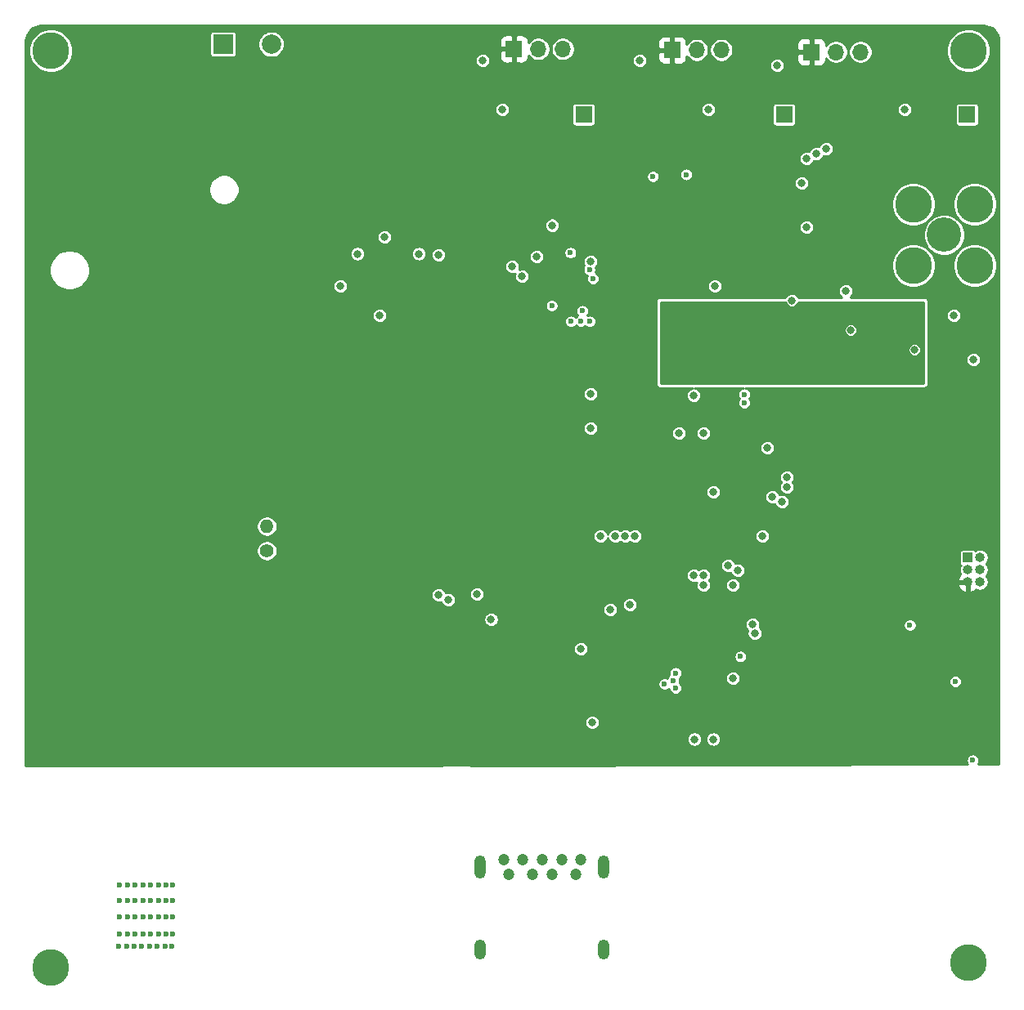
<source format=gbr>
%TF.GenerationSoftware,KiCad,Pcbnew,(5.1.10)-1*%
%TF.CreationDate,2022-01-27T16:49:40-03:30*%
%TF.ProjectId,mallard,6d616c6c-6172-4642-9e6b-696361645f70,rev?*%
%TF.SameCoordinates,Original*%
%TF.FileFunction,Copper,L3,Inr*%
%TF.FilePolarity,Positive*%
%FSLAX46Y46*%
G04 Gerber Fmt 4.6, Leading zero omitted, Abs format (unit mm)*
G04 Created by KiCad (PCBNEW (5.1.10)-1) date 2022-01-27 16:49:40*
%MOMM*%
%LPD*%
G01*
G04 APERTURE LIST*
%TA.AperFunction,ComponentPad*%
%ADD10C,3.800000*%
%TD*%
%TA.AperFunction,ComponentPad*%
%ADD11O,1.700000X1.700000*%
%TD*%
%TA.AperFunction,ComponentPad*%
%ADD12R,1.700000X1.700000*%
%TD*%
%TA.AperFunction,ComponentPad*%
%ADD13R,2.006600X2.006600*%
%TD*%
%TA.AperFunction,ComponentPad*%
%ADD14C,2.006600*%
%TD*%
%TA.AperFunction,ComponentPad*%
%ADD15O,1.400000X1.400000*%
%TD*%
%TA.AperFunction,ComponentPad*%
%ADD16C,1.400000*%
%TD*%
%TA.AperFunction,ComponentPad*%
%ADD17C,3.810000*%
%TD*%
%TA.AperFunction,ComponentPad*%
%ADD18C,3.556000*%
%TD*%
%TA.AperFunction,ComponentPad*%
%ADD19O,1.000000X1.000000*%
%TD*%
%TA.AperFunction,ComponentPad*%
%ADD20R,1.000000X1.000000*%
%TD*%
%TA.AperFunction,ComponentPad*%
%ADD21O,1.200000X2.100000*%
%TD*%
%TA.AperFunction,ComponentPad*%
%ADD22O,1.200000X2.400000*%
%TD*%
%TA.AperFunction,ComponentPad*%
%ADD23C,1.200000*%
%TD*%
%TA.AperFunction,ViaPad*%
%ADD24C,0.800000*%
%TD*%
%TA.AperFunction,ViaPad*%
%ADD25C,0.599440*%
%TD*%
%TA.AperFunction,Conductor*%
%ADD26C,0.254000*%
%TD*%
%TA.AperFunction,Conductor*%
%ADD27C,0.100000*%
%TD*%
G04 APERTURE END LIST*
D10*
%TO.N,N/C*%
%TO.C,REF\u002A\u002A*%
X197104000Y-51308000D03*
%TD*%
%TO.N,N/C*%
%TO.C,REF\u002A\u002A*%
X197104000Y-145796000D03*
%TD*%
%TO.N,N/C*%
%TO.C,REF\u002A\u002A*%
X102108000Y-146304000D03*
%TD*%
%TO.N,N/C*%
%TO.C,REF\u002A\u002A*%
X102108000Y-51308000D03*
%TD*%
D11*
%TO.N,GND*%
%TO.C,J5*%
X171508000Y-51224000D03*
%TO.N,Net-(J5-Pad2)*%
X168968000Y-51224000D03*
D12*
%TO.N,+3V3*%
X166428000Y-51224000D03*
%TD*%
D11*
%TO.N,GND*%
%TO.C,J6*%
X155108000Y-51124000D03*
%TO.N,Net-(J6-Pad2)*%
X152568000Y-51124000D03*
D12*
%TO.N,+3V3*%
X150028000Y-51124000D03*
%TD*%
D11*
%TO.N,GND*%
%TO.C,J4*%
X185908000Y-51424000D03*
%TO.N,Net-(J4-Pad2)*%
X183368000Y-51424000D03*
D12*
%TO.N,+3V3*%
X180828000Y-51424000D03*
%TD*%
D13*
%TO.N,GND*%
%TO.C,Ref2*%
X119927999Y-50624000D03*
D14*
%TO.N,Net-(D1-Pad2)*%
X124928001Y-50624000D03*
%TD*%
D15*
%TO.N,Net-(R2-Pad2)*%
%TO.C,TH1*%
X124460000Y-100584000D03*
D16*
%TO.N,GND*%
X124460000Y-103124000D03*
%TD*%
D17*
%TO.N,Net-(R12-Pad2)*%
%TO.C,Ref1*%
X197728000Y-73549000D03*
X191378000Y-73549000D03*
X197728000Y-67199000D03*
D18*
%TO.N,Net-(R11-Pad2)*%
X194553000Y-70374000D03*
D17*
%TO.N,Net-(R12-Pad2)*%
X191378000Y-67199000D03*
%TD*%
D19*
%TO.N,/RESET_L*%
%TO.C,J2*%
X198298000Y-106364000D03*
%TO.N,+3V3*%
X197028000Y-106364000D03*
%TO.N,Net-(J2-Pad4)*%
X198298000Y-105094000D03*
%TO.N,/SWCLK*%
X197028000Y-105094000D03*
%TO.N,GND*%
X198298000Y-103824000D03*
D20*
%TO.N,/SWDIO*%
X197028000Y-103824000D03*
%TD*%
D21*
%TO.N,N/C*%
%TO.C,J1*%
X159364000Y-144402000D03*
X146564000Y-144402000D03*
D22*
X159364000Y-135902000D03*
X146564000Y-135902000D03*
D23*
X156964000Y-135152000D03*
X154964000Y-135152000D03*
X152964000Y-135152000D03*
X150964000Y-135152000D03*
%TO.N,GND*%
X148964000Y-135152000D03*
X149464000Y-136652000D03*
%TO.N,/USB+*%
X151964000Y-136652000D03*
%TO.N,/USB-*%
X153964000Y-136652000D03*
%TO.N,+5V*%
X156464000Y-136652000D03*
%TD*%
D12*
%TO.N,Net-(Eh3-Pad1)*%
%TO.C,Eh3*%
X196928000Y-57912000D03*
%TD*%
%TO.N,Net-(Eh2-Pad1)*%
%TO.C,Eh2*%
X178028000Y-57912000D03*
%TD*%
%TO.N,Net-(Eh1-Pad1)*%
%TO.C,Eh1*%
X157253000Y-57912000D03*
%TD*%
D24*
%TO.N,GND*%
X191516000Y-82296000D03*
X197612000Y-83312000D03*
X152400000Y-72644000D03*
X136144000Y-78740000D03*
X132080000Y-75692000D03*
X177292000Y-52832000D03*
X163068000Y-52324000D03*
X146812000Y-52324000D03*
X190500000Y-57404000D03*
X170180000Y-57404000D03*
X157988000Y-86868000D03*
X184912000Y-80264000D03*
X184404000Y-76200000D03*
X170688000Y-97028000D03*
X180340000Y-69596000D03*
D25*
X173872000Y-87808000D03*
X173872000Y-86908000D03*
X112428000Y-137724000D03*
X110828000Y-137724000D03*
X112428000Y-141024000D03*
X110728000Y-144124000D03*
X110028000Y-137724000D03*
X109928000Y-144124000D03*
X109228000Y-141024000D03*
X112328000Y-144124000D03*
X109228000Y-137724000D03*
X114728000Y-141024000D03*
X111628000Y-141024000D03*
X113128000Y-144124000D03*
X114628000Y-144124000D03*
X113228000Y-137724000D03*
X114028000Y-137724000D03*
X114728000Y-137724000D03*
X113228000Y-141024000D03*
X113928000Y-144124000D03*
X111528000Y-144124000D03*
X112428000Y-139324000D03*
X110828000Y-139324000D03*
X110028000Y-141024000D03*
X109128000Y-144124000D03*
X111628000Y-137724000D03*
X110028000Y-139324000D03*
X114028000Y-141024000D03*
X110828000Y-141024000D03*
X110828000Y-142824000D03*
X111628000Y-139324000D03*
X114728000Y-142824000D03*
X113228000Y-142824000D03*
X111628000Y-142824000D03*
X109228000Y-139324000D03*
X113228000Y-139324000D03*
X114028000Y-139324000D03*
X114728000Y-139324000D03*
X110028000Y-142824000D03*
X112428000Y-142824000D03*
X114028000Y-142824000D03*
X109228000Y-142824000D03*
D24*
X148844000Y-57404000D03*
D25*
X157128000Y-78254000D03*
X197528000Y-124824000D03*
X195728000Y-116674000D03*
D24*
X170841500Y-75692000D03*
X168656000Y-87008500D03*
X175768000Y-101600000D03*
X160020000Y-109220000D03*
X158141500Y-120904000D03*
X142240000Y-107696000D03*
X146216000Y-107608000D03*
X140208000Y-72343000D03*
X142240000Y-72443000D03*
X168728000Y-122629000D03*
X170688000Y-122629000D03*
X172720000Y-116332000D03*
X195580000Y-78740000D03*
%TO.N,+3V3*%
X185420000Y-57404000D03*
D25*
X112528000Y-64124000D03*
X110928000Y-64124000D03*
X110128000Y-64124000D03*
X109328000Y-64124000D03*
X113328000Y-64124000D03*
X114128000Y-64124000D03*
X114828000Y-64124000D03*
X111728000Y-64124000D03*
X112528000Y-60624000D03*
X110928000Y-60624000D03*
X110128000Y-60624000D03*
X109328000Y-60624000D03*
X113328000Y-60624000D03*
X114128000Y-60624000D03*
X114828000Y-60624000D03*
X111728000Y-60624000D03*
X112428000Y-65424000D03*
X110828000Y-65424000D03*
X110028000Y-65424000D03*
X109228000Y-65424000D03*
X113228000Y-65424000D03*
X114028000Y-65424000D03*
X114728000Y-65424000D03*
X111628000Y-65424000D03*
X112528000Y-62324000D03*
X110928000Y-62324000D03*
X110128000Y-62324000D03*
X109328000Y-62324000D03*
X113328000Y-62324000D03*
X114128000Y-62324000D03*
X114828000Y-62324000D03*
X111728000Y-62324000D03*
X114828000Y-59024000D03*
X114128000Y-59024000D03*
X113328000Y-59024000D03*
X112528000Y-59024000D03*
X111728000Y-59024000D03*
X110928000Y-59024000D03*
X110128000Y-59024000D03*
X109328000Y-59024000D03*
D24*
X143764000Y-57404000D03*
X191528000Y-123249000D03*
X165100000Y-57404000D03*
X160020000Y-110945000D03*
X172212000Y-89916000D03*
X172720000Y-97028000D03*
X158064750Y-84912750D03*
X161036000Y-122428000D03*
X159943250Y-120827250D03*
X144272000Y-111534000D03*
X142240000Y-109421000D03*
X172643250Y-75768750D03*
X154278500Y-72644000D03*
X125984000Y-71628000D03*
X125984000Y-72644000D03*
X125984000Y-73660000D03*
X125984000Y-74676000D03*
X125984000Y-75692000D03*
X125984000Y-76708000D03*
X125984000Y-77724000D03*
X171196000Y-113945500D03*
X195580000Y-83312000D03*
X168692000Y-120868000D03*
X170688000Y-120904000D03*
%TO.N,-3V3*%
X189992000Y-80264000D03*
X189992000Y-79248000D03*
X189992000Y-78232000D03*
X188976000Y-78232000D03*
X188976000Y-79248000D03*
X188976000Y-80264000D03*
X168656000Y-85283500D03*
%TO.N,Net-(Eh1-Pad1)*%
X149860000Y-73660000D03*
X154003000Y-69391010D03*
D25*
%TO.N,Net-(Eh2-Pad1)*%
X153953000Y-77724000D03*
X158222097Y-74918097D03*
D24*
%TO.N,Net-(Eh3-Pad1)*%
X150876000Y-74676000D03*
X179832000Y-65024000D03*
%TO.N,+5V*%
X147674500Y-110236000D03*
X147674500Y-110236000D03*
D25*
%TO.N,/SWCLK*%
X166778000Y-117324000D03*
X191028000Y-110824000D03*
%TO.N,/SWDIO*%
X165628000Y-116898720D03*
D24*
X174752000Y-110744000D03*
D25*
%TO.N,USART1_TX*%
X166778000Y-115774000D03*
D24*
X174961977Y-111672967D03*
D25*
%TO.N,USART1_RX*%
X166542896Y-116538090D03*
X173481840Y-114073552D03*
D24*
%TO.N,Net-(R2-Pad2)*%
X136652000Y-70612000D03*
%TO.N,+1V0*%
X176276000Y-92456000D03*
X157988000Y-90424000D03*
%TO.N,Charge_EN*%
X162052000Y-108712000D03*
X133840238Y-72338631D03*
D25*
%TO.N,Net-(SM3-Pad2)*%
X164428836Y-64324836D03*
X167878000Y-64124000D03*
D24*
%TO.N,Moisture_Sense*%
X159004000Y-101600000D03*
X157989985Y-73140159D03*
D25*
%TO.N,Net-(SM1-Pad2)*%
X155885631Y-72231631D03*
X157849046Y-73980544D03*
%TO.N,MUX1_A1*%
X157878000Y-79349270D03*
D24*
X162560000Y-101600000D03*
D25*
%TO.N,MUX1_A0*%
X156978000Y-79324000D03*
D24*
X161560308Y-101609703D03*
D25*
%TO.N,MUX1_EN*%
X155928000Y-79349270D03*
D24*
X160528000Y-101600000D03*
%TO.N,Net-(U6-Pad13)*%
X178816000Y-77216000D03*
X176782861Y-97534701D03*
%TO.N,MUX2_A1*%
X169672000Y-106680000D03*
X172720000Y-106680000D03*
%TO.N,MUX2_A0*%
X169672000Y-105664000D03*
X173228000Y-105156000D03*
%TO.N,MUX2_EN*%
X168656000Y-105664000D03*
X172212000Y-104648000D03*
%TO.N,+1V0_EN*%
X167132000Y-90932000D03*
X169672000Y-90932000D03*
%TO.N,Net-(J4-Pad2)*%
X182372000Y-61468000D03*
X177800000Y-98044000D03*
%TO.N,Net-(J5-Pad2)*%
X181356000Y-61976000D03*
X178308000Y-96520000D03*
%TO.N,Net-(J6-Pad2)*%
X180340000Y-62484000D03*
X178308000Y-95504000D03*
%TO.N,5V_RST*%
X143256000Y-108204000D03*
X156972000Y-113284000D03*
%TD*%
D26*
%TO.N,+3V3*%
X198938567Y-48723518D02*
X199237309Y-48813713D01*
X199512836Y-48960214D01*
X199754662Y-49157442D01*
X199953574Y-49397885D01*
X200101998Y-49672388D01*
X200194275Y-49970490D01*
X200229001Y-50300887D01*
X200229000Y-125191976D01*
X198096510Y-125198429D01*
X198131246Y-125146442D01*
X198182561Y-125022559D01*
X198208720Y-124891045D01*
X198208720Y-124756955D01*
X198182561Y-124625441D01*
X198131246Y-124501558D01*
X198056750Y-124390066D01*
X197961934Y-124295250D01*
X197850442Y-124220754D01*
X197726559Y-124169439D01*
X197595045Y-124143280D01*
X197460955Y-124143280D01*
X197329441Y-124169439D01*
X197205558Y-124220754D01*
X197094066Y-124295250D01*
X196999250Y-124390066D01*
X196924754Y-124501558D01*
X196873439Y-124625441D01*
X196847280Y-124756955D01*
X196847280Y-124891045D01*
X196873439Y-125022559D01*
X196924754Y-125146442D01*
X196961784Y-125201862D01*
X148335616Y-125349001D01*
X148310847Y-125351516D01*
X148287044Y-125358815D01*
X148265123Y-125370617D01*
X148250679Y-125382545D01*
X142749573Y-125314400D01*
X142724768Y-125316533D01*
X142700856Y-125323464D01*
X142678756Y-125334928D01*
X142661169Y-125349000D01*
X99491000Y-125349000D01*
X99491000Y-122552078D01*
X167947000Y-122552078D01*
X167947000Y-122705922D01*
X167977013Y-122856809D01*
X168035887Y-122998942D01*
X168121358Y-123126859D01*
X168230141Y-123235642D01*
X168358058Y-123321113D01*
X168500191Y-123379987D01*
X168651078Y-123410000D01*
X168804922Y-123410000D01*
X168955809Y-123379987D01*
X169097942Y-123321113D01*
X169225859Y-123235642D01*
X169334642Y-123126859D01*
X169420113Y-122998942D01*
X169478987Y-122856809D01*
X169509000Y-122705922D01*
X169509000Y-122552078D01*
X169907000Y-122552078D01*
X169907000Y-122705922D01*
X169937013Y-122856809D01*
X169995887Y-122998942D01*
X170081358Y-123126859D01*
X170190141Y-123235642D01*
X170318058Y-123321113D01*
X170460191Y-123379987D01*
X170611078Y-123410000D01*
X170764922Y-123410000D01*
X170915809Y-123379987D01*
X171057942Y-123321113D01*
X171185859Y-123235642D01*
X171294642Y-123126859D01*
X171380113Y-122998942D01*
X171438987Y-122856809D01*
X171469000Y-122705922D01*
X171469000Y-122552078D01*
X171438987Y-122401191D01*
X171380113Y-122259058D01*
X171294642Y-122131141D01*
X171185859Y-122022358D01*
X171057942Y-121936887D01*
X170915809Y-121878013D01*
X170764922Y-121848000D01*
X170611078Y-121848000D01*
X170460191Y-121878013D01*
X170318058Y-121936887D01*
X170190141Y-122022358D01*
X170081358Y-122131141D01*
X169995887Y-122259058D01*
X169937013Y-122401191D01*
X169907000Y-122552078D01*
X169509000Y-122552078D01*
X169478987Y-122401191D01*
X169420113Y-122259058D01*
X169334642Y-122131141D01*
X169225859Y-122022358D01*
X169097942Y-121936887D01*
X168955809Y-121878013D01*
X168804922Y-121848000D01*
X168651078Y-121848000D01*
X168500191Y-121878013D01*
X168358058Y-121936887D01*
X168230141Y-122022358D01*
X168121358Y-122131141D01*
X168035887Y-122259058D01*
X167977013Y-122401191D01*
X167947000Y-122552078D01*
X99491000Y-122552078D01*
X99491000Y-120827078D01*
X157360500Y-120827078D01*
X157360500Y-120980922D01*
X157390513Y-121131809D01*
X157449387Y-121273942D01*
X157534858Y-121401859D01*
X157643641Y-121510642D01*
X157771558Y-121596113D01*
X157913691Y-121654987D01*
X158064578Y-121685000D01*
X158218422Y-121685000D01*
X158369309Y-121654987D01*
X158511442Y-121596113D01*
X158639359Y-121510642D01*
X158748142Y-121401859D01*
X158833613Y-121273942D01*
X158892487Y-121131809D01*
X158922500Y-120980922D01*
X158922500Y-120827078D01*
X158892487Y-120676191D01*
X158833613Y-120534058D01*
X158748142Y-120406141D01*
X158639359Y-120297358D01*
X158511442Y-120211887D01*
X158369309Y-120153013D01*
X158218422Y-120123000D01*
X158064578Y-120123000D01*
X157913691Y-120153013D01*
X157771558Y-120211887D01*
X157643641Y-120297358D01*
X157534858Y-120406141D01*
X157449387Y-120534058D01*
X157390513Y-120676191D01*
X157360500Y-120827078D01*
X99491000Y-120827078D01*
X99491000Y-116831675D01*
X164947280Y-116831675D01*
X164947280Y-116965765D01*
X164973439Y-117097279D01*
X165024754Y-117221162D01*
X165099250Y-117332654D01*
X165194066Y-117427470D01*
X165305558Y-117501966D01*
X165429441Y-117553281D01*
X165560955Y-117579440D01*
X165695045Y-117579440D01*
X165826559Y-117553281D01*
X165950442Y-117501966D01*
X166061934Y-117427470D01*
X166097459Y-117391945D01*
X166123439Y-117522559D01*
X166174754Y-117646442D01*
X166249250Y-117757934D01*
X166344066Y-117852750D01*
X166455558Y-117927246D01*
X166579441Y-117978561D01*
X166710955Y-118004720D01*
X166845045Y-118004720D01*
X166976559Y-117978561D01*
X167100442Y-117927246D01*
X167211934Y-117852750D01*
X167306750Y-117757934D01*
X167381246Y-117646442D01*
X167432561Y-117522559D01*
X167458720Y-117391045D01*
X167458720Y-117256955D01*
X167432561Y-117125441D01*
X167381246Y-117001558D01*
X167306750Y-116890066D01*
X167211934Y-116795250D01*
X167181583Y-116774971D01*
X167197457Y-116736649D01*
X167223616Y-116605135D01*
X167223616Y-116471045D01*
X167197457Y-116339531D01*
X167188662Y-116318299D01*
X167211934Y-116302750D01*
X167259606Y-116255078D01*
X171939000Y-116255078D01*
X171939000Y-116408922D01*
X171969013Y-116559809D01*
X172027887Y-116701942D01*
X172113358Y-116829859D01*
X172222141Y-116938642D01*
X172350058Y-117024113D01*
X172492191Y-117082987D01*
X172643078Y-117113000D01*
X172796922Y-117113000D01*
X172947809Y-117082987D01*
X173089942Y-117024113D01*
X173217859Y-116938642D01*
X173326642Y-116829859D01*
X173412113Y-116701942D01*
X173451458Y-116606955D01*
X195047280Y-116606955D01*
X195047280Y-116741045D01*
X195073439Y-116872559D01*
X195124754Y-116996442D01*
X195199250Y-117107934D01*
X195294066Y-117202750D01*
X195405558Y-117277246D01*
X195529441Y-117328561D01*
X195660955Y-117354720D01*
X195795045Y-117354720D01*
X195926559Y-117328561D01*
X196050442Y-117277246D01*
X196161934Y-117202750D01*
X196256750Y-117107934D01*
X196331246Y-116996442D01*
X196382561Y-116872559D01*
X196408720Y-116741045D01*
X196408720Y-116606955D01*
X196382561Y-116475441D01*
X196331246Y-116351558D01*
X196256750Y-116240066D01*
X196161934Y-116145250D01*
X196050442Y-116070754D01*
X195926559Y-116019439D01*
X195795045Y-115993280D01*
X195660955Y-115993280D01*
X195529441Y-116019439D01*
X195405558Y-116070754D01*
X195294066Y-116145250D01*
X195199250Y-116240066D01*
X195124754Y-116351558D01*
X195073439Y-116475441D01*
X195047280Y-116606955D01*
X173451458Y-116606955D01*
X173470987Y-116559809D01*
X173501000Y-116408922D01*
X173501000Y-116255078D01*
X173470987Y-116104191D01*
X173412113Y-115962058D01*
X173326642Y-115834141D01*
X173217859Y-115725358D01*
X173089942Y-115639887D01*
X172947809Y-115581013D01*
X172796922Y-115551000D01*
X172643078Y-115551000D01*
X172492191Y-115581013D01*
X172350058Y-115639887D01*
X172222141Y-115725358D01*
X172113358Y-115834141D01*
X172027887Y-115962058D01*
X171969013Y-116104191D01*
X171939000Y-116255078D01*
X167259606Y-116255078D01*
X167306750Y-116207934D01*
X167381246Y-116096442D01*
X167432561Y-115972559D01*
X167458720Y-115841045D01*
X167458720Y-115706955D01*
X167432561Y-115575441D01*
X167381246Y-115451558D01*
X167306750Y-115340066D01*
X167211934Y-115245250D01*
X167100442Y-115170754D01*
X166976559Y-115119439D01*
X166845045Y-115093280D01*
X166710955Y-115093280D01*
X166579441Y-115119439D01*
X166455558Y-115170754D01*
X166344066Y-115245250D01*
X166249250Y-115340066D01*
X166174754Y-115451558D01*
X166123439Y-115575441D01*
X166097280Y-115706955D01*
X166097280Y-115841045D01*
X166123439Y-115972559D01*
X166132234Y-115993791D01*
X166108962Y-116009340D01*
X166014146Y-116104156D01*
X165939650Y-116215648D01*
X165913007Y-116279968D01*
X165826559Y-116244159D01*
X165695045Y-116218000D01*
X165560955Y-116218000D01*
X165429441Y-116244159D01*
X165305558Y-116295474D01*
X165194066Y-116369970D01*
X165099250Y-116464786D01*
X165024754Y-116576278D01*
X164973439Y-116700161D01*
X164947280Y-116831675D01*
X99491000Y-116831675D01*
X99491000Y-113207078D01*
X156191000Y-113207078D01*
X156191000Y-113360922D01*
X156221013Y-113511809D01*
X156279887Y-113653942D01*
X156365358Y-113781859D01*
X156474141Y-113890642D01*
X156602058Y-113976113D01*
X156744191Y-114034987D01*
X156895078Y-114065000D01*
X157048922Y-114065000D01*
X157199809Y-114034987D01*
X157268565Y-114006507D01*
X172801120Y-114006507D01*
X172801120Y-114140597D01*
X172827279Y-114272111D01*
X172878594Y-114395994D01*
X172953090Y-114507486D01*
X173047906Y-114602302D01*
X173159398Y-114676798D01*
X173283281Y-114728113D01*
X173414795Y-114754272D01*
X173548885Y-114754272D01*
X173680399Y-114728113D01*
X173804282Y-114676798D01*
X173915774Y-114602302D01*
X174010590Y-114507486D01*
X174085086Y-114395994D01*
X174136401Y-114272111D01*
X174162560Y-114140597D01*
X174162560Y-114006507D01*
X174136401Y-113874993D01*
X174085086Y-113751110D01*
X174010590Y-113639618D01*
X173915774Y-113544802D01*
X173804282Y-113470306D01*
X173680399Y-113418991D01*
X173548885Y-113392832D01*
X173414795Y-113392832D01*
X173283281Y-113418991D01*
X173159398Y-113470306D01*
X173047906Y-113544802D01*
X172953090Y-113639618D01*
X172878594Y-113751110D01*
X172827279Y-113874993D01*
X172801120Y-114006507D01*
X157268565Y-114006507D01*
X157341942Y-113976113D01*
X157469859Y-113890642D01*
X157578642Y-113781859D01*
X157664113Y-113653942D01*
X157722987Y-113511809D01*
X157753000Y-113360922D01*
X157753000Y-113207078D01*
X157722987Y-113056191D01*
X157664113Y-112914058D01*
X157578642Y-112786141D01*
X157469859Y-112677358D01*
X157341942Y-112591887D01*
X157199809Y-112533013D01*
X157048922Y-112503000D01*
X156895078Y-112503000D01*
X156744191Y-112533013D01*
X156602058Y-112591887D01*
X156474141Y-112677358D01*
X156365358Y-112786141D01*
X156279887Y-112914058D01*
X156221013Y-113056191D01*
X156191000Y-113207078D01*
X99491000Y-113207078D01*
X99491000Y-110159078D01*
X146893500Y-110159078D01*
X146893500Y-110312922D01*
X146923513Y-110463809D01*
X146982387Y-110605942D01*
X147067858Y-110733859D01*
X147176641Y-110842642D01*
X147304558Y-110928113D01*
X147446691Y-110986987D01*
X147597578Y-111017000D01*
X147751422Y-111017000D01*
X147902309Y-110986987D01*
X148044442Y-110928113D01*
X148172359Y-110842642D01*
X148281142Y-110733859D01*
X148325763Y-110667078D01*
X173971000Y-110667078D01*
X173971000Y-110820922D01*
X174001013Y-110971809D01*
X174059887Y-111113942D01*
X174145358Y-111241859D01*
X174251312Y-111347813D01*
X174210990Y-111445158D01*
X174180977Y-111596045D01*
X174180977Y-111749889D01*
X174210990Y-111900776D01*
X174269864Y-112042909D01*
X174355335Y-112170826D01*
X174464118Y-112279609D01*
X174592035Y-112365080D01*
X174734168Y-112423954D01*
X174885055Y-112453967D01*
X175038899Y-112453967D01*
X175189786Y-112423954D01*
X175331919Y-112365080D01*
X175459836Y-112279609D01*
X175568619Y-112170826D01*
X175654090Y-112042909D01*
X175712964Y-111900776D01*
X175742977Y-111749889D01*
X175742977Y-111596045D01*
X175712964Y-111445158D01*
X175654090Y-111303025D01*
X175568619Y-111175108D01*
X175462665Y-111069154D01*
X175502987Y-110971809D01*
X175533000Y-110820922D01*
X175533000Y-110756955D01*
X190347280Y-110756955D01*
X190347280Y-110891045D01*
X190373439Y-111022559D01*
X190424754Y-111146442D01*
X190499250Y-111257934D01*
X190594066Y-111352750D01*
X190705558Y-111427246D01*
X190829441Y-111478561D01*
X190960955Y-111504720D01*
X191095045Y-111504720D01*
X191226559Y-111478561D01*
X191350442Y-111427246D01*
X191461934Y-111352750D01*
X191556750Y-111257934D01*
X191631246Y-111146442D01*
X191682561Y-111022559D01*
X191708720Y-110891045D01*
X191708720Y-110756955D01*
X191682561Y-110625441D01*
X191631246Y-110501558D01*
X191556750Y-110390066D01*
X191461934Y-110295250D01*
X191350442Y-110220754D01*
X191226559Y-110169439D01*
X191095045Y-110143280D01*
X190960955Y-110143280D01*
X190829441Y-110169439D01*
X190705558Y-110220754D01*
X190594066Y-110295250D01*
X190499250Y-110390066D01*
X190424754Y-110501558D01*
X190373439Y-110625441D01*
X190347280Y-110756955D01*
X175533000Y-110756955D01*
X175533000Y-110667078D01*
X175502987Y-110516191D01*
X175444113Y-110374058D01*
X175358642Y-110246141D01*
X175249859Y-110137358D01*
X175121942Y-110051887D01*
X174979809Y-109993013D01*
X174828922Y-109963000D01*
X174675078Y-109963000D01*
X174524191Y-109993013D01*
X174382058Y-110051887D01*
X174254141Y-110137358D01*
X174145358Y-110246141D01*
X174059887Y-110374058D01*
X174001013Y-110516191D01*
X173971000Y-110667078D01*
X148325763Y-110667078D01*
X148366613Y-110605942D01*
X148425487Y-110463809D01*
X148455500Y-110312922D01*
X148455500Y-110159078D01*
X148425487Y-110008191D01*
X148366613Y-109866058D01*
X148281142Y-109738141D01*
X148172359Y-109629358D01*
X148044442Y-109543887D01*
X147902309Y-109485013D01*
X147751422Y-109455000D01*
X147597578Y-109455000D01*
X147446691Y-109485013D01*
X147304558Y-109543887D01*
X147176641Y-109629358D01*
X147067858Y-109738141D01*
X146982387Y-109866058D01*
X146923513Y-110008191D01*
X146893500Y-110159078D01*
X99491000Y-110159078D01*
X99491000Y-109143078D01*
X159239000Y-109143078D01*
X159239000Y-109296922D01*
X159269013Y-109447809D01*
X159327887Y-109589942D01*
X159413358Y-109717859D01*
X159522141Y-109826642D01*
X159650058Y-109912113D01*
X159792191Y-109970987D01*
X159943078Y-110001000D01*
X160096922Y-110001000D01*
X160247809Y-109970987D01*
X160389942Y-109912113D01*
X160517859Y-109826642D01*
X160626642Y-109717859D01*
X160712113Y-109589942D01*
X160770987Y-109447809D01*
X160801000Y-109296922D01*
X160801000Y-109143078D01*
X160770987Y-108992191D01*
X160712113Y-108850058D01*
X160626642Y-108722141D01*
X160539579Y-108635078D01*
X161271000Y-108635078D01*
X161271000Y-108788922D01*
X161301013Y-108939809D01*
X161359887Y-109081942D01*
X161445358Y-109209859D01*
X161554141Y-109318642D01*
X161682058Y-109404113D01*
X161824191Y-109462987D01*
X161975078Y-109493000D01*
X162128922Y-109493000D01*
X162279809Y-109462987D01*
X162421942Y-109404113D01*
X162549859Y-109318642D01*
X162658642Y-109209859D01*
X162744113Y-109081942D01*
X162802987Y-108939809D01*
X162833000Y-108788922D01*
X162833000Y-108635078D01*
X162802987Y-108484191D01*
X162744113Y-108342058D01*
X162658642Y-108214141D01*
X162549859Y-108105358D01*
X162421942Y-108019887D01*
X162279809Y-107961013D01*
X162128922Y-107931000D01*
X161975078Y-107931000D01*
X161824191Y-107961013D01*
X161682058Y-108019887D01*
X161554141Y-108105358D01*
X161445358Y-108214141D01*
X161359887Y-108342058D01*
X161301013Y-108484191D01*
X161271000Y-108635078D01*
X160539579Y-108635078D01*
X160517859Y-108613358D01*
X160389942Y-108527887D01*
X160247809Y-108469013D01*
X160096922Y-108439000D01*
X159943078Y-108439000D01*
X159792191Y-108469013D01*
X159650058Y-108527887D01*
X159522141Y-108613358D01*
X159413358Y-108722141D01*
X159327887Y-108850058D01*
X159269013Y-108992191D01*
X159239000Y-109143078D01*
X99491000Y-109143078D01*
X99491000Y-107619078D01*
X141459000Y-107619078D01*
X141459000Y-107772922D01*
X141489013Y-107923809D01*
X141547887Y-108065942D01*
X141633358Y-108193859D01*
X141742141Y-108302642D01*
X141870058Y-108388113D01*
X142012191Y-108446987D01*
X142163078Y-108477000D01*
X142316922Y-108477000D01*
X142467809Y-108446987D01*
X142504970Y-108431594D01*
X142505013Y-108431809D01*
X142563887Y-108573942D01*
X142649358Y-108701859D01*
X142758141Y-108810642D01*
X142886058Y-108896113D01*
X143028191Y-108954987D01*
X143179078Y-108985000D01*
X143332922Y-108985000D01*
X143483809Y-108954987D01*
X143625942Y-108896113D01*
X143753859Y-108810642D01*
X143862642Y-108701859D01*
X143948113Y-108573942D01*
X144006987Y-108431809D01*
X144037000Y-108280922D01*
X144037000Y-108127078D01*
X144006987Y-107976191D01*
X143948113Y-107834058D01*
X143862642Y-107706141D01*
X143753859Y-107597358D01*
X143654664Y-107531078D01*
X145435000Y-107531078D01*
X145435000Y-107684922D01*
X145465013Y-107835809D01*
X145523887Y-107977942D01*
X145609358Y-108105859D01*
X145718141Y-108214642D01*
X145846058Y-108300113D01*
X145988191Y-108358987D01*
X146139078Y-108389000D01*
X146292922Y-108389000D01*
X146443809Y-108358987D01*
X146585942Y-108300113D01*
X146713859Y-108214642D01*
X146822642Y-108105859D01*
X146908113Y-107977942D01*
X146966987Y-107835809D01*
X146997000Y-107684922D01*
X146997000Y-107531078D01*
X146966987Y-107380191D01*
X146908113Y-107238058D01*
X146822642Y-107110141D01*
X146713859Y-107001358D01*
X146585942Y-106915887D01*
X146443809Y-106857013D01*
X146292922Y-106827000D01*
X146139078Y-106827000D01*
X145988191Y-106857013D01*
X145846058Y-106915887D01*
X145718141Y-107001358D01*
X145609358Y-107110141D01*
X145523887Y-107238058D01*
X145465013Y-107380191D01*
X145435000Y-107531078D01*
X143654664Y-107531078D01*
X143625942Y-107511887D01*
X143483809Y-107453013D01*
X143332922Y-107423000D01*
X143179078Y-107423000D01*
X143028191Y-107453013D01*
X142991030Y-107468406D01*
X142990987Y-107468191D01*
X142932113Y-107326058D01*
X142846642Y-107198141D01*
X142737859Y-107089358D01*
X142609942Y-107003887D01*
X142467809Y-106945013D01*
X142316922Y-106915000D01*
X142163078Y-106915000D01*
X142012191Y-106945013D01*
X141870058Y-107003887D01*
X141742141Y-107089358D01*
X141633358Y-107198141D01*
X141547887Y-107326058D01*
X141489013Y-107468191D01*
X141459000Y-107619078D01*
X99491000Y-107619078D01*
X99491000Y-105587078D01*
X167875000Y-105587078D01*
X167875000Y-105740922D01*
X167905013Y-105891809D01*
X167963887Y-106033942D01*
X168049358Y-106161859D01*
X168158141Y-106270642D01*
X168286058Y-106356113D01*
X168428191Y-106414987D01*
X168579078Y-106445000D01*
X168732922Y-106445000D01*
X168883809Y-106414987D01*
X168947321Y-106388679D01*
X168921013Y-106452191D01*
X168891000Y-106603078D01*
X168891000Y-106756922D01*
X168921013Y-106907809D01*
X168979887Y-107049942D01*
X169065358Y-107177859D01*
X169174141Y-107286642D01*
X169302058Y-107372113D01*
X169444191Y-107430987D01*
X169595078Y-107461000D01*
X169748922Y-107461000D01*
X169899809Y-107430987D01*
X170041942Y-107372113D01*
X170169859Y-107286642D01*
X170278642Y-107177859D01*
X170364113Y-107049942D01*
X170422987Y-106907809D01*
X170453000Y-106756922D01*
X170453000Y-106603078D01*
X171939000Y-106603078D01*
X171939000Y-106756922D01*
X171969013Y-106907809D01*
X172027887Y-107049942D01*
X172113358Y-107177859D01*
X172222141Y-107286642D01*
X172350058Y-107372113D01*
X172492191Y-107430987D01*
X172643078Y-107461000D01*
X172796922Y-107461000D01*
X172947809Y-107430987D01*
X173089942Y-107372113D01*
X173217859Y-107286642D01*
X173326642Y-107177859D01*
X173412113Y-107049942D01*
X173470987Y-106907809D01*
X173501000Y-106756922D01*
X173501000Y-106665874D01*
X195933881Y-106665874D01*
X195950554Y-106720864D01*
X196040877Y-106924206D01*
X196169135Y-107106020D01*
X196330399Y-107259318D01*
X196518471Y-107378210D01*
X196726124Y-107458126D01*
X196901000Y-107333129D01*
X196901000Y-106491000D01*
X196060046Y-106491000D01*
X195933881Y-106665874D01*
X173501000Y-106665874D01*
X173501000Y-106603078D01*
X173470987Y-106452191D01*
X173412113Y-106310058D01*
X173326642Y-106182141D01*
X173217859Y-106073358D01*
X173201050Y-106062126D01*
X195933881Y-106062126D01*
X196060046Y-106237000D01*
X196901000Y-106237000D01*
X196901000Y-106217000D01*
X197155000Y-106217000D01*
X197155000Y-106237000D01*
X197175000Y-106237000D01*
X197175000Y-106491000D01*
X197155000Y-106491000D01*
X197155000Y-107333129D01*
X197329876Y-107458126D01*
X197537529Y-107378210D01*
X197725601Y-107259318D01*
X197860402Y-107131176D01*
X197880690Y-107144732D01*
X198041022Y-107211144D01*
X198211229Y-107245000D01*
X198384771Y-107245000D01*
X198554978Y-107211144D01*
X198715310Y-107144732D01*
X198859605Y-107048318D01*
X198982318Y-106925605D01*
X199078732Y-106781310D01*
X199145144Y-106620978D01*
X199179000Y-106450771D01*
X199179000Y-106277229D01*
X199145144Y-106107022D01*
X199078732Y-105946690D01*
X198982318Y-105802395D01*
X198908923Y-105729000D01*
X198982318Y-105655605D01*
X199078732Y-105511310D01*
X199145144Y-105350978D01*
X199179000Y-105180771D01*
X199179000Y-105007229D01*
X199145144Y-104837022D01*
X199078732Y-104676690D01*
X198982318Y-104532395D01*
X198908923Y-104459000D01*
X198982318Y-104385605D01*
X199078732Y-104241310D01*
X199145144Y-104080978D01*
X199179000Y-103910771D01*
X199179000Y-103737229D01*
X199145144Y-103567022D01*
X199078732Y-103406690D01*
X198982318Y-103262395D01*
X198859605Y-103139682D01*
X198715310Y-103043268D01*
X198554978Y-102976856D01*
X198384771Y-102943000D01*
X198211229Y-102943000D01*
X198041022Y-102976856D01*
X197880690Y-103043268D01*
X197822432Y-103082194D01*
X197798711Y-103053289D01*
X197740696Y-103005678D01*
X197674508Y-102970299D01*
X197602689Y-102948513D01*
X197528000Y-102941157D01*
X196528000Y-102941157D01*
X196453311Y-102948513D01*
X196381492Y-102970299D01*
X196315304Y-103005678D01*
X196257289Y-103053289D01*
X196209678Y-103111304D01*
X196174299Y-103177492D01*
X196152513Y-103249311D01*
X196145157Y-103324000D01*
X196145157Y-104324000D01*
X196152513Y-104398689D01*
X196174299Y-104470508D01*
X196209678Y-104536696D01*
X196257289Y-104594711D01*
X196286194Y-104618432D01*
X196247268Y-104676690D01*
X196180856Y-104837022D01*
X196147000Y-105007229D01*
X196147000Y-105180771D01*
X196180856Y-105350978D01*
X196247268Y-105511310D01*
X196262141Y-105533569D01*
X196169135Y-105621980D01*
X196040877Y-105803794D01*
X195950554Y-106007136D01*
X195933881Y-106062126D01*
X173201050Y-106062126D01*
X173089942Y-105987887D01*
X172947809Y-105929013D01*
X172796922Y-105899000D01*
X172643078Y-105899000D01*
X172492191Y-105929013D01*
X172350058Y-105987887D01*
X172222141Y-106073358D01*
X172113358Y-106182141D01*
X172027887Y-106310058D01*
X171969013Y-106452191D01*
X171939000Y-106603078D01*
X170453000Y-106603078D01*
X170422987Y-106452191D01*
X170364113Y-106310058D01*
X170278642Y-106182141D01*
X170268501Y-106172000D01*
X170278642Y-106161859D01*
X170364113Y-106033942D01*
X170422987Y-105891809D01*
X170453000Y-105740922D01*
X170453000Y-105587078D01*
X170422987Y-105436191D01*
X170364113Y-105294058D01*
X170278642Y-105166141D01*
X170169859Y-105057358D01*
X170041942Y-104971887D01*
X169899809Y-104913013D01*
X169748922Y-104883000D01*
X169595078Y-104883000D01*
X169444191Y-104913013D01*
X169302058Y-104971887D01*
X169174141Y-105057358D01*
X169164000Y-105067499D01*
X169153859Y-105057358D01*
X169025942Y-104971887D01*
X168883809Y-104913013D01*
X168732922Y-104883000D01*
X168579078Y-104883000D01*
X168428191Y-104913013D01*
X168286058Y-104971887D01*
X168158141Y-105057358D01*
X168049358Y-105166141D01*
X167963887Y-105294058D01*
X167905013Y-105436191D01*
X167875000Y-105587078D01*
X99491000Y-105587078D01*
X99491000Y-104571078D01*
X171431000Y-104571078D01*
X171431000Y-104724922D01*
X171461013Y-104875809D01*
X171519887Y-105017942D01*
X171605358Y-105145859D01*
X171714141Y-105254642D01*
X171842058Y-105340113D01*
X171984191Y-105398987D01*
X172135078Y-105429000D01*
X172288922Y-105429000D01*
X172439809Y-105398987D01*
X172476970Y-105383594D01*
X172477013Y-105383809D01*
X172535887Y-105525942D01*
X172621358Y-105653859D01*
X172730141Y-105762642D01*
X172858058Y-105848113D01*
X173000191Y-105906987D01*
X173151078Y-105937000D01*
X173304922Y-105937000D01*
X173455809Y-105906987D01*
X173597942Y-105848113D01*
X173725859Y-105762642D01*
X173834642Y-105653859D01*
X173920113Y-105525942D01*
X173978987Y-105383809D01*
X174009000Y-105232922D01*
X174009000Y-105079078D01*
X173978987Y-104928191D01*
X173920113Y-104786058D01*
X173834642Y-104658141D01*
X173725859Y-104549358D01*
X173597942Y-104463887D01*
X173455809Y-104405013D01*
X173304922Y-104375000D01*
X173151078Y-104375000D01*
X173000191Y-104405013D01*
X172963030Y-104420406D01*
X172962987Y-104420191D01*
X172904113Y-104278058D01*
X172818642Y-104150141D01*
X172709859Y-104041358D01*
X172581942Y-103955887D01*
X172439809Y-103897013D01*
X172288922Y-103867000D01*
X172135078Y-103867000D01*
X171984191Y-103897013D01*
X171842058Y-103955887D01*
X171714141Y-104041358D01*
X171605358Y-104150141D01*
X171519887Y-104278058D01*
X171461013Y-104420191D01*
X171431000Y-104571078D01*
X99491000Y-104571078D01*
X99491000Y-103017531D01*
X123379000Y-103017531D01*
X123379000Y-103230469D01*
X123420543Y-103439316D01*
X123502031Y-103636045D01*
X123620333Y-103813097D01*
X123770903Y-103963667D01*
X123947955Y-104081969D01*
X124144684Y-104163457D01*
X124353531Y-104205000D01*
X124566469Y-104205000D01*
X124775316Y-104163457D01*
X124972045Y-104081969D01*
X125149097Y-103963667D01*
X125299667Y-103813097D01*
X125417969Y-103636045D01*
X125499457Y-103439316D01*
X125541000Y-103230469D01*
X125541000Y-103017531D01*
X125499457Y-102808684D01*
X125417969Y-102611955D01*
X125299667Y-102434903D01*
X125149097Y-102284333D01*
X124972045Y-102166031D01*
X124775316Y-102084543D01*
X124566469Y-102043000D01*
X124353531Y-102043000D01*
X124144684Y-102084543D01*
X123947955Y-102166031D01*
X123770903Y-102284333D01*
X123620333Y-102434903D01*
X123502031Y-102611955D01*
X123420543Y-102808684D01*
X123379000Y-103017531D01*
X99491000Y-103017531D01*
X99491000Y-100477531D01*
X123379000Y-100477531D01*
X123379000Y-100690469D01*
X123420543Y-100899316D01*
X123502031Y-101096045D01*
X123620333Y-101273097D01*
X123770903Y-101423667D01*
X123947955Y-101541969D01*
X124144684Y-101623457D01*
X124353531Y-101665000D01*
X124566469Y-101665000D01*
X124775316Y-101623457D01*
X124972045Y-101541969D01*
X125000317Y-101523078D01*
X158223000Y-101523078D01*
X158223000Y-101676922D01*
X158253013Y-101827809D01*
X158311887Y-101969942D01*
X158397358Y-102097859D01*
X158506141Y-102206642D01*
X158634058Y-102292113D01*
X158776191Y-102350987D01*
X158927078Y-102381000D01*
X159080922Y-102381000D01*
X159231809Y-102350987D01*
X159373942Y-102292113D01*
X159501859Y-102206642D01*
X159610642Y-102097859D01*
X159696113Y-101969942D01*
X159754987Y-101827809D01*
X159766000Y-101772442D01*
X159777013Y-101827809D01*
X159835887Y-101969942D01*
X159921358Y-102097859D01*
X160030141Y-102206642D01*
X160158058Y-102292113D01*
X160300191Y-102350987D01*
X160451078Y-102381000D01*
X160604922Y-102381000D01*
X160755809Y-102350987D01*
X160897942Y-102292113D01*
X161025859Y-102206642D01*
X161039303Y-102193199D01*
X161062449Y-102216345D01*
X161190366Y-102301816D01*
X161332499Y-102360690D01*
X161483386Y-102390703D01*
X161637230Y-102390703D01*
X161788117Y-102360690D01*
X161930250Y-102301816D01*
X162058167Y-102216345D01*
X162065575Y-102208937D01*
X162190058Y-102292113D01*
X162332191Y-102350987D01*
X162483078Y-102381000D01*
X162636922Y-102381000D01*
X162787809Y-102350987D01*
X162929942Y-102292113D01*
X163057859Y-102206642D01*
X163166642Y-102097859D01*
X163252113Y-101969942D01*
X163310987Y-101827809D01*
X163341000Y-101676922D01*
X163341000Y-101523078D01*
X174987000Y-101523078D01*
X174987000Y-101676922D01*
X175017013Y-101827809D01*
X175075887Y-101969942D01*
X175161358Y-102097859D01*
X175270141Y-102206642D01*
X175398058Y-102292113D01*
X175540191Y-102350987D01*
X175691078Y-102381000D01*
X175844922Y-102381000D01*
X175995809Y-102350987D01*
X176137942Y-102292113D01*
X176265859Y-102206642D01*
X176374642Y-102097859D01*
X176460113Y-101969942D01*
X176518987Y-101827809D01*
X176549000Y-101676922D01*
X176549000Y-101523078D01*
X176518987Y-101372191D01*
X176460113Y-101230058D01*
X176374642Y-101102141D01*
X176265859Y-100993358D01*
X176137942Y-100907887D01*
X175995809Y-100849013D01*
X175844922Y-100819000D01*
X175691078Y-100819000D01*
X175540191Y-100849013D01*
X175398058Y-100907887D01*
X175270141Y-100993358D01*
X175161358Y-101102141D01*
X175075887Y-101230058D01*
X175017013Y-101372191D01*
X174987000Y-101523078D01*
X163341000Y-101523078D01*
X163310987Y-101372191D01*
X163252113Y-101230058D01*
X163166642Y-101102141D01*
X163057859Y-100993358D01*
X162929942Y-100907887D01*
X162787809Y-100849013D01*
X162636922Y-100819000D01*
X162483078Y-100819000D01*
X162332191Y-100849013D01*
X162190058Y-100907887D01*
X162062141Y-100993358D01*
X162054733Y-101000766D01*
X161930250Y-100917590D01*
X161788117Y-100858716D01*
X161637230Y-100828703D01*
X161483386Y-100828703D01*
X161332499Y-100858716D01*
X161190366Y-100917590D01*
X161062449Y-101003061D01*
X161049006Y-101016505D01*
X161025859Y-100993358D01*
X160897942Y-100907887D01*
X160755809Y-100849013D01*
X160604922Y-100819000D01*
X160451078Y-100819000D01*
X160300191Y-100849013D01*
X160158058Y-100907887D01*
X160030141Y-100993358D01*
X159921358Y-101102141D01*
X159835887Y-101230058D01*
X159777013Y-101372191D01*
X159766000Y-101427558D01*
X159754987Y-101372191D01*
X159696113Y-101230058D01*
X159610642Y-101102141D01*
X159501859Y-100993358D01*
X159373942Y-100907887D01*
X159231809Y-100849013D01*
X159080922Y-100819000D01*
X158927078Y-100819000D01*
X158776191Y-100849013D01*
X158634058Y-100907887D01*
X158506141Y-100993358D01*
X158397358Y-101102141D01*
X158311887Y-101230058D01*
X158253013Y-101372191D01*
X158223000Y-101523078D01*
X125000317Y-101523078D01*
X125149097Y-101423667D01*
X125299667Y-101273097D01*
X125417969Y-101096045D01*
X125499457Y-100899316D01*
X125541000Y-100690469D01*
X125541000Y-100477531D01*
X125499457Y-100268684D01*
X125417969Y-100071955D01*
X125299667Y-99894903D01*
X125149097Y-99744333D01*
X124972045Y-99626031D01*
X124775316Y-99544543D01*
X124566469Y-99503000D01*
X124353531Y-99503000D01*
X124144684Y-99544543D01*
X123947955Y-99626031D01*
X123770903Y-99744333D01*
X123620333Y-99894903D01*
X123502031Y-100071955D01*
X123420543Y-100268684D01*
X123379000Y-100477531D01*
X99491000Y-100477531D01*
X99491000Y-96951078D01*
X169907000Y-96951078D01*
X169907000Y-97104922D01*
X169937013Y-97255809D01*
X169995887Y-97397942D01*
X170081358Y-97525859D01*
X170190141Y-97634642D01*
X170318058Y-97720113D01*
X170460191Y-97778987D01*
X170611078Y-97809000D01*
X170764922Y-97809000D01*
X170915809Y-97778987D01*
X171057942Y-97720113D01*
X171185859Y-97634642D01*
X171294642Y-97525859D01*
X171340131Y-97457779D01*
X176001861Y-97457779D01*
X176001861Y-97611623D01*
X176031874Y-97762510D01*
X176090748Y-97904643D01*
X176176219Y-98032560D01*
X176285002Y-98141343D01*
X176412919Y-98226814D01*
X176555052Y-98285688D01*
X176705939Y-98315701D01*
X176859783Y-98315701D01*
X177010670Y-98285688D01*
X177048645Y-98269958D01*
X177049013Y-98271809D01*
X177107887Y-98413942D01*
X177193358Y-98541859D01*
X177302141Y-98650642D01*
X177430058Y-98736113D01*
X177572191Y-98794987D01*
X177723078Y-98825000D01*
X177876922Y-98825000D01*
X178027809Y-98794987D01*
X178169942Y-98736113D01*
X178297859Y-98650642D01*
X178406642Y-98541859D01*
X178492113Y-98413942D01*
X178550987Y-98271809D01*
X178581000Y-98120922D01*
X178581000Y-97967078D01*
X178550987Y-97816191D01*
X178492113Y-97674058D01*
X178406642Y-97546141D01*
X178297859Y-97437358D01*
X178169942Y-97351887D01*
X178027809Y-97293013D01*
X177876922Y-97263000D01*
X177723078Y-97263000D01*
X177572191Y-97293013D01*
X177534216Y-97308743D01*
X177533848Y-97306892D01*
X177474974Y-97164759D01*
X177389503Y-97036842D01*
X177280720Y-96928059D01*
X177152803Y-96842588D01*
X177010670Y-96783714D01*
X176859783Y-96753701D01*
X176705939Y-96753701D01*
X176555052Y-96783714D01*
X176412919Y-96842588D01*
X176285002Y-96928059D01*
X176176219Y-97036842D01*
X176090748Y-97164759D01*
X176031874Y-97306892D01*
X176001861Y-97457779D01*
X171340131Y-97457779D01*
X171380113Y-97397942D01*
X171438987Y-97255809D01*
X171469000Y-97104922D01*
X171469000Y-96951078D01*
X171438987Y-96800191D01*
X171380113Y-96658058D01*
X171294642Y-96530141D01*
X171185859Y-96421358D01*
X171057942Y-96335887D01*
X170915809Y-96277013D01*
X170764922Y-96247000D01*
X170611078Y-96247000D01*
X170460191Y-96277013D01*
X170318058Y-96335887D01*
X170190141Y-96421358D01*
X170081358Y-96530141D01*
X169995887Y-96658058D01*
X169937013Y-96800191D01*
X169907000Y-96951078D01*
X99491000Y-96951078D01*
X99491000Y-95427078D01*
X177527000Y-95427078D01*
X177527000Y-95580922D01*
X177557013Y-95731809D01*
X177615887Y-95873942D01*
X177701358Y-96001859D01*
X177711499Y-96012000D01*
X177701358Y-96022141D01*
X177615887Y-96150058D01*
X177557013Y-96292191D01*
X177527000Y-96443078D01*
X177527000Y-96596922D01*
X177557013Y-96747809D01*
X177615887Y-96889942D01*
X177701358Y-97017859D01*
X177810141Y-97126642D01*
X177938058Y-97212113D01*
X178080191Y-97270987D01*
X178231078Y-97301000D01*
X178384922Y-97301000D01*
X178535809Y-97270987D01*
X178677942Y-97212113D01*
X178805859Y-97126642D01*
X178914642Y-97017859D01*
X179000113Y-96889942D01*
X179058987Y-96747809D01*
X179089000Y-96596922D01*
X179089000Y-96443078D01*
X179058987Y-96292191D01*
X179000113Y-96150058D01*
X178914642Y-96022141D01*
X178904501Y-96012000D01*
X178914642Y-96001859D01*
X179000113Y-95873942D01*
X179058987Y-95731809D01*
X179089000Y-95580922D01*
X179089000Y-95427078D01*
X179058987Y-95276191D01*
X179000113Y-95134058D01*
X178914642Y-95006141D01*
X178805859Y-94897358D01*
X178677942Y-94811887D01*
X178535809Y-94753013D01*
X178384922Y-94723000D01*
X178231078Y-94723000D01*
X178080191Y-94753013D01*
X177938058Y-94811887D01*
X177810141Y-94897358D01*
X177701358Y-95006141D01*
X177615887Y-95134058D01*
X177557013Y-95276191D01*
X177527000Y-95427078D01*
X99491000Y-95427078D01*
X99491000Y-92379078D01*
X175495000Y-92379078D01*
X175495000Y-92532922D01*
X175525013Y-92683809D01*
X175583887Y-92825942D01*
X175669358Y-92953859D01*
X175778141Y-93062642D01*
X175906058Y-93148113D01*
X176048191Y-93206987D01*
X176199078Y-93237000D01*
X176352922Y-93237000D01*
X176503809Y-93206987D01*
X176645942Y-93148113D01*
X176773859Y-93062642D01*
X176882642Y-92953859D01*
X176968113Y-92825942D01*
X177026987Y-92683809D01*
X177057000Y-92532922D01*
X177057000Y-92379078D01*
X177026987Y-92228191D01*
X176968113Y-92086058D01*
X176882642Y-91958141D01*
X176773859Y-91849358D01*
X176645942Y-91763887D01*
X176503809Y-91705013D01*
X176352922Y-91675000D01*
X176199078Y-91675000D01*
X176048191Y-91705013D01*
X175906058Y-91763887D01*
X175778141Y-91849358D01*
X175669358Y-91958141D01*
X175583887Y-92086058D01*
X175525013Y-92228191D01*
X175495000Y-92379078D01*
X99491000Y-92379078D01*
X99491000Y-90347078D01*
X157207000Y-90347078D01*
X157207000Y-90500922D01*
X157237013Y-90651809D01*
X157295887Y-90793942D01*
X157381358Y-90921859D01*
X157490141Y-91030642D01*
X157618058Y-91116113D01*
X157760191Y-91174987D01*
X157911078Y-91205000D01*
X158064922Y-91205000D01*
X158215809Y-91174987D01*
X158357942Y-91116113D01*
X158485859Y-91030642D01*
X158594642Y-90921859D01*
X158639263Y-90855078D01*
X166351000Y-90855078D01*
X166351000Y-91008922D01*
X166381013Y-91159809D01*
X166439887Y-91301942D01*
X166525358Y-91429859D01*
X166634141Y-91538642D01*
X166762058Y-91624113D01*
X166904191Y-91682987D01*
X167055078Y-91713000D01*
X167208922Y-91713000D01*
X167359809Y-91682987D01*
X167501942Y-91624113D01*
X167629859Y-91538642D01*
X167738642Y-91429859D01*
X167824113Y-91301942D01*
X167882987Y-91159809D01*
X167913000Y-91008922D01*
X167913000Y-90855078D01*
X168891000Y-90855078D01*
X168891000Y-91008922D01*
X168921013Y-91159809D01*
X168979887Y-91301942D01*
X169065358Y-91429859D01*
X169174141Y-91538642D01*
X169302058Y-91624113D01*
X169444191Y-91682987D01*
X169595078Y-91713000D01*
X169748922Y-91713000D01*
X169899809Y-91682987D01*
X170041942Y-91624113D01*
X170169859Y-91538642D01*
X170278642Y-91429859D01*
X170364113Y-91301942D01*
X170422987Y-91159809D01*
X170453000Y-91008922D01*
X170453000Y-90855078D01*
X170422987Y-90704191D01*
X170364113Y-90562058D01*
X170278642Y-90434141D01*
X170169859Y-90325358D01*
X170041942Y-90239887D01*
X169899809Y-90181013D01*
X169748922Y-90151000D01*
X169595078Y-90151000D01*
X169444191Y-90181013D01*
X169302058Y-90239887D01*
X169174141Y-90325358D01*
X169065358Y-90434141D01*
X168979887Y-90562058D01*
X168921013Y-90704191D01*
X168891000Y-90855078D01*
X167913000Y-90855078D01*
X167882987Y-90704191D01*
X167824113Y-90562058D01*
X167738642Y-90434141D01*
X167629859Y-90325358D01*
X167501942Y-90239887D01*
X167359809Y-90181013D01*
X167208922Y-90151000D01*
X167055078Y-90151000D01*
X166904191Y-90181013D01*
X166762058Y-90239887D01*
X166634141Y-90325358D01*
X166525358Y-90434141D01*
X166439887Y-90562058D01*
X166381013Y-90704191D01*
X166351000Y-90855078D01*
X158639263Y-90855078D01*
X158680113Y-90793942D01*
X158738987Y-90651809D01*
X158769000Y-90500922D01*
X158769000Y-90347078D01*
X158738987Y-90196191D01*
X158680113Y-90054058D01*
X158594642Y-89926141D01*
X158485859Y-89817358D01*
X158357942Y-89731887D01*
X158215809Y-89673013D01*
X158064922Y-89643000D01*
X157911078Y-89643000D01*
X157760191Y-89673013D01*
X157618058Y-89731887D01*
X157490141Y-89817358D01*
X157381358Y-89926141D01*
X157295887Y-90054058D01*
X157237013Y-90196191D01*
X157207000Y-90347078D01*
X99491000Y-90347078D01*
X99491000Y-86791078D01*
X157207000Y-86791078D01*
X157207000Y-86944922D01*
X157237013Y-87095809D01*
X157295887Y-87237942D01*
X157381358Y-87365859D01*
X157490141Y-87474642D01*
X157618058Y-87560113D01*
X157760191Y-87618987D01*
X157911078Y-87649000D01*
X158064922Y-87649000D01*
X158215809Y-87618987D01*
X158357942Y-87560113D01*
X158485859Y-87474642D01*
X158594642Y-87365859D01*
X158680113Y-87237942D01*
X158738987Y-87095809D01*
X158769000Y-86944922D01*
X158769000Y-86791078D01*
X158738987Y-86640191D01*
X158680113Y-86498058D01*
X158594642Y-86370141D01*
X158485859Y-86261358D01*
X158357942Y-86175887D01*
X158215809Y-86117013D01*
X158064922Y-86087000D01*
X157911078Y-86087000D01*
X157760191Y-86117013D01*
X157618058Y-86175887D01*
X157490141Y-86261358D01*
X157381358Y-86370141D01*
X157295887Y-86498058D01*
X157237013Y-86640191D01*
X157207000Y-86791078D01*
X99491000Y-86791078D01*
X99491000Y-78663078D01*
X135363000Y-78663078D01*
X135363000Y-78816922D01*
X135393013Y-78967809D01*
X135451887Y-79109942D01*
X135537358Y-79237859D01*
X135646141Y-79346642D01*
X135774058Y-79432113D01*
X135916191Y-79490987D01*
X136067078Y-79521000D01*
X136220922Y-79521000D01*
X136371809Y-79490987D01*
X136513942Y-79432113D01*
X136641859Y-79346642D01*
X136706276Y-79282225D01*
X155247280Y-79282225D01*
X155247280Y-79416315D01*
X155273439Y-79547829D01*
X155324754Y-79671712D01*
X155399250Y-79783204D01*
X155494066Y-79878020D01*
X155605558Y-79952516D01*
X155729441Y-80003831D01*
X155860955Y-80029990D01*
X155995045Y-80029990D01*
X156126559Y-80003831D01*
X156250442Y-79952516D01*
X156361934Y-79878020D01*
X156456750Y-79783204D01*
X156463868Y-79772552D01*
X156544066Y-79852750D01*
X156655558Y-79927246D01*
X156779441Y-79978561D01*
X156910955Y-80004720D01*
X157045045Y-80004720D01*
X157176559Y-79978561D01*
X157300442Y-79927246D01*
X157411934Y-79852750D01*
X157415365Y-79849319D01*
X157444066Y-79878020D01*
X157555558Y-79952516D01*
X157679441Y-80003831D01*
X157810955Y-80029990D01*
X157945045Y-80029990D01*
X158076559Y-80003831D01*
X158200442Y-79952516D01*
X158311934Y-79878020D01*
X158406750Y-79783204D01*
X158481246Y-79671712D01*
X158532561Y-79547829D01*
X158558720Y-79416315D01*
X158558720Y-79282225D01*
X158532561Y-79150711D01*
X158481246Y-79026828D01*
X158406750Y-78915336D01*
X158311934Y-78820520D01*
X158200442Y-78746024D01*
X158076559Y-78694709D01*
X157945045Y-78668550D01*
X157810955Y-78668550D01*
X157679441Y-78694709D01*
X157629139Y-78715545D01*
X157656750Y-78687934D01*
X157731246Y-78576442D01*
X157782561Y-78452559D01*
X157808720Y-78321045D01*
X157808720Y-78186955D01*
X157782561Y-78055441D01*
X157731246Y-77931558D01*
X157656750Y-77820066D01*
X157561934Y-77725250D01*
X157450442Y-77650754D01*
X157326559Y-77599439D01*
X157195045Y-77573280D01*
X157060955Y-77573280D01*
X156929441Y-77599439D01*
X156805558Y-77650754D01*
X156694066Y-77725250D01*
X156599250Y-77820066D01*
X156524754Y-77931558D01*
X156473439Y-78055441D01*
X156447280Y-78186955D01*
X156447280Y-78321045D01*
X156473439Y-78452559D01*
X156524754Y-78576442D01*
X156599250Y-78687934D01*
X156641478Y-78730162D01*
X156544066Y-78795250D01*
X156449250Y-78890066D01*
X156442132Y-78900718D01*
X156361934Y-78820520D01*
X156250442Y-78746024D01*
X156126559Y-78694709D01*
X155995045Y-78668550D01*
X155860955Y-78668550D01*
X155729441Y-78694709D01*
X155605558Y-78746024D01*
X155494066Y-78820520D01*
X155399250Y-78915336D01*
X155324754Y-79026828D01*
X155273439Y-79150711D01*
X155247280Y-79282225D01*
X136706276Y-79282225D01*
X136750642Y-79237859D01*
X136836113Y-79109942D01*
X136894987Y-78967809D01*
X136925000Y-78816922D01*
X136925000Y-78663078D01*
X136894987Y-78512191D01*
X136836113Y-78370058D01*
X136750642Y-78242141D01*
X136641859Y-78133358D01*
X136513942Y-78047887D01*
X136371809Y-77989013D01*
X136220922Y-77959000D01*
X136067078Y-77959000D01*
X135916191Y-77989013D01*
X135774058Y-78047887D01*
X135646141Y-78133358D01*
X135537358Y-78242141D01*
X135451887Y-78370058D01*
X135393013Y-78512191D01*
X135363000Y-78663078D01*
X99491000Y-78663078D01*
X99491000Y-77656955D01*
X153272280Y-77656955D01*
X153272280Y-77791045D01*
X153298439Y-77922559D01*
X153349754Y-78046442D01*
X153424250Y-78157934D01*
X153519066Y-78252750D01*
X153630558Y-78327246D01*
X153754441Y-78378561D01*
X153885955Y-78404720D01*
X154020045Y-78404720D01*
X154151559Y-78378561D01*
X154275442Y-78327246D01*
X154386934Y-78252750D01*
X154481750Y-78157934D01*
X154556246Y-78046442D01*
X154607561Y-77922559D01*
X154633720Y-77791045D01*
X154633720Y-77656955D01*
X154607561Y-77525441D01*
X154556246Y-77401558D01*
X154481750Y-77290066D01*
X154407684Y-77216000D01*
X164719000Y-77216000D01*
X164719000Y-85852000D01*
X164726321Y-85926329D01*
X164748002Y-85997802D01*
X164783210Y-86063672D01*
X164830592Y-86121408D01*
X164888328Y-86168790D01*
X164954198Y-86203998D01*
X165025671Y-86225679D01*
X165100000Y-86233000D01*
X168551427Y-86233000D01*
X168428191Y-86257513D01*
X168286058Y-86316387D01*
X168158141Y-86401858D01*
X168049358Y-86510641D01*
X167963887Y-86638558D01*
X167905013Y-86780691D01*
X167875000Y-86931578D01*
X167875000Y-87085422D01*
X167905013Y-87236309D01*
X167963887Y-87378442D01*
X168049358Y-87506359D01*
X168158141Y-87615142D01*
X168286058Y-87700613D01*
X168428191Y-87759487D01*
X168579078Y-87789500D01*
X168732922Y-87789500D01*
X168883809Y-87759487D01*
X169025942Y-87700613D01*
X169153859Y-87615142D01*
X169262642Y-87506359D01*
X169348113Y-87378442D01*
X169406987Y-87236309D01*
X169437000Y-87085422D01*
X169437000Y-86931578D01*
X169406987Y-86780691D01*
X169348113Y-86638558D01*
X169262642Y-86510641D01*
X169153859Y-86401858D01*
X169025942Y-86316387D01*
X168883809Y-86257513D01*
X168760573Y-86233000D01*
X173776198Y-86233000D01*
X173673441Y-86253439D01*
X173549558Y-86304754D01*
X173438066Y-86379250D01*
X173343250Y-86474066D01*
X173268754Y-86585558D01*
X173217439Y-86709441D01*
X173191280Y-86840955D01*
X173191280Y-86975045D01*
X173217439Y-87106559D01*
X173268754Y-87230442D01*
X173343250Y-87341934D01*
X173359316Y-87358000D01*
X173343250Y-87374066D01*
X173268754Y-87485558D01*
X173217439Y-87609441D01*
X173191280Y-87740955D01*
X173191280Y-87875045D01*
X173217439Y-88006559D01*
X173268754Y-88130442D01*
X173343250Y-88241934D01*
X173438066Y-88336750D01*
X173549558Y-88411246D01*
X173673441Y-88462561D01*
X173804955Y-88488720D01*
X173939045Y-88488720D01*
X174070559Y-88462561D01*
X174194442Y-88411246D01*
X174305934Y-88336750D01*
X174400750Y-88241934D01*
X174475246Y-88130442D01*
X174526561Y-88006559D01*
X174552720Y-87875045D01*
X174552720Y-87740955D01*
X174526561Y-87609441D01*
X174475246Y-87485558D01*
X174400750Y-87374066D01*
X174384684Y-87358000D01*
X174400750Y-87341934D01*
X174475246Y-87230442D01*
X174526561Y-87106559D01*
X174552720Y-86975045D01*
X174552720Y-86840955D01*
X174526561Y-86709441D01*
X174475246Y-86585558D01*
X174400750Y-86474066D01*
X174305934Y-86379250D01*
X174194442Y-86304754D01*
X174070559Y-86253439D01*
X173967802Y-86233000D01*
X192532000Y-86233000D01*
X192606329Y-86225679D01*
X192677802Y-86203998D01*
X192743672Y-86168790D01*
X192801408Y-86121408D01*
X192848790Y-86063672D01*
X192883998Y-85997802D01*
X192905679Y-85926329D01*
X192913000Y-85852000D01*
X192913000Y-83235078D01*
X196831000Y-83235078D01*
X196831000Y-83388922D01*
X196861013Y-83539809D01*
X196919887Y-83681942D01*
X197005358Y-83809859D01*
X197114141Y-83918642D01*
X197242058Y-84004113D01*
X197384191Y-84062987D01*
X197535078Y-84093000D01*
X197688922Y-84093000D01*
X197839809Y-84062987D01*
X197981942Y-84004113D01*
X198109859Y-83918642D01*
X198218642Y-83809859D01*
X198304113Y-83681942D01*
X198362987Y-83539809D01*
X198393000Y-83388922D01*
X198393000Y-83235078D01*
X198362987Y-83084191D01*
X198304113Y-82942058D01*
X198218642Y-82814141D01*
X198109859Y-82705358D01*
X197981942Y-82619887D01*
X197839809Y-82561013D01*
X197688922Y-82531000D01*
X197535078Y-82531000D01*
X197384191Y-82561013D01*
X197242058Y-82619887D01*
X197114141Y-82705358D01*
X197005358Y-82814141D01*
X196919887Y-82942058D01*
X196861013Y-83084191D01*
X196831000Y-83235078D01*
X192913000Y-83235078D01*
X192913000Y-78663078D01*
X194799000Y-78663078D01*
X194799000Y-78816922D01*
X194829013Y-78967809D01*
X194887887Y-79109942D01*
X194973358Y-79237859D01*
X195082141Y-79346642D01*
X195210058Y-79432113D01*
X195352191Y-79490987D01*
X195503078Y-79521000D01*
X195656922Y-79521000D01*
X195807809Y-79490987D01*
X195949942Y-79432113D01*
X196077859Y-79346642D01*
X196186642Y-79237859D01*
X196272113Y-79109942D01*
X196330987Y-78967809D01*
X196361000Y-78816922D01*
X196361000Y-78663078D01*
X196330987Y-78512191D01*
X196272113Y-78370058D01*
X196186642Y-78242141D01*
X196077859Y-78133358D01*
X195949942Y-78047887D01*
X195807809Y-77989013D01*
X195656922Y-77959000D01*
X195503078Y-77959000D01*
X195352191Y-77989013D01*
X195210058Y-78047887D01*
X195082141Y-78133358D01*
X194973358Y-78242141D01*
X194887887Y-78370058D01*
X194829013Y-78512191D01*
X194799000Y-78663078D01*
X192913000Y-78663078D01*
X192913000Y-77216000D01*
X192905679Y-77141671D01*
X192883998Y-77070198D01*
X192848790Y-77004328D01*
X192801408Y-76946592D01*
X192743672Y-76899210D01*
X192677802Y-76864002D01*
X192606329Y-76842321D01*
X192532000Y-76835000D01*
X184859418Y-76835000D01*
X184901859Y-76806642D01*
X185010642Y-76697859D01*
X185096113Y-76569942D01*
X185154987Y-76427809D01*
X185185000Y-76276922D01*
X185185000Y-76123078D01*
X185154987Y-75972191D01*
X185096113Y-75830058D01*
X185010642Y-75702141D01*
X184901859Y-75593358D01*
X184773942Y-75507887D01*
X184631809Y-75449013D01*
X184480922Y-75419000D01*
X184327078Y-75419000D01*
X184176191Y-75449013D01*
X184034058Y-75507887D01*
X183906141Y-75593358D01*
X183797358Y-75702141D01*
X183711887Y-75830058D01*
X183653013Y-75972191D01*
X183623000Y-76123078D01*
X183623000Y-76276922D01*
X183653013Y-76427809D01*
X183711887Y-76569942D01*
X183797358Y-76697859D01*
X183906141Y-76806642D01*
X183948582Y-76835000D01*
X179500724Y-76835000D01*
X179422642Y-76718141D01*
X179313859Y-76609358D01*
X179185942Y-76523887D01*
X179043809Y-76465013D01*
X178892922Y-76435000D01*
X178739078Y-76435000D01*
X178588191Y-76465013D01*
X178446058Y-76523887D01*
X178318141Y-76609358D01*
X178209358Y-76718141D01*
X178131276Y-76835000D01*
X165100000Y-76835000D01*
X165025671Y-76842321D01*
X164954198Y-76864002D01*
X164888328Y-76899210D01*
X164830592Y-76946592D01*
X164783210Y-77004328D01*
X164748002Y-77070198D01*
X164726321Y-77141671D01*
X164719000Y-77216000D01*
X154407684Y-77216000D01*
X154386934Y-77195250D01*
X154275442Y-77120754D01*
X154151559Y-77069439D01*
X154020045Y-77043280D01*
X153885955Y-77043280D01*
X153754441Y-77069439D01*
X153630558Y-77120754D01*
X153519066Y-77195250D01*
X153424250Y-77290066D01*
X153349754Y-77401558D01*
X153298439Y-77525441D01*
X153272280Y-77656955D01*
X99491000Y-77656955D01*
X99491000Y-73816577D01*
X101922000Y-73816577D01*
X101922000Y-74231423D01*
X102002932Y-74638298D01*
X102161687Y-75021565D01*
X102392163Y-75366497D01*
X102685503Y-75659837D01*
X103030435Y-75890313D01*
X103413702Y-76049068D01*
X103820577Y-76130000D01*
X104235423Y-76130000D01*
X104642298Y-76049068D01*
X105025565Y-75890313D01*
X105370497Y-75659837D01*
X105415256Y-75615078D01*
X131299000Y-75615078D01*
X131299000Y-75768922D01*
X131329013Y-75919809D01*
X131387887Y-76061942D01*
X131473358Y-76189859D01*
X131582141Y-76298642D01*
X131710058Y-76384113D01*
X131852191Y-76442987D01*
X132003078Y-76473000D01*
X132156922Y-76473000D01*
X132307809Y-76442987D01*
X132449942Y-76384113D01*
X132577859Y-76298642D01*
X132686642Y-76189859D01*
X132772113Y-76061942D01*
X132830987Y-75919809D01*
X132861000Y-75768922D01*
X132861000Y-75615078D01*
X170060500Y-75615078D01*
X170060500Y-75768922D01*
X170090513Y-75919809D01*
X170149387Y-76061942D01*
X170234858Y-76189859D01*
X170343641Y-76298642D01*
X170471558Y-76384113D01*
X170613691Y-76442987D01*
X170764578Y-76473000D01*
X170918422Y-76473000D01*
X171069309Y-76442987D01*
X171211442Y-76384113D01*
X171339359Y-76298642D01*
X171448142Y-76189859D01*
X171533613Y-76061942D01*
X171592487Y-75919809D01*
X171622500Y-75768922D01*
X171622500Y-75615078D01*
X171592487Y-75464191D01*
X171533613Y-75322058D01*
X171448142Y-75194141D01*
X171339359Y-75085358D01*
X171211442Y-74999887D01*
X171069309Y-74941013D01*
X170918422Y-74911000D01*
X170764578Y-74911000D01*
X170613691Y-74941013D01*
X170471558Y-74999887D01*
X170343641Y-75085358D01*
X170234858Y-75194141D01*
X170149387Y-75322058D01*
X170090513Y-75464191D01*
X170060500Y-75615078D01*
X132861000Y-75615078D01*
X132830987Y-75464191D01*
X132772113Y-75322058D01*
X132686642Y-75194141D01*
X132577859Y-75085358D01*
X132449942Y-74999887D01*
X132307809Y-74941013D01*
X132156922Y-74911000D01*
X132003078Y-74911000D01*
X131852191Y-74941013D01*
X131710058Y-74999887D01*
X131582141Y-75085358D01*
X131473358Y-75194141D01*
X131387887Y-75322058D01*
X131329013Y-75464191D01*
X131299000Y-75615078D01*
X105415256Y-75615078D01*
X105663837Y-75366497D01*
X105894313Y-75021565D01*
X106053068Y-74638298D01*
X106134000Y-74231423D01*
X106134000Y-73816577D01*
X106087555Y-73583078D01*
X149079000Y-73583078D01*
X149079000Y-73736922D01*
X149109013Y-73887809D01*
X149167887Y-74029942D01*
X149253358Y-74157859D01*
X149362141Y-74266642D01*
X149490058Y-74352113D01*
X149632191Y-74410987D01*
X149783078Y-74441000D01*
X149936922Y-74441000D01*
X150087809Y-74410987D01*
X150151321Y-74384679D01*
X150125013Y-74448191D01*
X150095000Y-74599078D01*
X150095000Y-74752922D01*
X150125013Y-74903809D01*
X150183887Y-75045942D01*
X150269358Y-75173859D01*
X150378141Y-75282642D01*
X150506058Y-75368113D01*
X150648191Y-75426987D01*
X150799078Y-75457000D01*
X150952922Y-75457000D01*
X151103809Y-75426987D01*
X151245942Y-75368113D01*
X151373859Y-75282642D01*
X151482642Y-75173859D01*
X151568113Y-75045942D01*
X151626987Y-74903809D01*
X151657000Y-74752922D01*
X151657000Y-74599078D01*
X151626987Y-74448191D01*
X151568113Y-74306058D01*
X151482642Y-74178141D01*
X151373859Y-74069358D01*
X151245942Y-73983887D01*
X151103809Y-73925013D01*
X151045924Y-73913499D01*
X157168326Y-73913499D01*
X157168326Y-74047589D01*
X157194485Y-74179103D01*
X157245800Y-74302986D01*
X157320296Y-74414478D01*
X157415112Y-74509294D01*
X157526604Y-74583790D01*
X157609536Y-74618142D01*
X157567536Y-74719538D01*
X157541377Y-74851052D01*
X157541377Y-74985142D01*
X157567536Y-75116656D01*
X157618851Y-75240539D01*
X157693347Y-75352031D01*
X157788163Y-75446847D01*
X157899655Y-75521343D01*
X158023538Y-75572658D01*
X158155052Y-75598817D01*
X158289142Y-75598817D01*
X158420656Y-75572658D01*
X158544539Y-75521343D01*
X158656031Y-75446847D01*
X158750847Y-75352031D01*
X158825343Y-75240539D01*
X158876658Y-75116656D01*
X158902817Y-74985142D01*
X158902817Y-74851052D01*
X158876658Y-74719538D01*
X158825343Y-74595655D01*
X158750847Y-74484163D01*
X158656031Y-74389347D01*
X158544539Y-74314851D01*
X158461607Y-74280499D01*
X158503607Y-74179103D01*
X158529766Y-74047589D01*
X158529766Y-73913499D01*
X158503607Y-73781985D01*
X158488685Y-73745960D01*
X158596627Y-73638018D01*
X158682098Y-73510101D01*
X158740972Y-73367968D01*
X158749747Y-73323849D01*
X189092000Y-73323849D01*
X189092000Y-73774151D01*
X189179850Y-74215802D01*
X189352173Y-74631827D01*
X189602348Y-75006240D01*
X189920760Y-75324652D01*
X190295173Y-75574827D01*
X190711198Y-75747150D01*
X191152849Y-75835000D01*
X191603151Y-75835000D01*
X192044802Y-75747150D01*
X192460827Y-75574827D01*
X192835240Y-75324652D01*
X193153652Y-75006240D01*
X193403827Y-74631827D01*
X193576150Y-74215802D01*
X193664000Y-73774151D01*
X193664000Y-73323849D01*
X195442000Y-73323849D01*
X195442000Y-73774151D01*
X195529850Y-74215802D01*
X195702173Y-74631827D01*
X195952348Y-75006240D01*
X196270760Y-75324652D01*
X196645173Y-75574827D01*
X197061198Y-75747150D01*
X197502849Y-75835000D01*
X197953151Y-75835000D01*
X198394802Y-75747150D01*
X198810827Y-75574827D01*
X199185240Y-75324652D01*
X199503652Y-75006240D01*
X199753827Y-74631827D01*
X199926150Y-74215802D01*
X200014000Y-73774151D01*
X200014000Y-73323849D01*
X199926150Y-72882198D01*
X199753827Y-72466173D01*
X199503652Y-72091760D01*
X199185240Y-71773348D01*
X198810827Y-71523173D01*
X198394802Y-71350850D01*
X197953151Y-71263000D01*
X197502849Y-71263000D01*
X197061198Y-71350850D01*
X196645173Y-71523173D01*
X196270760Y-71773348D01*
X195952348Y-72091760D01*
X195702173Y-72466173D01*
X195529850Y-72882198D01*
X195442000Y-73323849D01*
X193664000Y-73323849D01*
X193576150Y-72882198D01*
X193403827Y-72466173D01*
X193153652Y-72091760D01*
X192835240Y-71773348D01*
X192460827Y-71523173D01*
X192044802Y-71350850D01*
X191603151Y-71263000D01*
X191152849Y-71263000D01*
X190711198Y-71350850D01*
X190295173Y-71523173D01*
X189920760Y-71773348D01*
X189602348Y-72091760D01*
X189352173Y-72466173D01*
X189179850Y-72882198D01*
X189092000Y-73323849D01*
X158749747Y-73323849D01*
X158770985Y-73217081D01*
X158770985Y-73063237D01*
X158740972Y-72912350D01*
X158682098Y-72770217D01*
X158596627Y-72642300D01*
X158487844Y-72533517D01*
X158359927Y-72448046D01*
X158217794Y-72389172D01*
X158066907Y-72359159D01*
X157913063Y-72359159D01*
X157762176Y-72389172D01*
X157620043Y-72448046D01*
X157492126Y-72533517D01*
X157383343Y-72642300D01*
X157297872Y-72770217D01*
X157238998Y-72912350D01*
X157208985Y-73063237D01*
X157208985Y-73217081D01*
X157238998Y-73367968D01*
X157297872Y-73510101D01*
X157321477Y-73545429D01*
X157320296Y-73546610D01*
X157245800Y-73658102D01*
X157194485Y-73781985D01*
X157168326Y-73913499D01*
X151045924Y-73913499D01*
X150952922Y-73895000D01*
X150799078Y-73895000D01*
X150648191Y-73925013D01*
X150584679Y-73951321D01*
X150610987Y-73887809D01*
X150641000Y-73736922D01*
X150641000Y-73583078D01*
X150610987Y-73432191D01*
X150552113Y-73290058D01*
X150466642Y-73162141D01*
X150357859Y-73053358D01*
X150229942Y-72967887D01*
X150087809Y-72909013D01*
X149936922Y-72879000D01*
X149783078Y-72879000D01*
X149632191Y-72909013D01*
X149490058Y-72967887D01*
X149362141Y-73053358D01*
X149253358Y-73162141D01*
X149167887Y-73290058D01*
X149109013Y-73432191D01*
X149079000Y-73583078D01*
X106087555Y-73583078D01*
X106053068Y-73409702D01*
X105894313Y-73026435D01*
X105663837Y-72681503D01*
X105370497Y-72388163D01*
X105181246Y-72261709D01*
X133059238Y-72261709D01*
X133059238Y-72415553D01*
X133089251Y-72566440D01*
X133148125Y-72708573D01*
X133233596Y-72836490D01*
X133342379Y-72945273D01*
X133470296Y-73030744D01*
X133612429Y-73089618D01*
X133763316Y-73119631D01*
X133917160Y-73119631D01*
X134068047Y-73089618D01*
X134210180Y-73030744D01*
X134338097Y-72945273D01*
X134446880Y-72836490D01*
X134532351Y-72708573D01*
X134591225Y-72566440D01*
X134621238Y-72415553D01*
X134621238Y-72266078D01*
X139427000Y-72266078D01*
X139427000Y-72419922D01*
X139457013Y-72570809D01*
X139515887Y-72712942D01*
X139601358Y-72840859D01*
X139710141Y-72949642D01*
X139838058Y-73035113D01*
X139980191Y-73093987D01*
X140131078Y-73124000D01*
X140284922Y-73124000D01*
X140435809Y-73093987D01*
X140577942Y-73035113D01*
X140705859Y-72949642D01*
X140814642Y-72840859D01*
X140900113Y-72712942D01*
X140958987Y-72570809D01*
X140989000Y-72419922D01*
X140989000Y-72366078D01*
X141459000Y-72366078D01*
X141459000Y-72519922D01*
X141489013Y-72670809D01*
X141547887Y-72812942D01*
X141633358Y-72940859D01*
X141742141Y-73049642D01*
X141870058Y-73135113D01*
X142012191Y-73193987D01*
X142163078Y-73224000D01*
X142316922Y-73224000D01*
X142467809Y-73193987D01*
X142609942Y-73135113D01*
X142737859Y-73049642D01*
X142846642Y-72940859D01*
X142932113Y-72812942D01*
X142990987Y-72670809D01*
X143011620Y-72567078D01*
X151619000Y-72567078D01*
X151619000Y-72720922D01*
X151649013Y-72871809D01*
X151707887Y-73013942D01*
X151793358Y-73141859D01*
X151902141Y-73250642D01*
X152030058Y-73336113D01*
X152172191Y-73394987D01*
X152323078Y-73425000D01*
X152476922Y-73425000D01*
X152627809Y-73394987D01*
X152769942Y-73336113D01*
X152897859Y-73250642D01*
X153006642Y-73141859D01*
X153092113Y-73013942D01*
X153150987Y-72871809D01*
X153181000Y-72720922D01*
X153181000Y-72567078D01*
X153150987Y-72416191D01*
X153092113Y-72274058D01*
X153018967Y-72164586D01*
X155204911Y-72164586D01*
X155204911Y-72298676D01*
X155231070Y-72430190D01*
X155282385Y-72554073D01*
X155356881Y-72665565D01*
X155451697Y-72760381D01*
X155563189Y-72834877D01*
X155687072Y-72886192D01*
X155818586Y-72912351D01*
X155952676Y-72912351D01*
X156084190Y-72886192D01*
X156208073Y-72834877D01*
X156319565Y-72760381D01*
X156414381Y-72665565D01*
X156488877Y-72554073D01*
X156540192Y-72430190D01*
X156566351Y-72298676D01*
X156566351Y-72164586D01*
X156540192Y-72033072D01*
X156488877Y-71909189D01*
X156414381Y-71797697D01*
X156319565Y-71702881D01*
X156208073Y-71628385D01*
X156084190Y-71577070D01*
X155952676Y-71550911D01*
X155818586Y-71550911D01*
X155687072Y-71577070D01*
X155563189Y-71628385D01*
X155451697Y-71702881D01*
X155356881Y-71797697D01*
X155282385Y-71909189D01*
X155231070Y-72033072D01*
X155204911Y-72164586D01*
X153018967Y-72164586D01*
X153006642Y-72146141D01*
X152897859Y-72037358D01*
X152769942Y-71951887D01*
X152627809Y-71893013D01*
X152476922Y-71863000D01*
X152323078Y-71863000D01*
X152172191Y-71893013D01*
X152030058Y-71951887D01*
X151902141Y-72037358D01*
X151793358Y-72146141D01*
X151707887Y-72274058D01*
X151649013Y-72416191D01*
X151619000Y-72567078D01*
X143011620Y-72567078D01*
X143021000Y-72519922D01*
X143021000Y-72366078D01*
X142990987Y-72215191D01*
X142932113Y-72073058D01*
X142846642Y-71945141D01*
X142737859Y-71836358D01*
X142609942Y-71750887D01*
X142467809Y-71692013D01*
X142316922Y-71662000D01*
X142163078Y-71662000D01*
X142012191Y-71692013D01*
X141870058Y-71750887D01*
X141742141Y-71836358D01*
X141633358Y-71945141D01*
X141547887Y-72073058D01*
X141489013Y-72215191D01*
X141459000Y-72366078D01*
X140989000Y-72366078D01*
X140989000Y-72266078D01*
X140958987Y-72115191D01*
X140900113Y-71973058D01*
X140814642Y-71845141D01*
X140705859Y-71736358D01*
X140577942Y-71650887D01*
X140435809Y-71592013D01*
X140284922Y-71562000D01*
X140131078Y-71562000D01*
X139980191Y-71592013D01*
X139838058Y-71650887D01*
X139710141Y-71736358D01*
X139601358Y-71845141D01*
X139515887Y-71973058D01*
X139457013Y-72115191D01*
X139427000Y-72266078D01*
X134621238Y-72266078D01*
X134621238Y-72261709D01*
X134591225Y-72110822D01*
X134532351Y-71968689D01*
X134446880Y-71840772D01*
X134338097Y-71731989D01*
X134210180Y-71646518D01*
X134068047Y-71587644D01*
X133917160Y-71557631D01*
X133763316Y-71557631D01*
X133612429Y-71587644D01*
X133470296Y-71646518D01*
X133342379Y-71731989D01*
X133233596Y-71840772D01*
X133148125Y-71968689D01*
X133089251Y-72110822D01*
X133059238Y-72261709D01*
X105181246Y-72261709D01*
X105025565Y-72157687D01*
X104642298Y-71998932D01*
X104235423Y-71918000D01*
X103820577Y-71918000D01*
X103413702Y-71998932D01*
X103030435Y-72157687D01*
X102685503Y-72388163D01*
X102392163Y-72681503D01*
X102161687Y-73026435D01*
X102002932Y-73409702D01*
X101922000Y-73816577D01*
X99491000Y-73816577D01*
X99491000Y-70535078D01*
X135871000Y-70535078D01*
X135871000Y-70688922D01*
X135901013Y-70839809D01*
X135959887Y-70981942D01*
X136045358Y-71109859D01*
X136154141Y-71218642D01*
X136282058Y-71304113D01*
X136424191Y-71362987D01*
X136575078Y-71393000D01*
X136728922Y-71393000D01*
X136879809Y-71362987D01*
X137021942Y-71304113D01*
X137149859Y-71218642D01*
X137258642Y-71109859D01*
X137344113Y-70981942D01*
X137402987Y-70839809D01*
X137433000Y-70688922D01*
X137433000Y-70535078D01*
X137402987Y-70384191D01*
X137344113Y-70242058D01*
X137258642Y-70114141D01*
X137149859Y-70005358D01*
X137021942Y-69919887D01*
X136879809Y-69861013D01*
X136728922Y-69831000D01*
X136575078Y-69831000D01*
X136424191Y-69861013D01*
X136282058Y-69919887D01*
X136154141Y-70005358D01*
X136045358Y-70114141D01*
X135959887Y-70242058D01*
X135901013Y-70384191D01*
X135871000Y-70535078D01*
X99491000Y-70535078D01*
X99491000Y-69314088D01*
X153222000Y-69314088D01*
X153222000Y-69467932D01*
X153252013Y-69618819D01*
X153310887Y-69760952D01*
X153396358Y-69888869D01*
X153505141Y-69997652D01*
X153633058Y-70083123D01*
X153775191Y-70141997D01*
X153926078Y-70172010D01*
X154079922Y-70172010D01*
X154230809Y-70141997D01*
X154372942Y-70083123D01*
X154500859Y-69997652D01*
X154609642Y-69888869D01*
X154695113Y-69760952D01*
X154753987Y-69618819D01*
X154773826Y-69519078D01*
X179559000Y-69519078D01*
X179559000Y-69672922D01*
X179589013Y-69823809D01*
X179647887Y-69965942D01*
X179733358Y-70093859D01*
X179842141Y-70202642D01*
X179970058Y-70288113D01*
X180112191Y-70346987D01*
X180263078Y-70377000D01*
X180416922Y-70377000D01*
X180567809Y-70346987D01*
X180709942Y-70288113D01*
X180837859Y-70202642D01*
X180879144Y-70161357D01*
X192394000Y-70161357D01*
X192394000Y-70586643D01*
X192476970Y-71003757D01*
X192639719Y-71396670D01*
X192875996Y-71750282D01*
X193176718Y-72051004D01*
X193530330Y-72287281D01*
X193923243Y-72450030D01*
X194340357Y-72533000D01*
X194765643Y-72533000D01*
X195182757Y-72450030D01*
X195575670Y-72287281D01*
X195929282Y-72051004D01*
X196230004Y-71750282D01*
X196466281Y-71396670D01*
X196629030Y-71003757D01*
X196712000Y-70586643D01*
X196712000Y-70161357D01*
X196629030Y-69744243D01*
X196466281Y-69351330D01*
X196230004Y-68997718D01*
X195929282Y-68696996D01*
X195575670Y-68460719D01*
X195182757Y-68297970D01*
X194765643Y-68215000D01*
X194340357Y-68215000D01*
X193923243Y-68297970D01*
X193530330Y-68460719D01*
X193176718Y-68696996D01*
X192875996Y-68997718D01*
X192639719Y-69351330D01*
X192476970Y-69744243D01*
X192394000Y-70161357D01*
X180879144Y-70161357D01*
X180946642Y-70093859D01*
X181032113Y-69965942D01*
X181090987Y-69823809D01*
X181121000Y-69672922D01*
X181121000Y-69519078D01*
X181090987Y-69368191D01*
X181032113Y-69226058D01*
X180946642Y-69098141D01*
X180837859Y-68989358D01*
X180709942Y-68903887D01*
X180567809Y-68845013D01*
X180416922Y-68815000D01*
X180263078Y-68815000D01*
X180112191Y-68845013D01*
X179970058Y-68903887D01*
X179842141Y-68989358D01*
X179733358Y-69098141D01*
X179647887Y-69226058D01*
X179589013Y-69368191D01*
X179559000Y-69519078D01*
X154773826Y-69519078D01*
X154784000Y-69467932D01*
X154784000Y-69314088D01*
X154753987Y-69163201D01*
X154695113Y-69021068D01*
X154609642Y-68893151D01*
X154500859Y-68784368D01*
X154372942Y-68698897D01*
X154230809Y-68640023D01*
X154079922Y-68610010D01*
X153926078Y-68610010D01*
X153775191Y-68640023D01*
X153633058Y-68698897D01*
X153505141Y-68784368D01*
X153396358Y-68893151D01*
X153310887Y-69021068D01*
X153252013Y-69163201D01*
X153222000Y-69314088D01*
X99491000Y-69314088D01*
X99491000Y-65538778D01*
X118452000Y-65538778D01*
X118452000Y-65849222D01*
X118512564Y-66153702D01*
X118631367Y-66440516D01*
X118803841Y-66698642D01*
X119023358Y-66918159D01*
X119281484Y-67090633D01*
X119568298Y-67209436D01*
X119872778Y-67270000D01*
X120183222Y-67270000D01*
X120487702Y-67209436D01*
X120774516Y-67090633D01*
X120949295Y-66973849D01*
X189092000Y-66973849D01*
X189092000Y-67424151D01*
X189179850Y-67865802D01*
X189352173Y-68281827D01*
X189602348Y-68656240D01*
X189920760Y-68974652D01*
X190295173Y-69224827D01*
X190711198Y-69397150D01*
X191152849Y-69485000D01*
X191603151Y-69485000D01*
X192044802Y-69397150D01*
X192460827Y-69224827D01*
X192835240Y-68974652D01*
X193153652Y-68656240D01*
X193403827Y-68281827D01*
X193576150Y-67865802D01*
X193664000Y-67424151D01*
X193664000Y-66973849D01*
X195442000Y-66973849D01*
X195442000Y-67424151D01*
X195529850Y-67865802D01*
X195702173Y-68281827D01*
X195952348Y-68656240D01*
X196270760Y-68974652D01*
X196645173Y-69224827D01*
X197061198Y-69397150D01*
X197502849Y-69485000D01*
X197953151Y-69485000D01*
X198394802Y-69397150D01*
X198810827Y-69224827D01*
X199185240Y-68974652D01*
X199503652Y-68656240D01*
X199753827Y-68281827D01*
X199926150Y-67865802D01*
X200014000Y-67424151D01*
X200014000Y-66973849D01*
X199926150Y-66532198D01*
X199753827Y-66116173D01*
X199503652Y-65741760D01*
X199185240Y-65423348D01*
X198810827Y-65173173D01*
X198394802Y-65000850D01*
X197953151Y-64913000D01*
X197502849Y-64913000D01*
X197061198Y-65000850D01*
X196645173Y-65173173D01*
X196270760Y-65423348D01*
X195952348Y-65741760D01*
X195702173Y-66116173D01*
X195529850Y-66532198D01*
X195442000Y-66973849D01*
X193664000Y-66973849D01*
X193576150Y-66532198D01*
X193403827Y-66116173D01*
X193153652Y-65741760D01*
X192835240Y-65423348D01*
X192460827Y-65173173D01*
X192044802Y-65000850D01*
X191603151Y-64913000D01*
X191152849Y-64913000D01*
X190711198Y-65000850D01*
X190295173Y-65173173D01*
X189920760Y-65423348D01*
X189602348Y-65741760D01*
X189352173Y-66116173D01*
X189179850Y-66532198D01*
X189092000Y-66973849D01*
X120949295Y-66973849D01*
X121032642Y-66918159D01*
X121252159Y-66698642D01*
X121424633Y-66440516D01*
X121543436Y-66153702D01*
X121604000Y-65849222D01*
X121604000Y-65538778D01*
X121543436Y-65234298D01*
X121424633Y-64947484D01*
X121252159Y-64689358D01*
X121032642Y-64469841D01*
X120774516Y-64297367D01*
X120678972Y-64257791D01*
X163748116Y-64257791D01*
X163748116Y-64391881D01*
X163774275Y-64523395D01*
X163825590Y-64647278D01*
X163900086Y-64758770D01*
X163994902Y-64853586D01*
X164106394Y-64928082D01*
X164230277Y-64979397D01*
X164361791Y-65005556D01*
X164495881Y-65005556D01*
X164627395Y-64979397D01*
X164705418Y-64947078D01*
X179051000Y-64947078D01*
X179051000Y-65100922D01*
X179081013Y-65251809D01*
X179139887Y-65393942D01*
X179225358Y-65521859D01*
X179334141Y-65630642D01*
X179462058Y-65716113D01*
X179604191Y-65774987D01*
X179755078Y-65805000D01*
X179908922Y-65805000D01*
X180059809Y-65774987D01*
X180201942Y-65716113D01*
X180329859Y-65630642D01*
X180438642Y-65521859D01*
X180524113Y-65393942D01*
X180582987Y-65251809D01*
X180613000Y-65100922D01*
X180613000Y-64947078D01*
X180582987Y-64796191D01*
X180524113Y-64654058D01*
X180438642Y-64526141D01*
X180329859Y-64417358D01*
X180201942Y-64331887D01*
X180059809Y-64273013D01*
X179908922Y-64243000D01*
X179755078Y-64243000D01*
X179604191Y-64273013D01*
X179462058Y-64331887D01*
X179334141Y-64417358D01*
X179225358Y-64526141D01*
X179139887Y-64654058D01*
X179081013Y-64796191D01*
X179051000Y-64947078D01*
X164705418Y-64947078D01*
X164751278Y-64928082D01*
X164862770Y-64853586D01*
X164957586Y-64758770D01*
X165032082Y-64647278D01*
X165083397Y-64523395D01*
X165109556Y-64391881D01*
X165109556Y-64257791D01*
X165083397Y-64126277D01*
X165054683Y-64056955D01*
X167197280Y-64056955D01*
X167197280Y-64191045D01*
X167223439Y-64322559D01*
X167274754Y-64446442D01*
X167349250Y-64557934D01*
X167444066Y-64652750D01*
X167555558Y-64727246D01*
X167679441Y-64778561D01*
X167810955Y-64804720D01*
X167945045Y-64804720D01*
X168076559Y-64778561D01*
X168200442Y-64727246D01*
X168311934Y-64652750D01*
X168406750Y-64557934D01*
X168481246Y-64446442D01*
X168532561Y-64322559D01*
X168558720Y-64191045D01*
X168558720Y-64056955D01*
X168532561Y-63925441D01*
X168481246Y-63801558D01*
X168406750Y-63690066D01*
X168311934Y-63595250D01*
X168200442Y-63520754D01*
X168076559Y-63469439D01*
X167945045Y-63443280D01*
X167810955Y-63443280D01*
X167679441Y-63469439D01*
X167555558Y-63520754D01*
X167444066Y-63595250D01*
X167349250Y-63690066D01*
X167274754Y-63801558D01*
X167223439Y-63925441D01*
X167197280Y-64056955D01*
X165054683Y-64056955D01*
X165032082Y-64002394D01*
X164957586Y-63890902D01*
X164862770Y-63796086D01*
X164751278Y-63721590D01*
X164627395Y-63670275D01*
X164495881Y-63644116D01*
X164361791Y-63644116D01*
X164230277Y-63670275D01*
X164106394Y-63721590D01*
X163994902Y-63796086D01*
X163900086Y-63890902D01*
X163825590Y-64002394D01*
X163774275Y-64126277D01*
X163748116Y-64257791D01*
X120678972Y-64257791D01*
X120487702Y-64178564D01*
X120183222Y-64118000D01*
X119872778Y-64118000D01*
X119568298Y-64178564D01*
X119281484Y-64297367D01*
X119023358Y-64469841D01*
X118803841Y-64689358D01*
X118631367Y-64947484D01*
X118512564Y-65234298D01*
X118452000Y-65538778D01*
X99491000Y-65538778D01*
X99491000Y-62407078D01*
X179559000Y-62407078D01*
X179559000Y-62560922D01*
X179589013Y-62711809D01*
X179647887Y-62853942D01*
X179733358Y-62981859D01*
X179842141Y-63090642D01*
X179970058Y-63176113D01*
X180112191Y-63234987D01*
X180263078Y-63265000D01*
X180416922Y-63265000D01*
X180567809Y-63234987D01*
X180709942Y-63176113D01*
X180837859Y-63090642D01*
X180946642Y-62981859D01*
X181032113Y-62853942D01*
X181090987Y-62711809D01*
X181091030Y-62711594D01*
X181128191Y-62726987D01*
X181279078Y-62757000D01*
X181432922Y-62757000D01*
X181583809Y-62726987D01*
X181725942Y-62668113D01*
X181853859Y-62582642D01*
X181962642Y-62473859D01*
X182048113Y-62345942D01*
X182106987Y-62203809D01*
X182107030Y-62203594D01*
X182144191Y-62218987D01*
X182295078Y-62249000D01*
X182448922Y-62249000D01*
X182599809Y-62218987D01*
X182741942Y-62160113D01*
X182869859Y-62074642D01*
X182978642Y-61965859D01*
X183064113Y-61837942D01*
X183122987Y-61695809D01*
X183153000Y-61544922D01*
X183153000Y-61391078D01*
X183122987Y-61240191D01*
X183064113Y-61098058D01*
X182978642Y-60970141D01*
X182869859Y-60861358D01*
X182741942Y-60775887D01*
X182599809Y-60717013D01*
X182448922Y-60687000D01*
X182295078Y-60687000D01*
X182144191Y-60717013D01*
X182002058Y-60775887D01*
X181874141Y-60861358D01*
X181765358Y-60970141D01*
X181679887Y-61098058D01*
X181621013Y-61240191D01*
X181620970Y-61240406D01*
X181583809Y-61225013D01*
X181432922Y-61195000D01*
X181279078Y-61195000D01*
X181128191Y-61225013D01*
X180986058Y-61283887D01*
X180858141Y-61369358D01*
X180749358Y-61478141D01*
X180663887Y-61606058D01*
X180605013Y-61748191D01*
X180604970Y-61748406D01*
X180567809Y-61733013D01*
X180416922Y-61703000D01*
X180263078Y-61703000D01*
X180112191Y-61733013D01*
X179970058Y-61791887D01*
X179842141Y-61877358D01*
X179733358Y-61986141D01*
X179647887Y-62114058D01*
X179589013Y-62256191D01*
X179559000Y-62407078D01*
X99491000Y-62407078D01*
X99491000Y-57327078D01*
X148063000Y-57327078D01*
X148063000Y-57480922D01*
X148093013Y-57631809D01*
X148151887Y-57773942D01*
X148237358Y-57901859D01*
X148346141Y-58010642D01*
X148474058Y-58096113D01*
X148616191Y-58154987D01*
X148767078Y-58185000D01*
X148920922Y-58185000D01*
X149071809Y-58154987D01*
X149213942Y-58096113D01*
X149341859Y-58010642D01*
X149450642Y-57901859D01*
X149536113Y-57773942D01*
X149594987Y-57631809D01*
X149625000Y-57480922D01*
X149625000Y-57327078D01*
X149594987Y-57176191D01*
X149547688Y-57062000D01*
X156020157Y-57062000D01*
X156020157Y-58762000D01*
X156027513Y-58836689D01*
X156049299Y-58908508D01*
X156084678Y-58974696D01*
X156132289Y-59032711D01*
X156190304Y-59080322D01*
X156256492Y-59115701D01*
X156328311Y-59137487D01*
X156403000Y-59144843D01*
X158103000Y-59144843D01*
X158177689Y-59137487D01*
X158249508Y-59115701D01*
X158315696Y-59080322D01*
X158373711Y-59032711D01*
X158421322Y-58974696D01*
X158456701Y-58908508D01*
X158478487Y-58836689D01*
X158485843Y-58762000D01*
X158485843Y-57327078D01*
X169399000Y-57327078D01*
X169399000Y-57480922D01*
X169429013Y-57631809D01*
X169487887Y-57773942D01*
X169573358Y-57901859D01*
X169682141Y-58010642D01*
X169810058Y-58096113D01*
X169952191Y-58154987D01*
X170103078Y-58185000D01*
X170256922Y-58185000D01*
X170407809Y-58154987D01*
X170549942Y-58096113D01*
X170677859Y-58010642D01*
X170786642Y-57901859D01*
X170872113Y-57773942D01*
X170930987Y-57631809D01*
X170961000Y-57480922D01*
X170961000Y-57327078D01*
X170930987Y-57176191D01*
X170883688Y-57062000D01*
X176795157Y-57062000D01*
X176795157Y-58762000D01*
X176802513Y-58836689D01*
X176824299Y-58908508D01*
X176859678Y-58974696D01*
X176907289Y-59032711D01*
X176965304Y-59080322D01*
X177031492Y-59115701D01*
X177103311Y-59137487D01*
X177178000Y-59144843D01*
X178878000Y-59144843D01*
X178952689Y-59137487D01*
X179024508Y-59115701D01*
X179090696Y-59080322D01*
X179148711Y-59032711D01*
X179196322Y-58974696D01*
X179231701Y-58908508D01*
X179253487Y-58836689D01*
X179260843Y-58762000D01*
X179260843Y-57327078D01*
X189719000Y-57327078D01*
X189719000Y-57480922D01*
X189749013Y-57631809D01*
X189807887Y-57773942D01*
X189893358Y-57901859D01*
X190002141Y-58010642D01*
X190130058Y-58096113D01*
X190272191Y-58154987D01*
X190423078Y-58185000D01*
X190576922Y-58185000D01*
X190727809Y-58154987D01*
X190869942Y-58096113D01*
X190997859Y-58010642D01*
X191106642Y-57901859D01*
X191192113Y-57773942D01*
X191250987Y-57631809D01*
X191281000Y-57480922D01*
X191281000Y-57327078D01*
X191250987Y-57176191D01*
X191203688Y-57062000D01*
X195695157Y-57062000D01*
X195695157Y-58762000D01*
X195702513Y-58836689D01*
X195724299Y-58908508D01*
X195759678Y-58974696D01*
X195807289Y-59032711D01*
X195865304Y-59080322D01*
X195931492Y-59115701D01*
X196003311Y-59137487D01*
X196078000Y-59144843D01*
X197778000Y-59144843D01*
X197852689Y-59137487D01*
X197924508Y-59115701D01*
X197990696Y-59080322D01*
X198048711Y-59032711D01*
X198096322Y-58974696D01*
X198131701Y-58908508D01*
X198153487Y-58836689D01*
X198160843Y-58762000D01*
X198160843Y-57062000D01*
X198153487Y-56987311D01*
X198131701Y-56915492D01*
X198096322Y-56849304D01*
X198048711Y-56791289D01*
X197990696Y-56743678D01*
X197924508Y-56708299D01*
X197852689Y-56686513D01*
X197778000Y-56679157D01*
X196078000Y-56679157D01*
X196003311Y-56686513D01*
X195931492Y-56708299D01*
X195865304Y-56743678D01*
X195807289Y-56791289D01*
X195759678Y-56849304D01*
X195724299Y-56915492D01*
X195702513Y-56987311D01*
X195695157Y-57062000D01*
X191203688Y-57062000D01*
X191192113Y-57034058D01*
X191106642Y-56906141D01*
X190997859Y-56797358D01*
X190869942Y-56711887D01*
X190727809Y-56653013D01*
X190576922Y-56623000D01*
X190423078Y-56623000D01*
X190272191Y-56653013D01*
X190130058Y-56711887D01*
X190002141Y-56797358D01*
X189893358Y-56906141D01*
X189807887Y-57034058D01*
X189749013Y-57176191D01*
X189719000Y-57327078D01*
X179260843Y-57327078D01*
X179260843Y-57062000D01*
X179253487Y-56987311D01*
X179231701Y-56915492D01*
X179196322Y-56849304D01*
X179148711Y-56791289D01*
X179090696Y-56743678D01*
X179024508Y-56708299D01*
X178952689Y-56686513D01*
X178878000Y-56679157D01*
X177178000Y-56679157D01*
X177103311Y-56686513D01*
X177031492Y-56708299D01*
X176965304Y-56743678D01*
X176907289Y-56791289D01*
X176859678Y-56849304D01*
X176824299Y-56915492D01*
X176802513Y-56987311D01*
X176795157Y-57062000D01*
X170883688Y-57062000D01*
X170872113Y-57034058D01*
X170786642Y-56906141D01*
X170677859Y-56797358D01*
X170549942Y-56711887D01*
X170407809Y-56653013D01*
X170256922Y-56623000D01*
X170103078Y-56623000D01*
X169952191Y-56653013D01*
X169810058Y-56711887D01*
X169682141Y-56797358D01*
X169573358Y-56906141D01*
X169487887Y-57034058D01*
X169429013Y-57176191D01*
X169399000Y-57327078D01*
X158485843Y-57327078D01*
X158485843Y-57062000D01*
X158478487Y-56987311D01*
X158456701Y-56915492D01*
X158421322Y-56849304D01*
X158373711Y-56791289D01*
X158315696Y-56743678D01*
X158249508Y-56708299D01*
X158177689Y-56686513D01*
X158103000Y-56679157D01*
X156403000Y-56679157D01*
X156328311Y-56686513D01*
X156256492Y-56708299D01*
X156190304Y-56743678D01*
X156132289Y-56791289D01*
X156084678Y-56849304D01*
X156049299Y-56915492D01*
X156027513Y-56987311D01*
X156020157Y-57062000D01*
X149547688Y-57062000D01*
X149536113Y-57034058D01*
X149450642Y-56906141D01*
X149341859Y-56797358D01*
X149213942Y-56711887D01*
X149071809Y-56653013D01*
X148920922Y-56623000D01*
X148767078Y-56623000D01*
X148616191Y-56653013D01*
X148474058Y-56711887D01*
X148346141Y-56797358D01*
X148237358Y-56906141D01*
X148151887Y-57034058D01*
X148093013Y-57176191D01*
X148063000Y-57327078D01*
X99491000Y-57327078D01*
X99491000Y-51083341D01*
X99827000Y-51083341D01*
X99827000Y-51532659D01*
X99914657Y-51973343D01*
X100086604Y-52388459D01*
X100336231Y-52762053D01*
X100653947Y-53079769D01*
X101027541Y-53329396D01*
X101442657Y-53501343D01*
X101883341Y-53589000D01*
X102332659Y-53589000D01*
X102773343Y-53501343D01*
X103188459Y-53329396D01*
X103562053Y-53079769D01*
X103879769Y-52762053D01*
X104129396Y-52388459D01*
X104187958Y-52247078D01*
X146031000Y-52247078D01*
X146031000Y-52400922D01*
X146061013Y-52551809D01*
X146119887Y-52693942D01*
X146205358Y-52821859D01*
X146314141Y-52930642D01*
X146442058Y-53016113D01*
X146584191Y-53074987D01*
X146735078Y-53105000D01*
X146888922Y-53105000D01*
X147039809Y-53074987D01*
X147181942Y-53016113D01*
X147309859Y-52930642D01*
X147418642Y-52821859D01*
X147504113Y-52693942D01*
X147562987Y-52551809D01*
X147593000Y-52400922D01*
X147593000Y-52247078D01*
X147562987Y-52096191D01*
X147512374Y-51974000D01*
X148539928Y-51974000D01*
X148552188Y-52098482D01*
X148588498Y-52218180D01*
X148647463Y-52328494D01*
X148726815Y-52425185D01*
X148823506Y-52504537D01*
X148933820Y-52563502D01*
X149053518Y-52599812D01*
X149178000Y-52612072D01*
X149742250Y-52609000D01*
X149901000Y-52450250D01*
X149901000Y-51251000D01*
X148701750Y-51251000D01*
X148543000Y-51409750D01*
X148539928Y-51974000D01*
X147512374Y-51974000D01*
X147504113Y-51954058D01*
X147418642Y-51826141D01*
X147309859Y-51717358D01*
X147181942Y-51631887D01*
X147039809Y-51573013D01*
X146888922Y-51543000D01*
X146735078Y-51543000D01*
X146584191Y-51573013D01*
X146442058Y-51631887D01*
X146314141Y-51717358D01*
X146205358Y-51826141D01*
X146119887Y-51954058D01*
X146061013Y-52096191D01*
X146031000Y-52247078D01*
X104187958Y-52247078D01*
X104301343Y-51973343D01*
X104389000Y-51532659D01*
X104389000Y-51083341D01*
X104301343Y-50642657D01*
X104129396Y-50227541D01*
X103879769Y-49853947D01*
X103646522Y-49620700D01*
X118541856Y-49620700D01*
X118541856Y-51627300D01*
X118549212Y-51701989D01*
X118570998Y-51773808D01*
X118606377Y-51839996D01*
X118653988Y-51898011D01*
X118712003Y-51945622D01*
X118778191Y-51981001D01*
X118850010Y-52002787D01*
X118924699Y-52010143D01*
X120931299Y-52010143D01*
X121005988Y-52002787D01*
X121077807Y-51981001D01*
X121143995Y-51945622D01*
X121202010Y-51898011D01*
X121249621Y-51839996D01*
X121285000Y-51773808D01*
X121306786Y-51701989D01*
X121314142Y-51627300D01*
X121314142Y-50487658D01*
X123543701Y-50487658D01*
X123543701Y-50760342D01*
X123596899Y-51027785D01*
X123701250Y-51279712D01*
X123852745Y-51506440D01*
X124045561Y-51699256D01*
X124272289Y-51850751D01*
X124524216Y-51955102D01*
X124791659Y-52008300D01*
X125064343Y-52008300D01*
X125331786Y-51955102D01*
X125583713Y-51850751D01*
X125810441Y-51699256D01*
X126003257Y-51506440D01*
X126154752Y-51279712D01*
X126259103Y-51027785D01*
X126312301Y-50760342D01*
X126312301Y-50487658D01*
X126269802Y-50274000D01*
X148539928Y-50274000D01*
X148543000Y-50838250D01*
X148701750Y-50997000D01*
X149901000Y-50997000D01*
X149901000Y-49797750D01*
X150155000Y-49797750D01*
X150155000Y-50997000D01*
X150175000Y-50997000D01*
X150175000Y-51251000D01*
X150155000Y-51251000D01*
X150155000Y-52450250D01*
X150313750Y-52609000D01*
X150878000Y-52612072D01*
X151002482Y-52599812D01*
X151122180Y-52563502D01*
X151232494Y-52504537D01*
X151329185Y-52425185D01*
X151408537Y-52328494D01*
X151467502Y-52218180D01*
X151503812Y-52098482D01*
X151516072Y-51974000D01*
X151514927Y-51763706D01*
X151611820Y-51908717D01*
X151783283Y-52080180D01*
X151984903Y-52214898D01*
X152208931Y-52307693D01*
X152446757Y-52355000D01*
X152689243Y-52355000D01*
X152927069Y-52307693D01*
X153151097Y-52214898D01*
X153352717Y-52080180D01*
X153524180Y-51908717D01*
X153658898Y-51707097D01*
X153751693Y-51483069D01*
X153799000Y-51245243D01*
X153799000Y-51002757D01*
X153877000Y-51002757D01*
X153877000Y-51245243D01*
X153924307Y-51483069D01*
X154017102Y-51707097D01*
X154151820Y-51908717D01*
X154323283Y-52080180D01*
X154524903Y-52214898D01*
X154748931Y-52307693D01*
X154986757Y-52355000D01*
X155229243Y-52355000D01*
X155467069Y-52307693D01*
X155613407Y-52247078D01*
X162287000Y-52247078D01*
X162287000Y-52400922D01*
X162317013Y-52551809D01*
X162375887Y-52693942D01*
X162461358Y-52821859D01*
X162570141Y-52930642D01*
X162698058Y-53016113D01*
X162840191Y-53074987D01*
X162991078Y-53105000D01*
X163144922Y-53105000D01*
X163295809Y-53074987D01*
X163437942Y-53016113D01*
X163565859Y-52930642D01*
X163674642Y-52821859D01*
X163719263Y-52755078D01*
X176511000Y-52755078D01*
X176511000Y-52908922D01*
X176541013Y-53059809D01*
X176599887Y-53201942D01*
X176685358Y-53329859D01*
X176794141Y-53438642D01*
X176922058Y-53524113D01*
X177064191Y-53582987D01*
X177215078Y-53613000D01*
X177368922Y-53613000D01*
X177519809Y-53582987D01*
X177661942Y-53524113D01*
X177789859Y-53438642D01*
X177898642Y-53329859D01*
X177984113Y-53201942D01*
X178042987Y-53059809D01*
X178073000Y-52908922D01*
X178073000Y-52755078D01*
X178042987Y-52604191D01*
X177984113Y-52462058D01*
X177898642Y-52334141D01*
X177838501Y-52274000D01*
X179339928Y-52274000D01*
X179352188Y-52398482D01*
X179388498Y-52518180D01*
X179447463Y-52628494D01*
X179526815Y-52725185D01*
X179623506Y-52804537D01*
X179733820Y-52863502D01*
X179853518Y-52899812D01*
X179978000Y-52912072D01*
X180542250Y-52909000D01*
X180701000Y-52750250D01*
X180701000Y-51551000D01*
X179501750Y-51551000D01*
X179343000Y-51709750D01*
X179339928Y-52274000D01*
X177838501Y-52274000D01*
X177789859Y-52225358D01*
X177661942Y-52139887D01*
X177519809Y-52081013D01*
X177368922Y-52051000D01*
X177215078Y-52051000D01*
X177064191Y-52081013D01*
X176922058Y-52139887D01*
X176794141Y-52225358D01*
X176685358Y-52334141D01*
X176599887Y-52462058D01*
X176541013Y-52604191D01*
X176511000Y-52755078D01*
X163719263Y-52755078D01*
X163760113Y-52693942D01*
X163818987Y-52551809D01*
X163849000Y-52400922D01*
X163849000Y-52247078D01*
X163818987Y-52096191D01*
X163809796Y-52074000D01*
X164939928Y-52074000D01*
X164952188Y-52198482D01*
X164988498Y-52318180D01*
X165047463Y-52428494D01*
X165126815Y-52525185D01*
X165223506Y-52604537D01*
X165333820Y-52663502D01*
X165453518Y-52699812D01*
X165578000Y-52712072D01*
X166142250Y-52709000D01*
X166301000Y-52550250D01*
X166301000Y-51351000D01*
X165101750Y-51351000D01*
X164943000Y-51509750D01*
X164939928Y-52074000D01*
X163809796Y-52074000D01*
X163760113Y-51954058D01*
X163674642Y-51826141D01*
X163565859Y-51717358D01*
X163437942Y-51631887D01*
X163295809Y-51573013D01*
X163144922Y-51543000D01*
X162991078Y-51543000D01*
X162840191Y-51573013D01*
X162698058Y-51631887D01*
X162570141Y-51717358D01*
X162461358Y-51826141D01*
X162375887Y-51954058D01*
X162317013Y-52096191D01*
X162287000Y-52247078D01*
X155613407Y-52247078D01*
X155691097Y-52214898D01*
X155892717Y-52080180D01*
X156064180Y-51908717D01*
X156198898Y-51707097D01*
X156291693Y-51483069D01*
X156339000Y-51245243D01*
X156339000Y-51002757D01*
X156291693Y-50764931D01*
X156198898Y-50540903D01*
X156087378Y-50374000D01*
X164939928Y-50374000D01*
X164943000Y-50938250D01*
X165101750Y-51097000D01*
X166301000Y-51097000D01*
X166301000Y-49897750D01*
X166555000Y-49897750D01*
X166555000Y-51097000D01*
X166575000Y-51097000D01*
X166575000Y-51351000D01*
X166555000Y-51351000D01*
X166555000Y-52550250D01*
X166713750Y-52709000D01*
X167278000Y-52712072D01*
X167402482Y-52699812D01*
X167522180Y-52663502D01*
X167632494Y-52604537D01*
X167729185Y-52525185D01*
X167808537Y-52428494D01*
X167867502Y-52318180D01*
X167903812Y-52198482D01*
X167916072Y-52074000D01*
X167914927Y-51863706D01*
X168011820Y-52008717D01*
X168183283Y-52180180D01*
X168384903Y-52314898D01*
X168608931Y-52407693D01*
X168846757Y-52455000D01*
X169089243Y-52455000D01*
X169327069Y-52407693D01*
X169551097Y-52314898D01*
X169752717Y-52180180D01*
X169924180Y-52008717D01*
X170058898Y-51807097D01*
X170151693Y-51583069D01*
X170199000Y-51345243D01*
X170199000Y-51102757D01*
X170277000Y-51102757D01*
X170277000Y-51345243D01*
X170324307Y-51583069D01*
X170417102Y-51807097D01*
X170551820Y-52008717D01*
X170723283Y-52180180D01*
X170924903Y-52314898D01*
X171148931Y-52407693D01*
X171386757Y-52455000D01*
X171629243Y-52455000D01*
X171867069Y-52407693D01*
X172091097Y-52314898D01*
X172292717Y-52180180D01*
X172464180Y-52008717D01*
X172598898Y-51807097D01*
X172691693Y-51583069D01*
X172739000Y-51345243D01*
X172739000Y-51102757D01*
X172691693Y-50864931D01*
X172598898Y-50640903D01*
X172554195Y-50574000D01*
X179339928Y-50574000D01*
X179343000Y-51138250D01*
X179501750Y-51297000D01*
X180701000Y-51297000D01*
X180701000Y-50097750D01*
X180955000Y-50097750D01*
X180955000Y-51297000D01*
X180975000Y-51297000D01*
X180975000Y-51551000D01*
X180955000Y-51551000D01*
X180955000Y-52750250D01*
X181113750Y-52909000D01*
X181678000Y-52912072D01*
X181802482Y-52899812D01*
X181922180Y-52863502D01*
X182032494Y-52804537D01*
X182129185Y-52725185D01*
X182208537Y-52628494D01*
X182267502Y-52518180D01*
X182303812Y-52398482D01*
X182316072Y-52274000D01*
X182314927Y-52063706D01*
X182411820Y-52208717D01*
X182583283Y-52380180D01*
X182784903Y-52514898D01*
X183008931Y-52607693D01*
X183246757Y-52655000D01*
X183489243Y-52655000D01*
X183727069Y-52607693D01*
X183951097Y-52514898D01*
X184152717Y-52380180D01*
X184324180Y-52208717D01*
X184458898Y-52007097D01*
X184551693Y-51783069D01*
X184599000Y-51545243D01*
X184599000Y-51302757D01*
X184677000Y-51302757D01*
X184677000Y-51545243D01*
X184724307Y-51783069D01*
X184817102Y-52007097D01*
X184951820Y-52208717D01*
X185123283Y-52380180D01*
X185324903Y-52514898D01*
X185548931Y-52607693D01*
X185786757Y-52655000D01*
X186029243Y-52655000D01*
X186267069Y-52607693D01*
X186491097Y-52514898D01*
X186692717Y-52380180D01*
X186864180Y-52208717D01*
X186998898Y-52007097D01*
X187091693Y-51783069D01*
X187139000Y-51545243D01*
X187139000Y-51302757D01*
X187095356Y-51083341D01*
X194823000Y-51083341D01*
X194823000Y-51532659D01*
X194910657Y-51973343D01*
X195082604Y-52388459D01*
X195332231Y-52762053D01*
X195649947Y-53079769D01*
X196023541Y-53329396D01*
X196438657Y-53501343D01*
X196879341Y-53589000D01*
X197328659Y-53589000D01*
X197769343Y-53501343D01*
X198184459Y-53329396D01*
X198558053Y-53079769D01*
X198875769Y-52762053D01*
X199125396Y-52388459D01*
X199297343Y-51973343D01*
X199385000Y-51532659D01*
X199385000Y-51083341D01*
X199297343Y-50642657D01*
X199125396Y-50227541D01*
X198875769Y-49853947D01*
X198558053Y-49536231D01*
X198184459Y-49286604D01*
X197769343Y-49114657D01*
X197328659Y-49027000D01*
X196879341Y-49027000D01*
X196438657Y-49114657D01*
X196023541Y-49286604D01*
X195649947Y-49536231D01*
X195332231Y-49853947D01*
X195082604Y-50227541D01*
X194910657Y-50642657D01*
X194823000Y-51083341D01*
X187095356Y-51083341D01*
X187091693Y-51064931D01*
X186998898Y-50840903D01*
X186864180Y-50639283D01*
X186692717Y-50467820D01*
X186491097Y-50333102D01*
X186267069Y-50240307D01*
X186029243Y-50193000D01*
X185786757Y-50193000D01*
X185548931Y-50240307D01*
X185324903Y-50333102D01*
X185123283Y-50467820D01*
X184951820Y-50639283D01*
X184817102Y-50840903D01*
X184724307Y-51064931D01*
X184677000Y-51302757D01*
X184599000Y-51302757D01*
X184551693Y-51064931D01*
X184458898Y-50840903D01*
X184324180Y-50639283D01*
X184152717Y-50467820D01*
X183951097Y-50333102D01*
X183727069Y-50240307D01*
X183489243Y-50193000D01*
X183246757Y-50193000D01*
X183008931Y-50240307D01*
X182784903Y-50333102D01*
X182583283Y-50467820D01*
X182411820Y-50639283D01*
X182314927Y-50784294D01*
X182316072Y-50574000D01*
X182303812Y-50449518D01*
X182267502Y-50329820D01*
X182208537Y-50219506D01*
X182129185Y-50122815D01*
X182032494Y-50043463D01*
X181922180Y-49984498D01*
X181802482Y-49948188D01*
X181678000Y-49935928D01*
X181113750Y-49939000D01*
X180955000Y-50097750D01*
X180701000Y-50097750D01*
X180542250Y-49939000D01*
X179978000Y-49935928D01*
X179853518Y-49948188D01*
X179733820Y-49984498D01*
X179623506Y-50043463D01*
X179526815Y-50122815D01*
X179447463Y-50219506D01*
X179388498Y-50329820D01*
X179352188Y-50449518D01*
X179339928Y-50574000D01*
X172554195Y-50574000D01*
X172464180Y-50439283D01*
X172292717Y-50267820D01*
X172091097Y-50133102D01*
X171867069Y-50040307D01*
X171629243Y-49993000D01*
X171386757Y-49993000D01*
X171148931Y-50040307D01*
X170924903Y-50133102D01*
X170723283Y-50267820D01*
X170551820Y-50439283D01*
X170417102Y-50640903D01*
X170324307Y-50864931D01*
X170277000Y-51102757D01*
X170199000Y-51102757D01*
X170151693Y-50864931D01*
X170058898Y-50640903D01*
X169924180Y-50439283D01*
X169752717Y-50267820D01*
X169551097Y-50133102D01*
X169327069Y-50040307D01*
X169089243Y-49993000D01*
X168846757Y-49993000D01*
X168608931Y-50040307D01*
X168384903Y-50133102D01*
X168183283Y-50267820D01*
X168011820Y-50439283D01*
X167914927Y-50584294D01*
X167916072Y-50374000D01*
X167903812Y-50249518D01*
X167867502Y-50129820D01*
X167808537Y-50019506D01*
X167729185Y-49922815D01*
X167632494Y-49843463D01*
X167522180Y-49784498D01*
X167402482Y-49748188D01*
X167278000Y-49735928D01*
X166713750Y-49739000D01*
X166555000Y-49897750D01*
X166301000Y-49897750D01*
X166142250Y-49739000D01*
X165578000Y-49735928D01*
X165453518Y-49748188D01*
X165333820Y-49784498D01*
X165223506Y-49843463D01*
X165126815Y-49922815D01*
X165047463Y-50019506D01*
X164988498Y-50129820D01*
X164952188Y-50249518D01*
X164939928Y-50374000D01*
X156087378Y-50374000D01*
X156064180Y-50339283D01*
X155892717Y-50167820D01*
X155691097Y-50033102D01*
X155467069Y-49940307D01*
X155229243Y-49893000D01*
X154986757Y-49893000D01*
X154748931Y-49940307D01*
X154524903Y-50033102D01*
X154323283Y-50167820D01*
X154151820Y-50339283D01*
X154017102Y-50540903D01*
X153924307Y-50764931D01*
X153877000Y-51002757D01*
X153799000Y-51002757D01*
X153751693Y-50764931D01*
X153658898Y-50540903D01*
X153524180Y-50339283D01*
X153352717Y-50167820D01*
X153151097Y-50033102D01*
X152927069Y-49940307D01*
X152689243Y-49893000D01*
X152446757Y-49893000D01*
X152208931Y-49940307D01*
X151984903Y-50033102D01*
X151783283Y-50167820D01*
X151611820Y-50339283D01*
X151514927Y-50484294D01*
X151516072Y-50274000D01*
X151503812Y-50149518D01*
X151467502Y-50029820D01*
X151408537Y-49919506D01*
X151329185Y-49822815D01*
X151232494Y-49743463D01*
X151122180Y-49684498D01*
X151002482Y-49648188D01*
X150878000Y-49635928D01*
X150313750Y-49639000D01*
X150155000Y-49797750D01*
X149901000Y-49797750D01*
X149742250Y-49639000D01*
X149178000Y-49635928D01*
X149053518Y-49648188D01*
X148933820Y-49684498D01*
X148823506Y-49743463D01*
X148726815Y-49822815D01*
X148647463Y-49919506D01*
X148588498Y-50029820D01*
X148552188Y-50149518D01*
X148539928Y-50274000D01*
X126269802Y-50274000D01*
X126259103Y-50220215D01*
X126154752Y-49968288D01*
X126003257Y-49741560D01*
X125810441Y-49548744D01*
X125583713Y-49397249D01*
X125331786Y-49292898D01*
X125064343Y-49239700D01*
X124791659Y-49239700D01*
X124524216Y-49292898D01*
X124272289Y-49397249D01*
X124045561Y-49548744D01*
X123852745Y-49741560D01*
X123701250Y-49968288D01*
X123596899Y-50220215D01*
X123543701Y-50487658D01*
X121314142Y-50487658D01*
X121314142Y-49620700D01*
X121306786Y-49546011D01*
X121285000Y-49474192D01*
X121249621Y-49408004D01*
X121202010Y-49349989D01*
X121143995Y-49302378D01*
X121077807Y-49266999D01*
X121005988Y-49245213D01*
X120931299Y-49237857D01*
X118924699Y-49237857D01*
X118850010Y-49245213D01*
X118778191Y-49266999D01*
X118712003Y-49302378D01*
X118653988Y-49349989D01*
X118606377Y-49408004D01*
X118570998Y-49474192D01*
X118549212Y-49546011D01*
X118541856Y-49620700D01*
X103646522Y-49620700D01*
X103562053Y-49536231D01*
X103188459Y-49286604D01*
X102773343Y-49114657D01*
X102332659Y-49027000D01*
X101883341Y-49027000D01*
X101442657Y-49114657D01*
X101027541Y-49286604D01*
X100653947Y-49536231D01*
X100336231Y-49853947D01*
X100086604Y-50227541D01*
X99914657Y-50642657D01*
X99827000Y-51083341D01*
X99491000Y-51083341D01*
X99491000Y-50313079D01*
X99523518Y-49981433D01*
X99613713Y-49682691D01*
X99760214Y-49407164D01*
X99957442Y-49165338D01*
X100197885Y-48966426D01*
X100472388Y-48818002D01*
X100770490Y-48725725D01*
X101100877Y-48691000D01*
X198606921Y-48691000D01*
X198938567Y-48723518D01*
%TA.AperFunction,Conductor*%
D27*
G36*
X198938567Y-48723518D02*
G01*
X199237309Y-48813713D01*
X199512836Y-48960214D01*
X199754662Y-49157442D01*
X199953574Y-49397885D01*
X200101998Y-49672388D01*
X200194275Y-49970490D01*
X200229001Y-50300887D01*
X200229000Y-125191976D01*
X198096510Y-125198429D01*
X198131246Y-125146442D01*
X198182561Y-125022559D01*
X198208720Y-124891045D01*
X198208720Y-124756955D01*
X198182561Y-124625441D01*
X198131246Y-124501558D01*
X198056750Y-124390066D01*
X197961934Y-124295250D01*
X197850442Y-124220754D01*
X197726559Y-124169439D01*
X197595045Y-124143280D01*
X197460955Y-124143280D01*
X197329441Y-124169439D01*
X197205558Y-124220754D01*
X197094066Y-124295250D01*
X196999250Y-124390066D01*
X196924754Y-124501558D01*
X196873439Y-124625441D01*
X196847280Y-124756955D01*
X196847280Y-124891045D01*
X196873439Y-125022559D01*
X196924754Y-125146442D01*
X196961784Y-125201862D01*
X148335616Y-125349001D01*
X148310847Y-125351516D01*
X148287044Y-125358815D01*
X148265123Y-125370617D01*
X148250679Y-125382545D01*
X142749573Y-125314400D01*
X142724768Y-125316533D01*
X142700856Y-125323464D01*
X142678756Y-125334928D01*
X142661169Y-125349000D01*
X99491000Y-125349000D01*
X99491000Y-122552078D01*
X167947000Y-122552078D01*
X167947000Y-122705922D01*
X167977013Y-122856809D01*
X168035887Y-122998942D01*
X168121358Y-123126859D01*
X168230141Y-123235642D01*
X168358058Y-123321113D01*
X168500191Y-123379987D01*
X168651078Y-123410000D01*
X168804922Y-123410000D01*
X168955809Y-123379987D01*
X169097942Y-123321113D01*
X169225859Y-123235642D01*
X169334642Y-123126859D01*
X169420113Y-122998942D01*
X169478987Y-122856809D01*
X169509000Y-122705922D01*
X169509000Y-122552078D01*
X169907000Y-122552078D01*
X169907000Y-122705922D01*
X169937013Y-122856809D01*
X169995887Y-122998942D01*
X170081358Y-123126859D01*
X170190141Y-123235642D01*
X170318058Y-123321113D01*
X170460191Y-123379987D01*
X170611078Y-123410000D01*
X170764922Y-123410000D01*
X170915809Y-123379987D01*
X171057942Y-123321113D01*
X171185859Y-123235642D01*
X171294642Y-123126859D01*
X171380113Y-122998942D01*
X171438987Y-122856809D01*
X171469000Y-122705922D01*
X171469000Y-122552078D01*
X171438987Y-122401191D01*
X171380113Y-122259058D01*
X171294642Y-122131141D01*
X171185859Y-122022358D01*
X171057942Y-121936887D01*
X170915809Y-121878013D01*
X170764922Y-121848000D01*
X170611078Y-121848000D01*
X170460191Y-121878013D01*
X170318058Y-121936887D01*
X170190141Y-122022358D01*
X170081358Y-122131141D01*
X169995887Y-122259058D01*
X169937013Y-122401191D01*
X169907000Y-122552078D01*
X169509000Y-122552078D01*
X169478987Y-122401191D01*
X169420113Y-122259058D01*
X169334642Y-122131141D01*
X169225859Y-122022358D01*
X169097942Y-121936887D01*
X168955809Y-121878013D01*
X168804922Y-121848000D01*
X168651078Y-121848000D01*
X168500191Y-121878013D01*
X168358058Y-121936887D01*
X168230141Y-122022358D01*
X168121358Y-122131141D01*
X168035887Y-122259058D01*
X167977013Y-122401191D01*
X167947000Y-122552078D01*
X99491000Y-122552078D01*
X99491000Y-120827078D01*
X157360500Y-120827078D01*
X157360500Y-120980922D01*
X157390513Y-121131809D01*
X157449387Y-121273942D01*
X157534858Y-121401859D01*
X157643641Y-121510642D01*
X157771558Y-121596113D01*
X157913691Y-121654987D01*
X158064578Y-121685000D01*
X158218422Y-121685000D01*
X158369309Y-121654987D01*
X158511442Y-121596113D01*
X158639359Y-121510642D01*
X158748142Y-121401859D01*
X158833613Y-121273942D01*
X158892487Y-121131809D01*
X158922500Y-120980922D01*
X158922500Y-120827078D01*
X158892487Y-120676191D01*
X158833613Y-120534058D01*
X158748142Y-120406141D01*
X158639359Y-120297358D01*
X158511442Y-120211887D01*
X158369309Y-120153013D01*
X158218422Y-120123000D01*
X158064578Y-120123000D01*
X157913691Y-120153013D01*
X157771558Y-120211887D01*
X157643641Y-120297358D01*
X157534858Y-120406141D01*
X157449387Y-120534058D01*
X157390513Y-120676191D01*
X157360500Y-120827078D01*
X99491000Y-120827078D01*
X99491000Y-116831675D01*
X164947280Y-116831675D01*
X164947280Y-116965765D01*
X164973439Y-117097279D01*
X165024754Y-117221162D01*
X165099250Y-117332654D01*
X165194066Y-117427470D01*
X165305558Y-117501966D01*
X165429441Y-117553281D01*
X165560955Y-117579440D01*
X165695045Y-117579440D01*
X165826559Y-117553281D01*
X165950442Y-117501966D01*
X166061934Y-117427470D01*
X166097459Y-117391945D01*
X166123439Y-117522559D01*
X166174754Y-117646442D01*
X166249250Y-117757934D01*
X166344066Y-117852750D01*
X166455558Y-117927246D01*
X166579441Y-117978561D01*
X166710955Y-118004720D01*
X166845045Y-118004720D01*
X166976559Y-117978561D01*
X167100442Y-117927246D01*
X167211934Y-117852750D01*
X167306750Y-117757934D01*
X167381246Y-117646442D01*
X167432561Y-117522559D01*
X167458720Y-117391045D01*
X167458720Y-117256955D01*
X167432561Y-117125441D01*
X167381246Y-117001558D01*
X167306750Y-116890066D01*
X167211934Y-116795250D01*
X167181583Y-116774971D01*
X167197457Y-116736649D01*
X167223616Y-116605135D01*
X167223616Y-116471045D01*
X167197457Y-116339531D01*
X167188662Y-116318299D01*
X167211934Y-116302750D01*
X167259606Y-116255078D01*
X171939000Y-116255078D01*
X171939000Y-116408922D01*
X171969013Y-116559809D01*
X172027887Y-116701942D01*
X172113358Y-116829859D01*
X172222141Y-116938642D01*
X172350058Y-117024113D01*
X172492191Y-117082987D01*
X172643078Y-117113000D01*
X172796922Y-117113000D01*
X172947809Y-117082987D01*
X173089942Y-117024113D01*
X173217859Y-116938642D01*
X173326642Y-116829859D01*
X173412113Y-116701942D01*
X173451458Y-116606955D01*
X195047280Y-116606955D01*
X195047280Y-116741045D01*
X195073439Y-116872559D01*
X195124754Y-116996442D01*
X195199250Y-117107934D01*
X195294066Y-117202750D01*
X195405558Y-117277246D01*
X195529441Y-117328561D01*
X195660955Y-117354720D01*
X195795045Y-117354720D01*
X195926559Y-117328561D01*
X196050442Y-117277246D01*
X196161934Y-117202750D01*
X196256750Y-117107934D01*
X196331246Y-116996442D01*
X196382561Y-116872559D01*
X196408720Y-116741045D01*
X196408720Y-116606955D01*
X196382561Y-116475441D01*
X196331246Y-116351558D01*
X196256750Y-116240066D01*
X196161934Y-116145250D01*
X196050442Y-116070754D01*
X195926559Y-116019439D01*
X195795045Y-115993280D01*
X195660955Y-115993280D01*
X195529441Y-116019439D01*
X195405558Y-116070754D01*
X195294066Y-116145250D01*
X195199250Y-116240066D01*
X195124754Y-116351558D01*
X195073439Y-116475441D01*
X195047280Y-116606955D01*
X173451458Y-116606955D01*
X173470987Y-116559809D01*
X173501000Y-116408922D01*
X173501000Y-116255078D01*
X173470987Y-116104191D01*
X173412113Y-115962058D01*
X173326642Y-115834141D01*
X173217859Y-115725358D01*
X173089942Y-115639887D01*
X172947809Y-115581013D01*
X172796922Y-115551000D01*
X172643078Y-115551000D01*
X172492191Y-115581013D01*
X172350058Y-115639887D01*
X172222141Y-115725358D01*
X172113358Y-115834141D01*
X172027887Y-115962058D01*
X171969013Y-116104191D01*
X171939000Y-116255078D01*
X167259606Y-116255078D01*
X167306750Y-116207934D01*
X167381246Y-116096442D01*
X167432561Y-115972559D01*
X167458720Y-115841045D01*
X167458720Y-115706955D01*
X167432561Y-115575441D01*
X167381246Y-115451558D01*
X167306750Y-115340066D01*
X167211934Y-115245250D01*
X167100442Y-115170754D01*
X166976559Y-115119439D01*
X166845045Y-115093280D01*
X166710955Y-115093280D01*
X166579441Y-115119439D01*
X166455558Y-115170754D01*
X166344066Y-115245250D01*
X166249250Y-115340066D01*
X166174754Y-115451558D01*
X166123439Y-115575441D01*
X166097280Y-115706955D01*
X166097280Y-115841045D01*
X166123439Y-115972559D01*
X166132234Y-115993791D01*
X166108962Y-116009340D01*
X166014146Y-116104156D01*
X165939650Y-116215648D01*
X165913007Y-116279968D01*
X165826559Y-116244159D01*
X165695045Y-116218000D01*
X165560955Y-116218000D01*
X165429441Y-116244159D01*
X165305558Y-116295474D01*
X165194066Y-116369970D01*
X165099250Y-116464786D01*
X165024754Y-116576278D01*
X164973439Y-116700161D01*
X164947280Y-116831675D01*
X99491000Y-116831675D01*
X99491000Y-113207078D01*
X156191000Y-113207078D01*
X156191000Y-113360922D01*
X156221013Y-113511809D01*
X156279887Y-113653942D01*
X156365358Y-113781859D01*
X156474141Y-113890642D01*
X156602058Y-113976113D01*
X156744191Y-114034987D01*
X156895078Y-114065000D01*
X157048922Y-114065000D01*
X157199809Y-114034987D01*
X157268565Y-114006507D01*
X172801120Y-114006507D01*
X172801120Y-114140597D01*
X172827279Y-114272111D01*
X172878594Y-114395994D01*
X172953090Y-114507486D01*
X173047906Y-114602302D01*
X173159398Y-114676798D01*
X173283281Y-114728113D01*
X173414795Y-114754272D01*
X173548885Y-114754272D01*
X173680399Y-114728113D01*
X173804282Y-114676798D01*
X173915774Y-114602302D01*
X174010590Y-114507486D01*
X174085086Y-114395994D01*
X174136401Y-114272111D01*
X174162560Y-114140597D01*
X174162560Y-114006507D01*
X174136401Y-113874993D01*
X174085086Y-113751110D01*
X174010590Y-113639618D01*
X173915774Y-113544802D01*
X173804282Y-113470306D01*
X173680399Y-113418991D01*
X173548885Y-113392832D01*
X173414795Y-113392832D01*
X173283281Y-113418991D01*
X173159398Y-113470306D01*
X173047906Y-113544802D01*
X172953090Y-113639618D01*
X172878594Y-113751110D01*
X172827279Y-113874993D01*
X172801120Y-114006507D01*
X157268565Y-114006507D01*
X157341942Y-113976113D01*
X157469859Y-113890642D01*
X157578642Y-113781859D01*
X157664113Y-113653942D01*
X157722987Y-113511809D01*
X157753000Y-113360922D01*
X157753000Y-113207078D01*
X157722987Y-113056191D01*
X157664113Y-112914058D01*
X157578642Y-112786141D01*
X157469859Y-112677358D01*
X157341942Y-112591887D01*
X157199809Y-112533013D01*
X157048922Y-112503000D01*
X156895078Y-112503000D01*
X156744191Y-112533013D01*
X156602058Y-112591887D01*
X156474141Y-112677358D01*
X156365358Y-112786141D01*
X156279887Y-112914058D01*
X156221013Y-113056191D01*
X156191000Y-113207078D01*
X99491000Y-113207078D01*
X99491000Y-110159078D01*
X146893500Y-110159078D01*
X146893500Y-110312922D01*
X146923513Y-110463809D01*
X146982387Y-110605942D01*
X147067858Y-110733859D01*
X147176641Y-110842642D01*
X147304558Y-110928113D01*
X147446691Y-110986987D01*
X147597578Y-111017000D01*
X147751422Y-111017000D01*
X147902309Y-110986987D01*
X148044442Y-110928113D01*
X148172359Y-110842642D01*
X148281142Y-110733859D01*
X148325763Y-110667078D01*
X173971000Y-110667078D01*
X173971000Y-110820922D01*
X174001013Y-110971809D01*
X174059887Y-111113942D01*
X174145358Y-111241859D01*
X174251312Y-111347813D01*
X174210990Y-111445158D01*
X174180977Y-111596045D01*
X174180977Y-111749889D01*
X174210990Y-111900776D01*
X174269864Y-112042909D01*
X174355335Y-112170826D01*
X174464118Y-112279609D01*
X174592035Y-112365080D01*
X174734168Y-112423954D01*
X174885055Y-112453967D01*
X175038899Y-112453967D01*
X175189786Y-112423954D01*
X175331919Y-112365080D01*
X175459836Y-112279609D01*
X175568619Y-112170826D01*
X175654090Y-112042909D01*
X175712964Y-111900776D01*
X175742977Y-111749889D01*
X175742977Y-111596045D01*
X175712964Y-111445158D01*
X175654090Y-111303025D01*
X175568619Y-111175108D01*
X175462665Y-111069154D01*
X175502987Y-110971809D01*
X175533000Y-110820922D01*
X175533000Y-110756955D01*
X190347280Y-110756955D01*
X190347280Y-110891045D01*
X190373439Y-111022559D01*
X190424754Y-111146442D01*
X190499250Y-111257934D01*
X190594066Y-111352750D01*
X190705558Y-111427246D01*
X190829441Y-111478561D01*
X190960955Y-111504720D01*
X191095045Y-111504720D01*
X191226559Y-111478561D01*
X191350442Y-111427246D01*
X191461934Y-111352750D01*
X191556750Y-111257934D01*
X191631246Y-111146442D01*
X191682561Y-111022559D01*
X191708720Y-110891045D01*
X191708720Y-110756955D01*
X191682561Y-110625441D01*
X191631246Y-110501558D01*
X191556750Y-110390066D01*
X191461934Y-110295250D01*
X191350442Y-110220754D01*
X191226559Y-110169439D01*
X191095045Y-110143280D01*
X190960955Y-110143280D01*
X190829441Y-110169439D01*
X190705558Y-110220754D01*
X190594066Y-110295250D01*
X190499250Y-110390066D01*
X190424754Y-110501558D01*
X190373439Y-110625441D01*
X190347280Y-110756955D01*
X175533000Y-110756955D01*
X175533000Y-110667078D01*
X175502987Y-110516191D01*
X175444113Y-110374058D01*
X175358642Y-110246141D01*
X175249859Y-110137358D01*
X175121942Y-110051887D01*
X174979809Y-109993013D01*
X174828922Y-109963000D01*
X174675078Y-109963000D01*
X174524191Y-109993013D01*
X174382058Y-110051887D01*
X174254141Y-110137358D01*
X174145358Y-110246141D01*
X174059887Y-110374058D01*
X174001013Y-110516191D01*
X173971000Y-110667078D01*
X148325763Y-110667078D01*
X148366613Y-110605942D01*
X148425487Y-110463809D01*
X148455500Y-110312922D01*
X148455500Y-110159078D01*
X148425487Y-110008191D01*
X148366613Y-109866058D01*
X148281142Y-109738141D01*
X148172359Y-109629358D01*
X148044442Y-109543887D01*
X147902309Y-109485013D01*
X147751422Y-109455000D01*
X147597578Y-109455000D01*
X147446691Y-109485013D01*
X147304558Y-109543887D01*
X147176641Y-109629358D01*
X147067858Y-109738141D01*
X146982387Y-109866058D01*
X146923513Y-110008191D01*
X146893500Y-110159078D01*
X99491000Y-110159078D01*
X99491000Y-109143078D01*
X159239000Y-109143078D01*
X159239000Y-109296922D01*
X159269013Y-109447809D01*
X159327887Y-109589942D01*
X159413358Y-109717859D01*
X159522141Y-109826642D01*
X159650058Y-109912113D01*
X159792191Y-109970987D01*
X159943078Y-110001000D01*
X160096922Y-110001000D01*
X160247809Y-109970987D01*
X160389942Y-109912113D01*
X160517859Y-109826642D01*
X160626642Y-109717859D01*
X160712113Y-109589942D01*
X160770987Y-109447809D01*
X160801000Y-109296922D01*
X160801000Y-109143078D01*
X160770987Y-108992191D01*
X160712113Y-108850058D01*
X160626642Y-108722141D01*
X160539579Y-108635078D01*
X161271000Y-108635078D01*
X161271000Y-108788922D01*
X161301013Y-108939809D01*
X161359887Y-109081942D01*
X161445358Y-109209859D01*
X161554141Y-109318642D01*
X161682058Y-109404113D01*
X161824191Y-109462987D01*
X161975078Y-109493000D01*
X162128922Y-109493000D01*
X162279809Y-109462987D01*
X162421942Y-109404113D01*
X162549859Y-109318642D01*
X162658642Y-109209859D01*
X162744113Y-109081942D01*
X162802987Y-108939809D01*
X162833000Y-108788922D01*
X162833000Y-108635078D01*
X162802987Y-108484191D01*
X162744113Y-108342058D01*
X162658642Y-108214141D01*
X162549859Y-108105358D01*
X162421942Y-108019887D01*
X162279809Y-107961013D01*
X162128922Y-107931000D01*
X161975078Y-107931000D01*
X161824191Y-107961013D01*
X161682058Y-108019887D01*
X161554141Y-108105358D01*
X161445358Y-108214141D01*
X161359887Y-108342058D01*
X161301013Y-108484191D01*
X161271000Y-108635078D01*
X160539579Y-108635078D01*
X160517859Y-108613358D01*
X160389942Y-108527887D01*
X160247809Y-108469013D01*
X160096922Y-108439000D01*
X159943078Y-108439000D01*
X159792191Y-108469013D01*
X159650058Y-108527887D01*
X159522141Y-108613358D01*
X159413358Y-108722141D01*
X159327887Y-108850058D01*
X159269013Y-108992191D01*
X159239000Y-109143078D01*
X99491000Y-109143078D01*
X99491000Y-107619078D01*
X141459000Y-107619078D01*
X141459000Y-107772922D01*
X141489013Y-107923809D01*
X141547887Y-108065942D01*
X141633358Y-108193859D01*
X141742141Y-108302642D01*
X141870058Y-108388113D01*
X142012191Y-108446987D01*
X142163078Y-108477000D01*
X142316922Y-108477000D01*
X142467809Y-108446987D01*
X142504970Y-108431594D01*
X142505013Y-108431809D01*
X142563887Y-108573942D01*
X142649358Y-108701859D01*
X142758141Y-108810642D01*
X142886058Y-108896113D01*
X143028191Y-108954987D01*
X143179078Y-108985000D01*
X143332922Y-108985000D01*
X143483809Y-108954987D01*
X143625942Y-108896113D01*
X143753859Y-108810642D01*
X143862642Y-108701859D01*
X143948113Y-108573942D01*
X144006987Y-108431809D01*
X144037000Y-108280922D01*
X144037000Y-108127078D01*
X144006987Y-107976191D01*
X143948113Y-107834058D01*
X143862642Y-107706141D01*
X143753859Y-107597358D01*
X143654664Y-107531078D01*
X145435000Y-107531078D01*
X145435000Y-107684922D01*
X145465013Y-107835809D01*
X145523887Y-107977942D01*
X145609358Y-108105859D01*
X145718141Y-108214642D01*
X145846058Y-108300113D01*
X145988191Y-108358987D01*
X146139078Y-108389000D01*
X146292922Y-108389000D01*
X146443809Y-108358987D01*
X146585942Y-108300113D01*
X146713859Y-108214642D01*
X146822642Y-108105859D01*
X146908113Y-107977942D01*
X146966987Y-107835809D01*
X146997000Y-107684922D01*
X146997000Y-107531078D01*
X146966987Y-107380191D01*
X146908113Y-107238058D01*
X146822642Y-107110141D01*
X146713859Y-107001358D01*
X146585942Y-106915887D01*
X146443809Y-106857013D01*
X146292922Y-106827000D01*
X146139078Y-106827000D01*
X145988191Y-106857013D01*
X145846058Y-106915887D01*
X145718141Y-107001358D01*
X145609358Y-107110141D01*
X145523887Y-107238058D01*
X145465013Y-107380191D01*
X145435000Y-107531078D01*
X143654664Y-107531078D01*
X143625942Y-107511887D01*
X143483809Y-107453013D01*
X143332922Y-107423000D01*
X143179078Y-107423000D01*
X143028191Y-107453013D01*
X142991030Y-107468406D01*
X142990987Y-107468191D01*
X142932113Y-107326058D01*
X142846642Y-107198141D01*
X142737859Y-107089358D01*
X142609942Y-107003887D01*
X142467809Y-106945013D01*
X142316922Y-106915000D01*
X142163078Y-106915000D01*
X142012191Y-106945013D01*
X141870058Y-107003887D01*
X141742141Y-107089358D01*
X141633358Y-107198141D01*
X141547887Y-107326058D01*
X141489013Y-107468191D01*
X141459000Y-107619078D01*
X99491000Y-107619078D01*
X99491000Y-105587078D01*
X167875000Y-105587078D01*
X167875000Y-105740922D01*
X167905013Y-105891809D01*
X167963887Y-106033942D01*
X168049358Y-106161859D01*
X168158141Y-106270642D01*
X168286058Y-106356113D01*
X168428191Y-106414987D01*
X168579078Y-106445000D01*
X168732922Y-106445000D01*
X168883809Y-106414987D01*
X168947321Y-106388679D01*
X168921013Y-106452191D01*
X168891000Y-106603078D01*
X168891000Y-106756922D01*
X168921013Y-106907809D01*
X168979887Y-107049942D01*
X169065358Y-107177859D01*
X169174141Y-107286642D01*
X169302058Y-107372113D01*
X169444191Y-107430987D01*
X169595078Y-107461000D01*
X169748922Y-107461000D01*
X169899809Y-107430987D01*
X170041942Y-107372113D01*
X170169859Y-107286642D01*
X170278642Y-107177859D01*
X170364113Y-107049942D01*
X170422987Y-106907809D01*
X170453000Y-106756922D01*
X170453000Y-106603078D01*
X171939000Y-106603078D01*
X171939000Y-106756922D01*
X171969013Y-106907809D01*
X172027887Y-107049942D01*
X172113358Y-107177859D01*
X172222141Y-107286642D01*
X172350058Y-107372113D01*
X172492191Y-107430987D01*
X172643078Y-107461000D01*
X172796922Y-107461000D01*
X172947809Y-107430987D01*
X173089942Y-107372113D01*
X173217859Y-107286642D01*
X173326642Y-107177859D01*
X173412113Y-107049942D01*
X173470987Y-106907809D01*
X173501000Y-106756922D01*
X173501000Y-106665874D01*
X195933881Y-106665874D01*
X195950554Y-106720864D01*
X196040877Y-106924206D01*
X196169135Y-107106020D01*
X196330399Y-107259318D01*
X196518471Y-107378210D01*
X196726124Y-107458126D01*
X196901000Y-107333129D01*
X196901000Y-106491000D01*
X196060046Y-106491000D01*
X195933881Y-106665874D01*
X173501000Y-106665874D01*
X173501000Y-106603078D01*
X173470987Y-106452191D01*
X173412113Y-106310058D01*
X173326642Y-106182141D01*
X173217859Y-106073358D01*
X173201050Y-106062126D01*
X195933881Y-106062126D01*
X196060046Y-106237000D01*
X196901000Y-106237000D01*
X196901000Y-106217000D01*
X197155000Y-106217000D01*
X197155000Y-106237000D01*
X197175000Y-106237000D01*
X197175000Y-106491000D01*
X197155000Y-106491000D01*
X197155000Y-107333129D01*
X197329876Y-107458126D01*
X197537529Y-107378210D01*
X197725601Y-107259318D01*
X197860402Y-107131176D01*
X197880690Y-107144732D01*
X198041022Y-107211144D01*
X198211229Y-107245000D01*
X198384771Y-107245000D01*
X198554978Y-107211144D01*
X198715310Y-107144732D01*
X198859605Y-107048318D01*
X198982318Y-106925605D01*
X199078732Y-106781310D01*
X199145144Y-106620978D01*
X199179000Y-106450771D01*
X199179000Y-106277229D01*
X199145144Y-106107022D01*
X199078732Y-105946690D01*
X198982318Y-105802395D01*
X198908923Y-105729000D01*
X198982318Y-105655605D01*
X199078732Y-105511310D01*
X199145144Y-105350978D01*
X199179000Y-105180771D01*
X199179000Y-105007229D01*
X199145144Y-104837022D01*
X199078732Y-104676690D01*
X198982318Y-104532395D01*
X198908923Y-104459000D01*
X198982318Y-104385605D01*
X199078732Y-104241310D01*
X199145144Y-104080978D01*
X199179000Y-103910771D01*
X199179000Y-103737229D01*
X199145144Y-103567022D01*
X199078732Y-103406690D01*
X198982318Y-103262395D01*
X198859605Y-103139682D01*
X198715310Y-103043268D01*
X198554978Y-102976856D01*
X198384771Y-102943000D01*
X198211229Y-102943000D01*
X198041022Y-102976856D01*
X197880690Y-103043268D01*
X197822432Y-103082194D01*
X197798711Y-103053289D01*
X197740696Y-103005678D01*
X197674508Y-102970299D01*
X197602689Y-102948513D01*
X197528000Y-102941157D01*
X196528000Y-102941157D01*
X196453311Y-102948513D01*
X196381492Y-102970299D01*
X196315304Y-103005678D01*
X196257289Y-103053289D01*
X196209678Y-103111304D01*
X196174299Y-103177492D01*
X196152513Y-103249311D01*
X196145157Y-103324000D01*
X196145157Y-104324000D01*
X196152513Y-104398689D01*
X196174299Y-104470508D01*
X196209678Y-104536696D01*
X196257289Y-104594711D01*
X196286194Y-104618432D01*
X196247268Y-104676690D01*
X196180856Y-104837022D01*
X196147000Y-105007229D01*
X196147000Y-105180771D01*
X196180856Y-105350978D01*
X196247268Y-105511310D01*
X196262141Y-105533569D01*
X196169135Y-105621980D01*
X196040877Y-105803794D01*
X195950554Y-106007136D01*
X195933881Y-106062126D01*
X173201050Y-106062126D01*
X173089942Y-105987887D01*
X172947809Y-105929013D01*
X172796922Y-105899000D01*
X172643078Y-105899000D01*
X172492191Y-105929013D01*
X172350058Y-105987887D01*
X172222141Y-106073358D01*
X172113358Y-106182141D01*
X172027887Y-106310058D01*
X171969013Y-106452191D01*
X171939000Y-106603078D01*
X170453000Y-106603078D01*
X170422987Y-106452191D01*
X170364113Y-106310058D01*
X170278642Y-106182141D01*
X170268501Y-106172000D01*
X170278642Y-106161859D01*
X170364113Y-106033942D01*
X170422987Y-105891809D01*
X170453000Y-105740922D01*
X170453000Y-105587078D01*
X170422987Y-105436191D01*
X170364113Y-105294058D01*
X170278642Y-105166141D01*
X170169859Y-105057358D01*
X170041942Y-104971887D01*
X169899809Y-104913013D01*
X169748922Y-104883000D01*
X169595078Y-104883000D01*
X169444191Y-104913013D01*
X169302058Y-104971887D01*
X169174141Y-105057358D01*
X169164000Y-105067499D01*
X169153859Y-105057358D01*
X169025942Y-104971887D01*
X168883809Y-104913013D01*
X168732922Y-104883000D01*
X168579078Y-104883000D01*
X168428191Y-104913013D01*
X168286058Y-104971887D01*
X168158141Y-105057358D01*
X168049358Y-105166141D01*
X167963887Y-105294058D01*
X167905013Y-105436191D01*
X167875000Y-105587078D01*
X99491000Y-105587078D01*
X99491000Y-104571078D01*
X171431000Y-104571078D01*
X171431000Y-104724922D01*
X171461013Y-104875809D01*
X171519887Y-105017942D01*
X171605358Y-105145859D01*
X171714141Y-105254642D01*
X171842058Y-105340113D01*
X171984191Y-105398987D01*
X172135078Y-105429000D01*
X172288922Y-105429000D01*
X172439809Y-105398987D01*
X172476970Y-105383594D01*
X172477013Y-105383809D01*
X172535887Y-105525942D01*
X172621358Y-105653859D01*
X172730141Y-105762642D01*
X172858058Y-105848113D01*
X173000191Y-105906987D01*
X173151078Y-105937000D01*
X173304922Y-105937000D01*
X173455809Y-105906987D01*
X173597942Y-105848113D01*
X173725859Y-105762642D01*
X173834642Y-105653859D01*
X173920113Y-105525942D01*
X173978987Y-105383809D01*
X174009000Y-105232922D01*
X174009000Y-105079078D01*
X173978987Y-104928191D01*
X173920113Y-104786058D01*
X173834642Y-104658141D01*
X173725859Y-104549358D01*
X173597942Y-104463887D01*
X173455809Y-104405013D01*
X173304922Y-104375000D01*
X173151078Y-104375000D01*
X173000191Y-104405013D01*
X172963030Y-104420406D01*
X172962987Y-104420191D01*
X172904113Y-104278058D01*
X172818642Y-104150141D01*
X172709859Y-104041358D01*
X172581942Y-103955887D01*
X172439809Y-103897013D01*
X172288922Y-103867000D01*
X172135078Y-103867000D01*
X171984191Y-103897013D01*
X171842058Y-103955887D01*
X171714141Y-104041358D01*
X171605358Y-104150141D01*
X171519887Y-104278058D01*
X171461013Y-104420191D01*
X171431000Y-104571078D01*
X99491000Y-104571078D01*
X99491000Y-103017531D01*
X123379000Y-103017531D01*
X123379000Y-103230469D01*
X123420543Y-103439316D01*
X123502031Y-103636045D01*
X123620333Y-103813097D01*
X123770903Y-103963667D01*
X123947955Y-104081969D01*
X124144684Y-104163457D01*
X124353531Y-104205000D01*
X124566469Y-104205000D01*
X124775316Y-104163457D01*
X124972045Y-104081969D01*
X125149097Y-103963667D01*
X125299667Y-103813097D01*
X125417969Y-103636045D01*
X125499457Y-103439316D01*
X125541000Y-103230469D01*
X125541000Y-103017531D01*
X125499457Y-102808684D01*
X125417969Y-102611955D01*
X125299667Y-102434903D01*
X125149097Y-102284333D01*
X124972045Y-102166031D01*
X124775316Y-102084543D01*
X124566469Y-102043000D01*
X124353531Y-102043000D01*
X124144684Y-102084543D01*
X123947955Y-102166031D01*
X123770903Y-102284333D01*
X123620333Y-102434903D01*
X123502031Y-102611955D01*
X123420543Y-102808684D01*
X123379000Y-103017531D01*
X99491000Y-103017531D01*
X99491000Y-100477531D01*
X123379000Y-100477531D01*
X123379000Y-100690469D01*
X123420543Y-100899316D01*
X123502031Y-101096045D01*
X123620333Y-101273097D01*
X123770903Y-101423667D01*
X123947955Y-101541969D01*
X124144684Y-101623457D01*
X124353531Y-101665000D01*
X124566469Y-101665000D01*
X124775316Y-101623457D01*
X124972045Y-101541969D01*
X125000317Y-101523078D01*
X158223000Y-101523078D01*
X158223000Y-101676922D01*
X158253013Y-101827809D01*
X158311887Y-101969942D01*
X158397358Y-102097859D01*
X158506141Y-102206642D01*
X158634058Y-102292113D01*
X158776191Y-102350987D01*
X158927078Y-102381000D01*
X159080922Y-102381000D01*
X159231809Y-102350987D01*
X159373942Y-102292113D01*
X159501859Y-102206642D01*
X159610642Y-102097859D01*
X159696113Y-101969942D01*
X159754987Y-101827809D01*
X159766000Y-101772442D01*
X159777013Y-101827809D01*
X159835887Y-101969942D01*
X159921358Y-102097859D01*
X160030141Y-102206642D01*
X160158058Y-102292113D01*
X160300191Y-102350987D01*
X160451078Y-102381000D01*
X160604922Y-102381000D01*
X160755809Y-102350987D01*
X160897942Y-102292113D01*
X161025859Y-102206642D01*
X161039303Y-102193199D01*
X161062449Y-102216345D01*
X161190366Y-102301816D01*
X161332499Y-102360690D01*
X161483386Y-102390703D01*
X161637230Y-102390703D01*
X161788117Y-102360690D01*
X161930250Y-102301816D01*
X162058167Y-102216345D01*
X162065575Y-102208937D01*
X162190058Y-102292113D01*
X162332191Y-102350987D01*
X162483078Y-102381000D01*
X162636922Y-102381000D01*
X162787809Y-102350987D01*
X162929942Y-102292113D01*
X163057859Y-102206642D01*
X163166642Y-102097859D01*
X163252113Y-101969942D01*
X163310987Y-101827809D01*
X163341000Y-101676922D01*
X163341000Y-101523078D01*
X174987000Y-101523078D01*
X174987000Y-101676922D01*
X175017013Y-101827809D01*
X175075887Y-101969942D01*
X175161358Y-102097859D01*
X175270141Y-102206642D01*
X175398058Y-102292113D01*
X175540191Y-102350987D01*
X175691078Y-102381000D01*
X175844922Y-102381000D01*
X175995809Y-102350987D01*
X176137942Y-102292113D01*
X176265859Y-102206642D01*
X176374642Y-102097859D01*
X176460113Y-101969942D01*
X176518987Y-101827809D01*
X176549000Y-101676922D01*
X176549000Y-101523078D01*
X176518987Y-101372191D01*
X176460113Y-101230058D01*
X176374642Y-101102141D01*
X176265859Y-100993358D01*
X176137942Y-100907887D01*
X175995809Y-100849013D01*
X175844922Y-100819000D01*
X175691078Y-100819000D01*
X175540191Y-100849013D01*
X175398058Y-100907887D01*
X175270141Y-100993358D01*
X175161358Y-101102141D01*
X175075887Y-101230058D01*
X175017013Y-101372191D01*
X174987000Y-101523078D01*
X163341000Y-101523078D01*
X163310987Y-101372191D01*
X163252113Y-101230058D01*
X163166642Y-101102141D01*
X163057859Y-100993358D01*
X162929942Y-100907887D01*
X162787809Y-100849013D01*
X162636922Y-100819000D01*
X162483078Y-100819000D01*
X162332191Y-100849013D01*
X162190058Y-100907887D01*
X162062141Y-100993358D01*
X162054733Y-101000766D01*
X161930250Y-100917590D01*
X161788117Y-100858716D01*
X161637230Y-100828703D01*
X161483386Y-100828703D01*
X161332499Y-100858716D01*
X161190366Y-100917590D01*
X161062449Y-101003061D01*
X161049006Y-101016505D01*
X161025859Y-100993358D01*
X160897942Y-100907887D01*
X160755809Y-100849013D01*
X160604922Y-100819000D01*
X160451078Y-100819000D01*
X160300191Y-100849013D01*
X160158058Y-100907887D01*
X160030141Y-100993358D01*
X159921358Y-101102141D01*
X159835887Y-101230058D01*
X159777013Y-101372191D01*
X159766000Y-101427558D01*
X159754987Y-101372191D01*
X159696113Y-101230058D01*
X159610642Y-101102141D01*
X159501859Y-100993358D01*
X159373942Y-100907887D01*
X159231809Y-100849013D01*
X159080922Y-100819000D01*
X158927078Y-100819000D01*
X158776191Y-100849013D01*
X158634058Y-100907887D01*
X158506141Y-100993358D01*
X158397358Y-101102141D01*
X158311887Y-101230058D01*
X158253013Y-101372191D01*
X158223000Y-101523078D01*
X125000317Y-101523078D01*
X125149097Y-101423667D01*
X125299667Y-101273097D01*
X125417969Y-101096045D01*
X125499457Y-100899316D01*
X125541000Y-100690469D01*
X125541000Y-100477531D01*
X125499457Y-100268684D01*
X125417969Y-100071955D01*
X125299667Y-99894903D01*
X125149097Y-99744333D01*
X124972045Y-99626031D01*
X124775316Y-99544543D01*
X124566469Y-99503000D01*
X124353531Y-99503000D01*
X124144684Y-99544543D01*
X123947955Y-99626031D01*
X123770903Y-99744333D01*
X123620333Y-99894903D01*
X123502031Y-100071955D01*
X123420543Y-100268684D01*
X123379000Y-100477531D01*
X99491000Y-100477531D01*
X99491000Y-96951078D01*
X169907000Y-96951078D01*
X169907000Y-97104922D01*
X169937013Y-97255809D01*
X169995887Y-97397942D01*
X170081358Y-97525859D01*
X170190141Y-97634642D01*
X170318058Y-97720113D01*
X170460191Y-97778987D01*
X170611078Y-97809000D01*
X170764922Y-97809000D01*
X170915809Y-97778987D01*
X171057942Y-97720113D01*
X171185859Y-97634642D01*
X171294642Y-97525859D01*
X171340131Y-97457779D01*
X176001861Y-97457779D01*
X176001861Y-97611623D01*
X176031874Y-97762510D01*
X176090748Y-97904643D01*
X176176219Y-98032560D01*
X176285002Y-98141343D01*
X176412919Y-98226814D01*
X176555052Y-98285688D01*
X176705939Y-98315701D01*
X176859783Y-98315701D01*
X177010670Y-98285688D01*
X177048645Y-98269958D01*
X177049013Y-98271809D01*
X177107887Y-98413942D01*
X177193358Y-98541859D01*
X177302141Y-98650642D01*
X177430058Y-98736113D01*
X177572191Y-98794987D01*
X177723078Y-98825000D01*
X177876922Y-98825000D01*
X178027809Y-98794987D01*
X178169942Y-98736113D01*
X178297859Y-98650642D01*
X178406642Y-98541859D01*
X178492113Y-98413942D01*
X178550987Y-98271809D01*
X178581000Y-98120922D01*
X178581000Y-97967078D01*
X178550987Y-97816191D01*
X178492113Y-97674058D01*
X178406642Y-97546141D01*
X178297859Y-97437358D01*
X178169942Y-97351887D01*
X178027809Y-97293013D01*
X177876922Y-97263000D01*
X177723078Y-97263000D01*
X177572191Y-97293013D01*
X177534216Y-97308743D01*
X177533848Y-97306892D01*
X177474974Y-97164759D01*
X177389503Y-97036842D01*
X177280720Y-96928059D01*
X177152803Y-96842588D01*
X177010670Y-96783714D01*
X176859783Y-96753701D01*
X176705939Y-96753701D01*
X176555052Y-96783714D01*
X176412919Y-96842588D01*
X176285002Y-96928059D01*
X176176219Y-97036842D01*
X176090748Y-97164759D01*
X176031874Y-97306892D01*
X176001861Y-97457779D01*
X171340131Y-97457779D01*
X171380113Y-97397942D01*
X171438987Y-97255809D01*
X171469000Y-97104922D01*
X171469000Y-96951078D01*
X171438987Y-96800191D01*
X171380113Y-96658058D01*
X171294642Y-96530141D01*
X171185859Y-96421358D01*
X171057942Y-96335887D01*
X170915809Y-96277013D01*
X170764922Y-96247000D01*
X170611078Y-96247000D01*
X170460191Y-96277013D01*
X170318058Y-96335887D01*
X170190141Y-96421358D01*
X170081358Y-96530141D01*
X169995887Y-96658058D01*
X169937013Y-96800191D01*
X169907000Y-96951078D01*
X99491000Y-96951078D01*
X99491000Y-95427078D01*
X177527000Y-95427078D01*
X177527000Y-95580922D01*
X177557013Y-95731809D01*
X177615887Y-95873942D01*
X177701358Y-96001859D01*
X177711499Y-96012000D01*
X177701358Y-96022141D01*
X177615887Y-96150058D01*
X177557013Y-96292191D01*
X177527000Y-96443078D01*
X177527000Y-96596922D01*
X177557013Y-96747809D01*
X177615887Y-96889942D01*
X177701358Y-97017859D01*
X177810141Y-97126642D01*
X177938058Y-97212113D01*
X178080191Y-97270987D01*
X178231078Y-97301000D01*
X178384922Y-97301000D01*
X178535809Y-97270987D01*
X178677942Y-97212113D01*
X178805859Y-97126642D01*
X178914642Y-97017859D01*
X179000113Y-96889942D01*
X179058987Y-96747809D01*
X179089000Y-96596922D01*
X179089000Y-96443078D01*
X179058987Y-96292191D01*
X179000113Y-96150058D01*
X178914642Y-96022141D01*
X178904501Y-96012000D01*
X178914642Y-96001859D01*
X179000113Y-95873942D01*
X179058987Y-95731809D01*
X179089000Y-95580922D01*
X179089000Y-95427078D01*
X179058987Y-95276191D01*
X179000113Y-95134058D01*
X178914642Y-95006141D01*
X178805859Y-94897358D01*
X178677942Y-94811887D01*
X178535809Y-94753013D01*
X178384922Y-94723000D01*
X178231078Y-94723000D01*
X178080191Y-94753013D01*
X177938058Y-94811887D01*
X177810141Y-94897358D01*
X177701358Y-95006141D01*
X177615887Y-95134058D01*
X177557013Y-95276191D01*
X177527000Y-95427078D01*
X99491000Y-95427078D01*
X99491000Y-92379078D01*
X175495000Y-92379078D01*
X175495000Y-92532922D01*
X175525013Y-92683809D01*
X175583887Y-92825942D01*
X175669358Y-92953859D01*
X175778141Y-93062642D01*
X175906058Y-93148113D01*
X176048191Y-93206987D01*
X176199078Y-93237000D01*
X176352922Y-93237000D01*
X176503809Y-93206987D01*
X176645942Y-93148113D01*
X176773859Y-93062642D01*
X176882642Y-92953859D01*
X176968113Y-92825942D01*
X177026987Y-92683809D01*
X177057000Y-92532922D01*
X177057000Y-92379078D01*
X177026987Y-92228191D01*
X176968113Y-92086058D01*
X176882642Y-91958141D01*
X176773859Y-91849358D01*
X176645942Y-91763887D01*
X176503809Y-91705013D01*
X176352922Y-91675000D01*
X176199078Y-91675000D01*
X176048191Y-91705013D01*
X175906058Y-91763887D01*
X175778141Y-91849358D01*
X175669358Y-91958141D01*
X175583887Y-92086058D01*
X175525013Y-92228191D01*
X175495000Y-92379078D01*
X99491000Y-92379078D01*
X99491000Y-90347078D01*
X157207000Y-90347078D01*
X157207000Y-90500922D01*
X157237013Y-90651809D01*
X157295887Y-90793942D01*
X157381358Y-90921859D01*
X157490141Y-91030642D01*
X157618058Y-91116113D01*
X157760191Y-91174987D01*
X157911078Y-91205000D01*
X158064922Y-91205000D01*
X158215809Y-91174987D01*
X158357942Y-91116113D01*
X158485859Y-91030642D01*
X158594642Y-90921859D01*
X158639263Y-90855078D01*
X166351000Y-90855078D01*
X166351000Y-91008922D01*
X166381013Y-91159809D01*
X166439887Y-91301942D01*
X166525358Y-91429859D01*
X166634141Y-91538642D01*
X166762058Y-91624113D01*
X166904191Y-91682987D01*
X167055078Y-91713000D01*
X167208922Y-91713000D01*
X167359809Y-91682987D01*
X167501942Y-91624113D01*
X167629859Y-91538642D01*
X167738642Y-91429859D01*
X167824113Y-91301942D01*
X167882987Y-91159809D01*
X167913000Y-91008922D01*
X167913000Y-90855078D01*
X168891000Y-90855078D01*
X168891000Y-91008922D01*
X168921013Y-91159809D01*
X168979887Y-91301942D01*
X169065358Y-91429859D01*
X169174141Y-91538642D01*
X169302058Y-91624113D01*
X169444191Y-91682987D01*
X169595078Y-91713000D01*
X169748922Y-91713000D01*
X169899809Y-91682987D01*
X170041942Y-91624113D01*
X170169859Y-91538642D01*
X170278642Y-91429859D01*
X170364113Y-91301942D01*
X170422987Y-91159809D01*
X170453000Y-91008922D01*
X170453000Y-90855078D01*
X170422987Y-90704191D01*
X170364113Y-90562058D01*
X170278642Y-90434141D01*
X170169859Y-90325358D01*
X170041942Y-90239887D01*
X169899809Y-90181013D01*
X169748922Y-90151000D01*
X169595078Y-90151000D01*
X169444191Y-90181013D01*
X169302058Y-90239887D01*
X169174141Y-90325358D01*
X169065358Y-90434141D01*
X168979887Y-90562058D01*
X168921013Y-90704191D01*
X168891000Y-90855078D01*
X167913000Y-90855078D01*
X167882987Y-90704191D01*
X167824113Y-90562058D01*
X167738642Y-90434141D01*
X167629859Y-90325358D01*
X167501942Y-90239887D01*
X167359809Y-90181013D01*
X167208922Y-90151000D01*
X167055078Y-90151000D01*
X166904191Y-90181013D01*
X166762058Y-90239887D01*
X166634141Y-90325358D01*
X166525358Y-90434141D01*
X166439887Y-90562058D01*
X166381013Y-90704191D01*
X166351000Y-90855078D01*
X158639263Y-90855078D01*
X158680113Y-90793942D01*
X158738987Y-90651809D01*
X158769000Y-90500922D01*
X158769000Y-90347078D01*
X158738987Y-90196191D01*
X158680113Y-90054058D01*
X158594642Y-89926141D01*
X158485859Y-89817358D01*
X158357942Y-89731887D01*
X158215809Y-89673013D01*
X158064922Y-89643000D01*
X157911078Y-89643000D01*
X157760191Y-89673013D01*
X157618058Y-89731887D01*
X157490141Y-89817358D01*
X157381358Y-89926141D01*
X157295887Y-90054058D01*
X157237013Y-90196191D01*
X157207000Y-90347078D01*
X99491000Y-90347078D01*
X99491000Y-86791078D01*
X157207000Y-86791078D01*
X157207000Y-86944922D01*
X157237013Y-87095809D01*
X157295887Y-87237942D01*
X157381358Y-87365859D01*
X157490141Y-87474642D01*
X157618058Y-87560113D01*
X157760191Y-87618987D01*
X157911078Y-87649000D01*
X158064922Y-87649000D01*
X158215809Y-87618987D01*
X158357942Y-87560113D01*
X158485859Y-87474642D01*
X158594642Y-87365859D01*
X158680113Y-87237942D01*
X158738987Y-87095809D01*
X158769000Y-86944922D01*
X158769000Y-86791078D01*
X158738987Y-86640191D01*
X158680113Y-86498058D01*
X158594642Y-86370141D01*
X158485859Y-86261358D01*
X158357942Y-86175887D01*
X158215809Y-86117013D01*
X158064922Y-86087000D01*
X157911078Y-86087000D01*
X157760191Y-86117013D01*
X157618058Y-86175887D01*
X157490141Y-86261358D01*
X157381358Y-86370141D01*
X157295887Y-86498058D01*
X157237013Y-86640191D01*
X157207000Y-86791078D01*
X99491000Y-86791078D01*
X99491000Y-78663078D01*
X135363000Y-78663078D01*
X135363000Y-78816922D01*
X135393013Y-78967809D01*
X135451887Y-79109942D01*
X135537358Y-79237859D01*
X135646141Y-79346642D01*
X135774058Y-79432113D01*
X135916191Y-79490987D01*
X136067078Y-79521000D01*
X136220922Y-79521000D01*
X136371809Y-79490987D01*
X136513942Y-79432113D01*
X136641859Y-79346642D01*
X136706276Y-79282225D01*
X155247280Y-79282225D01*
X155247280Y-79416315D01*
X155273439Y-79547829D01*
X155324754Y-79671712D01*
X155399250Y-79783204D01*
X155494066Y-79878020D01*
X155605558Y-79952516D01*
X155729441Y-80003831D01*
X155860955Y-80029990D01*
X155995045Y-80029990D01*
X156126559Y-80003831D01*
X156250442Y-79952516D01*
X156361934Y-79878020D01*
X156456750Y-79783204D01*
X156463868Y-79772552D01*
X156544066Y-79852750D01*
X156655558Y-79927246D01*
X156779441Y-79978561D01*
X156910955Y-80004720D01*
X157045045Y-80004720D01*
X157176559Y-79978561D01*
X157300442Y-79927246D01*
X157411934Y-79852750D01*
X157415365Y-79849319D01*
X157444066Y-79878020D01*
X157555558Y-79952516D01*
X157679441Y-80003831D01*
X157810955Y-80029990D01*
X157945045Y-80029990D01*
X158076559Y-80003831D01*
X158200442Y-79952516D01*
X158311934Y-79878020D01*
X158406750Y-79783204D01*
X158481246Y-79671712D01*
X158532561Y-79547829D01*
X158558720Y-79416315D01*
X158558720Y-79282225D01*
X158532561Y-79150711D01*
X158481246Y-79026828D01*
X158406750Y-78915336D01*
X158311934Y-78820520D01*
X158200442Y-78746024D01*
X158076559Y-78694709D01*
X157945045Y-78668550D01*
X157810955Y-78668550D01*
X157679441Y-78694709D01*
X157629139Y-78715545D01*
X157656750Y-78687934D01*
X157731246Y-78576442D01*
X157782561Y-78452559D01*
X157808720Y-78321045D01*
X157808720Y-78186955D01*
X157782561Y-78055441D01*
X157731246Y-77931558D01*
X157656750Y-77820066D01*
X157561934Y-77725250D01*
X157450442Y-77650754D01*
X157326559Y-77599439D01*
X157195045Y-77573280D01*
X157060955Y-77573280D01*
X156929441Y-77599439D01*
X156805558Y-77650754D01*
X156694066Y-77725250D01*
X156599250Y-77820066D01*
X156524754Y-77931558D01*
X156473439Y-78055441D01*
X156447280Y-78186955D01*
X156447280Y-78321045D01*
X156473439Y-78452559D01*
X156524754Y-78576442D01*
X156599250Y-78687934D01*
X156641478Y-78730162D01*
X156544066Y-78795250D01*
X156449250Y-78890066D01*
X156442132Y-78900718D01*
X156361934Y-78820520D01*
X156250442Y-78746024D01*
X156126559Y-78694709D01*
X155995045Y-78668550D01*
X155860955Y-78668550D01*
X155729441Y-78694709D01*
X155605558Y-78746024D01*
X155494066Y-78820520D01*
X155399250Y-78915336D01*
X155324754Y-79026828D01*
X155273439Y-79150711D01*
X155247280Y-79282225D01*
X136706276Y-79282225D01*
X136750642Y-79237859D01*
X136836113Y-79109942D01*
X136894987Y-78967809D01*
X136925000Y-78816922D01*
X136925000Y-78663078D01*
X136894987Y-78512191D01*
X136836113Y-78370058D01*
X136750642Y-78242141D01*
X136641859Y-78133358D01*
X136513942Y-78047887D01*
X136371809Y-77989013D01*
X136220922Y-77959000D01*
X136067078Y-77959000D01*
X135916191Y-77989013D01*
X135774058Y-78047887D01*
X135646141Y-78133358D01*
X135537358Y-78242141D01*
X135451887Y-78370058D01*
X135393013Y-78512191D01*
X135363000Y-78663078D01*
X99491000Y-78663078D01*
X99491000Y-77656955D01*
X153272280Y-77656955D01*
X153272280Y-77791045D01*
X153298439Y-77922559D01*
X153349754Y-78046442D01*
X153424250Y-78157934D01*
X153519066Y-78252750D01*
X153630558Y-78327246D01*
X153754441Y-78378561D01*
X153885955Y-78404720D01*
X154020045Y-78404720D01*
X154151559Y-78378561D01*
X154275442Y-78327246D01*
X154386934Y-78252750D01*
X154481750Y-78157934D01*
X154556246Y-78046442D01*
X154607561Y-77922559D01*
X154633720Y-77791045D01*
X154633720Y-77656955D01*
X154607561Y-77525441D01*
X154556246Y-77401558D01*
X154481750Y-77290066D01*
X154407684Y-77216000D01*
X164719000Y-77216000D01*
X164719000Y-85852000D01*
X164726321Y-85926329D01*
X164748002Y-85997802D01*
X164783210Y-86063672D01*
X164830592Y-86121408D01*
X164888328Y-86168790D01*
X164954198Y-86203998D01*
X165025671Y-86225679D01*
X165100000Y-86233000D01*
X168551427Y-86233000D01*
X168428191Y-86257513D01*
X168286058Y-86316387D01*
X168158141Y-86401858D01*
X168049358Y-86510641D01*
X167963887Y-86638558D01*
X167905013Y-86780691D01*
X167875000Y-86931578D01*
X167875000Y-87085422D01*
X167905013Y-87236309D01*
X167963887Y-87378442D01*
X168049358Y-87506359D01*
X168158141Y-87615142D01*
X168286058Y-87700613D01*
X168428191Y-87759487D01*
X168579078Y-87789500D01*
X168732922Y-87789500D01*
X168883809Y-87759487D01*
X169025942Y-87700613D01*
X169153859Y-87615142D01*
X169262642Y-87506359D01*
X169348113Y-87378442D01*
X169406987Y-87236309D01*
X169437000Y-87085422D01*
X169437000Y-86931578D01*
X169406987Y-86780691D01*
X169348113Y-86638558D01*
X169262642Y-86510641D01*
X169153859Y-86401858D01*
X169025942Y-86316387D01*
X168883809Y-86257513D01*
X168760573Y-86233000D01*
X173776198Y-86233000D01*
X173673441Y-86253439D01*
X173549558Y-86304754D01*
X173438066Y-86379250D01*
X173343250Y-86474066D01*
X173268754Y-86585558D01*
X173217439Y-86709441D01*
X173191280Y-86840955D01*
X173191280Y-86975045D01*
X173217439Y-87106559D01*
X173268754Y-87230442D01*
X173343250Y-87341934D01*
X173359316Y-87358000D01*
X173343250Y-87374066D01*
X173268754Y-87485558D01*
X173217439Y-87609441D01*
X173191280Y-87740955D01*
X173191280Y-87875045D01*
X173217439Y-88006559D01*
X173268754Y-88130442D01*
X173343250Y-88241934D01*
X173438066Y-88336750D01*
X173549558Y-88411246D01*
X173673441Y-88462561D01*
X173804955Y-88488720D01*
X173939045Y-88488720D01*
X174070559Y-88462561D01*
X174194442Y-88411246D01*
X174305934Y-88336750D01*
X174400750Y-88241934D01*
X174475246Y-88130442D01*
X174526561Y-88006559D01*
X174552720Y-87875045D01*
X174552720Y-87740955D01*
X174526561Y-87609441D01*
X174475246Y-87485558D01*
X174400750Y-87374066D01*
X174384684Y-87358000D01*
X174400750Y-87341934D01*
X174475246Y-87230442D01*
X174526561Y-87106559D01*
X174552720Y-86975045D01*
X174552720Y-86840955D01*
X174526561Y-86709441D01*
X174475246Y-86585558D01*
X174400750Y-86474066D01*
X174305934Y-86379250D01*
X174194442Y-86304754D01*
X174070559Y-86253439D01*
X173967802Y-86233000D01*
X192532000Y-86233000D01*
X192606329Y-86225679D01*
X192677802Y-86203998D01*
X192743672Y-86168790D01*
X192801408Y-86121408D01*
X192848790Y-86063672D01*
X192883998Y-85997802D01*
X192905679Y-85926329D01*
X192913000Y-85852000D01*
X192913000Y-83235078D01*
X196831000Y-83235078D01*
X196831000Y-83388922D01*
X196861013Y-83539809D01*
X196919887Y-83681942D01*
X197005358Y-83809859D01*
X197114141Y-83918642D01*
X197242058Y-84004113D01*
X197384191Y-84062987D01*
X197535078Y-84093000D01*
X197688922Y-84093000D01*
X197839809Y-84062987D01*
X197981942Y-84004113D01*
X198109859Y-83918642D01*
X198218642Y-83809859D01*
X198304113Y-83681942D01*
X198362987Y-83539809D01*
X198393000Y-83388922D01*
X198393000Y-83235078D01*
X198362987Y-83084191D01*
X198304113Y-82942058D01*
X198218642Y-82814141D01*
X198109859Y-82705358D01*
X197981942Y-82619887D01*
X197839809Y-82561013D01*
X197688922Y-82531000D01*
X197535078Y-82531000D01*
X197384191Y-82561013D01*
X197242058Y-82619887D01*
X197114141Y-82705358D01*
X197005358Y-82814141D01*
X196919887Y-82942058D01*
X196861013Y-83084191D01*
X196831000Y-83235078D01*
X192913000Y-83235078D01*
X192913000Y-78663078D01*
X194799000Y-78663078D01*
X194799000Y-78816922D01*
X194829013Y-78967809D01*
X194887887Y-79109942D01*
X194973358Y-79237859D01*
X195082141Y-79346642D01*
X195210058Y-79432113D01*
X195352191Y-79490987D01*
X195503078Y-79521000D01*
X195656922Y-79521000D01*
X195807809Y-79490987D01*
X195949942Y-79432113D01*
X196077859Y-79346642D01*
X196186642Y-79237859D01*
X196272113Y-79109942D01*
X196330987Y-78967809D01*
X196361000Y-78816922D01*
X196361000Y-78663078D01*
X196330987Y-78512191D01*
X196272113Y-78370058D01*
X196186642Y-78242141D01*
X196077859Y-78133358D01*
X195949942Y-78047887D01*
X195807809Y-77989013D01*
X195656922Y-77959000D01*
X195503078Y-77959000D01*
X195352191Y-77989013D01*
X195210058Y-78047887D01*
X195082141Y-78133358D01*
X194973358Y-78242141D01*
X194887887Y-78370058D01*
X194829013Y-78512191D01*
X194799000Y-78663078D01*
X192913000Y-78663078D01*
X192913000Y-77216000D01*
X192905679Y-77141671D01*
X192883998Y-77070198D01*
X192848790Y-77004328D01*
X192801408Y-76946592D01*
X192743672Y-76899210D01*
X192677802Y-76864002D01*
X192606329Y-76842321D01*
X192532000Y-76835000D01*
X184859418Y-76835000D01*
X184901859Y-76806642D01*
X185010642Y-76697859D01*
X185096113Y-76569942D01*
X185154987Y-76427809D01*
X185185000Y-76276922D01*
X185185000Y-76123078D01*
X185154987Y-75972191D01*
X185096113Y-75830058D01*
X185010642Y-75702141D01*
X184901859Y-75593358D01*
X184773942Y-75507887D01*
X184631809Y-75449013D01*
X184480922Y-75419000D01*
X184327078Y-75419000D01*
X184176191Y-75449013D01*
X184034058Y-75507887D01*
X183906141Y-75593358D01*
X183797358Y-75702141D01*
X183711887Y-75830058D01*
X183653013Y-75972191D01*
X183623000Y-76123078D01*
X183623000Y-76276922D01*
X183653013Y-76427809D01*
X183711887Y-76569942D01*
X183797358Y-76697859D01*
X183906141Y-76806642D01*
X183948582Y-76835000D01*
X179500724Y-76835000D01*
X179422642Y-76718141D01*
X179313859Y-76609358D01*
X179185942Y-76523887D01*
X179043809Y-76465013D01*
X178892922Y-76435000D01*
X178739078Y-76435000D01*
X178588191Y-76465013D01*
X178446058Y-76523887D01*
X178318141Y-76609358D01*
X178209358Y-76718141D01*
X178131276Y-76835000D01*
X165100000Y-76835000D01*
X165025671Y-76842321D01*
X164954198Y-76864002D01*
X164888328Y-76899210D01*
X164830592Y-76946592D01*
X164783210Y-77004328D01*
X164748002Y-77070198D01*
X164726321Y-77141671D01*
X164719000Y-77216000D01*
X154407684Y-77216000D01*
X154386934Y-77195250D01*
X154275442Y-77120754D01*
X154151559Y-77069439D01*
X154020045Y-77043280D01*
X153885955Y-77043280D01*
X153754441Y-77069439D01*
X153630558Y-77120754D01*
X153519066Y-77195250D01*
X153424250Y-77290066D01*
X153349754Y-77401558D01*
X153298439Y-77525441D01*
X153272280Y-77656955D01*
X99491000Y-77656955D01*
X99491000Y-73816577D01*
X101922000Y-73816577D01*
X101922000Y-74231423D01*
X102002932Y-74638298D01*
X102161687Y-75021565D01*
X102392163Y-75366497D01*
X102685503Y-75659837D01*
X103030435Y-75890313D01*
X103413702Y-76049068D01*
X103820577Y-76130000D01*
X104235423Y-76130000D01*
X104642298Y-76049068D01*
X105025565Y-75890313D01*
X105370497Y-75659837D01*
X105415256Y-75615078D01*
X131299000Y-75615078D01*
X131299000Y-75768922D01*
X131329013Y-75919809D01*
X131387887Y-76061942D01*
X131473358Y-76189859D01*
X131582141Y-76298642D01*
X131710058Y-76384113D01*
X131852191Y-76442987D01*
X132003078Y-76473000D01*
X132156922Y-76473000D01*
X132307809Y-76442987D01*
X132449942Y-76384113D01*
X132577859Y-76298642D01*
X132686642Y-76189859D01*
X132772113Y-76061942D01*
X132830987Y-75919809D01*
X132861000Y-75768922D01*
X132861000Y-75615078D01*
X170060500Y-75615078D01*
X170060500Y-75768922D01*
X170090513Y-75919809D01*
X170149387Y-76061942D01*
X170234858Y-76189859D01*
X170343641Y-76298642D01*
X170471558Y-76384113D01*
X170613691Y-76442987D01*
X170764578Y-76473000D01*
X170918422Y-76473000D01*
X171069309Y-76442987D01*
X171211442Y-76384113D01*
X171339359Y-76298642D01*
X171448142Y-76189859D01*
X171533613Y-76061942D01*
X171592487Y-75919809D01*
X171622500Y-75768922D01*
X171622500Y-75615078D01*
X171592487Y-75464191D01*
X171533613Y-75322058D01*
X171448142Y-75194141D01*
X171339359Y-75085358D01*
X171211442Y-74999887D01*
X171069309Y-74941013D01*
X170918422Y-74911000D01*
X170764578Y-74911000D01*
X170613691Y-74941013D01*
X170471558Y-74999887D01*
X170343641Y-75085358D01*
X170234858Y-75194141D01*
X170149387Y-75322058D01*
X170090513Y-75464191D01*
X170060500Y-75615078D01*
X132861000Y-75615078D01*
X132830987Y-75464191D01*
X132772113Y-75322058D01*
X132686642Y-75194141D01*
X132577859Y-75085358D01*
X132449942Y-74999887D01*
X132307809Y-74941013D01*
X132156922Y-74911000D01*
X132003078Y-74911000D01*
X131852191Y-74941013D01*
X131710058Y-74999887D01*
X131582141Y-75085358D01*
X131473358Y-75194141D01*
X131387887Y-75322058D01*
X131329013Y-75464191D01*
X131299000Y-75615078D01*
X105415256Y-75615078D01*
X105663837Y-75366497D01*
X105894313Y-75021565D01*
X106053068Y-74638298D01*
X106134000Y-74231423D01*
X106134000Y-73816577D01*
X106087555Y-73583078D01*
X149079000Y-73583078D01*
X149079000Y-73736922D01*
X149109013Y-73887809D01*
X149167887Y-74029942D01*
X149253358Y-74157859D01*
X149362141Y-74266642D01*
X149490058Y-74352113D01*
X149632191Y-74410987D01*
X149783078Y-74441000D01*
X149936922Y-74441000D01*
X150087809Y-74410987D01*
X150151321Y-74384679D01*
X150125013Y-74448191D01*
X150095000Y-74599078D01*
X150095000Y-74752922D01*
X150125013Y-74903809D01*
X150183887Y-75045942D01*
X150269358Y-75173859D01*
X150378141Y-75282642D01*
X150506058Y-75368113D01*
X150648191Y-75426987D01*
X150799078Y-75457000D01*
X150952922Y-75457000D01*
X151103809Y-75426987D01*
X151245942Y-75368113D01*
X151373859Y-75282642D01*
X151482642Y-75173859D01*
X151568113Y-75045942D01*
X151626987Y-74903809D01*
X151657000Y-74752922D01*
X151657000Y-74599078D01*
X151626987Y-74448191D01*
X151568113Y-74306058D01*
X151482642Y-74178141D01*
X151373859Y-74069358D01*
X151245942Y-73983887D01*
X151103809Y-73925013D01*
X151045924Y-73913499D01*
X157168326Y-73913499D01*
X157168326Y-74047589D01*
X157194485Y-74179103D01*
X157245800Y-74302986D01*
X157320296Y-74414478D01*
X157415112Y-74509294D01*
X157526604Y-74583790D01*
X157609536Y-74618142D01*
X157567536Y-74719538D01*
X157541377Y-74851052D01*
X157541377Y-74985142D01*
X157567536Y-75116656D01*
X157618851Y-75240539D01*
X157693347Y-75352031D01*
X157788163Y-75446847D01*
X157899655Y-75521343D01*
X158023538Y-75572658D01*
X158155052Y-75598817D01*
X158289142Y-75598817D01*
X158420656Y-75572658D01*
X158544539Y-75521343D01*
X158656031Y-75446847D01*
X158750847Y-75352031D01*
X158825343Y-75240539D01*
X158876658Y-75116656D01*
X158902817Y-74985142D01*
X158902817Y-74851052D01*
X158876658Y-74719538D01*
X158825343Y-74595655D01*
X158750847Y-74484163D01*
X158656031Y-74389347D01*
X158544539Y-74314851D01*
X158461607Y-74280499D01*
X158503607Y-74179103D01*
X158529766Y-74047589D01*
X158529766Y-73913499D01*
X158503607Y-73781985D01*
X158488685Y-73745960D01*
X158596627Y-73638018D01*
X158682098Y-73510101D01*
X158740972Y-73367968D01*
X158749747Y-73323849D01*
X189092000Y-73323849D01*
X189092000Y-73774151D01*
X189179850Y-74215802D01*
X189352173Y-74631827D01*
X189602348Y-75006240D01*
X189920760Y-75324652D01*
X190295173Y-75574827D01*
X190711198Y-75747150D01*
X191152849Y-75835000D01*
X191603151Y-75835000D01*
X192044802Y-75747150D01*
X192460827Y-75574827D01*
X192835240Y-75324652D01*
X193153652Y-75006240D01*
X193403827Y-74631827D01*
X193576150Y-74215802D01*
X193664000Y-73774151D01*
X193664000Y-73323849D01*
X195442000Y-73323849D01*
X195442000Y-73774151D01*
X195529850Y-74215802D01*
X195702173Y-74631827D01*
X195952348Y-75006240D01*
X196270760Y-75324652D01*
X196645173Y-75574827D01*
X197061198Y-75747150D01*
X197502849Y-75835000D01*
X197953151Y-75835000D01*
X198394802Y-75747150D01*
X198810827Y-75574827D01*
X199185240Y-75324652D01*
X199503652Y-75006240D01*
X199753827Y-74631827D01*
X199926150Y-74215802D01*
X200014000Y-73774151D01*
X200014000Y-73323849D01*
X199926150Y-72882198D01*
X199753827Y-72466173D01*
X199503652Y-72091760D01*
X199185240Y-71773348D01*
X198810827Y-71523173D01*
X198394802Y-71350850D01*
X197953151Y-71263000D01*
X197502849Y-71263000D01*
X197061198Y-71350850D01*
X196645173Y-71523173D01*
X196270760Y-71773348D01*
X195952348Y-72091760D01*
X195702173Y-72466173D01*
X195529850Y-72882198D01*
X195442000Y-73323849D01*
X193664000Y-73323849D01*
X193576150Y-72882198D01*
X193403827Y-72466173D01*
X193153652Y-72091760D01*
X192835240Y-71773348D01*
X192460827Y-71523173D01*
X192044802Y-71350850D01*
X191603151Y-71263000D01*
X191152849Y-71263000D01*
X190711198Y-71350850D01*
X190295173Y-71523173D01*
X189920760Y-71773348D01*
X189602348Y-72091760D01*
X189352173Y-72466173D01*
X189179850Y-72882198D01*
X189092000Y-73323849D01*
X158749747Y-73323849D01*
X158770985Y-73217081D01*
X158770985Y-73063237D01*
X158740972Y-72912350D01*
X158682098Y-72770217D01*
X158596627Y-72642300D01*
X158487844Y-72533517D01*
X158359927Y-72448046D01*
X158217794Y-72389172D01*
X158066907Y-72359159D01*
X157913063Y-72359159D01*
X157762176Y-72389172D01*
X157620043Y-72448046D01*
X157492126Y-72533517D01*
X157383343Y-72642300D01*
X157297872Y-72770217D01*
X157238998Y-72912350D01*
X157208985Y-73063237D01*
X157208985Y-73217081D01*
X157238998Y-73367968D01*
X157297872Y-73510101D01*
X157321477Y-73545429D01*
X157320296Y-73546610D01*
X157245800Y-73658102D01*
X157194485Y-73781985D01*
X157168326Y-73913499D01*
X151045924Y-73913499D01*
X150952922Y-73895000D01*
X150799078Y-73895000D01*
X150648191Y-73925013D01*
X150584679Y-73951321D01*
X150610987Y-73887809D01*
X150641000Y-73736922D01*
X150641000Y-73583078D01*
X150610987Y-73432191D01*
X150552113Y-73290058D01*
X150466642Y-73162141D01*
X150357859Y-73053358D01*
X150229942Y-72967887D01*
X150087809Y-72909013D01*
X149936922Y-72879000D01*
X149783078Y-72879000D01*
X149632191Y-72909013D01*
X149490058Y-72967887D01*
X149362141Y-73053358D01*
X149253358Y-73162141D01*
X149167887Y-73290058D01*
X149109013Y-73432191D01*
X149079000Y-73583078D01*
X106087555Y-73583078D01*
X106053068Y-73409702D01*
X105894313Y-73026435D01*
X105663837Y-72681503D01*
X105370497Y-72388163D01*
X105181246Y-72261709D01*
X133059238Y-72261709D01*
X133059238Y-72415553D01*
X133089251Y-72566440D01*
X133148125Y-72708573D01*
X133233596Y-72836490D01*
X133342379Y-72945273D01*
X133470296Y-73030744D01*
X133612429Y-73089618D01*
X133763316Y-73119631D01*
X133917160Y-73119631D01*
X134068047Y-73089618D01*
X134210180Y-73030744D01*
X134338097Y-72945273D01*
X134446880Y-72836490D01*
X134532351Y-72708573D01*
X134591225Y-72566440D01*
X134621238Y-72415553D01*
X134621238Y-72266078D01*
X139427000Y-72266078D01*
X139427000Y-72419922D01*
X139457013Y-72570809D01*
X139515887Y-72712942D01*
X139601358Y-72840859D01*
X139710141Y-72949642D01*
X139838058Y-73035113D01*
X139980191Y-73093987D01*
X140131078Y-73124000D01*
X140284922Y-73124000D01*
X140435809Y-73093987D01*
X140577942Y-73035113D01*
X140705859Y-72949642D01*
X140814642Y-72840859D01*
X140900113Y-72712942D01*
X140958987Y-72570809D01*
X140989000Y-72419922D01*
X140989000Y-72366078D01*
X141459000Y-72366078D01*
X141459000Y-72519922D01*
X141489013Y-72670809D01*
X141547887Y-72812942D01*
X141633358Y-72940859D01*
X141742141Y-73049642D01*
X141870058Y-73135113D01*
X142012191Y-73193987D01*
X142163078Y-73224000D01*
X142316922Y-73224000D01*
X142467809Y-73193987D01*
X142609942Y-73135113D01*
X142737859Y-73049642D01*
X142846642Y-72940859D01*
X142932113Y-72812942D01*
X142990987Y-72670809D01*
X143011620Y-72567078D01*
X151619000Y-72567078D01*
X151619000Y-72720922D01*
X151649013Y-72871809D01*
X151707887Y-73013942D01*
X151793358Y-73141859D01*
X151902141Y-73250642D01*
X152030058Y-73336113D01*
X152172191Y-73394987D01*
X152323078Y-73425000D01*
X152476922Y-73425000D01*
X152627809Y-73394987D01*
X152769942Y-73336113D01*
X152897859Y-73250642D01*
X153006642Y-73141859D01*
X153092113Y-73013942D01*
X153150987Y-72871809D01*
X153181000Y-72720922D01*
X153181000Y-72567078D01*
X153150987Y-72416191D01*
X153092113Y-72274058D01*
X153018967Y-72164586D01*
X155204911Y-72164586D01*
X155204911Y-72298676D01*
X155231070Y-72430190D01*
X155282385Y-72554073D01*
X155356881Y-72665565D01*
X155451697Y-72760381D01*
X155563189Y-72834877D01*
X155687072Y-72886192D01*
X155818586Y-72912351D01*
X155952676Y-72912351D01*
X156084190Y-72886192D01*
X156208073Y-72834877D01*
X156319565Y-72760381D01*
X156414381Y-72665565D01*
X156488877Y-72554073D01*
X156540192Y-72430190D01*
X156566351Y-72298676D01*
X156566351Y-72164586D01*
X156540192Y-72033072D01*
X156488877Y-71909189D01*
X156414381Y-71797697D01*
X156319565Y-71702881D01*
X156208073Y-71628385D01*
X156084190Y-71577070D01*
X155952676Y-71550911D01*
X155818586Y-71550911D01*
X155687072Y-71577070D01*
X155563189Y-71628385D01*
X155451697Y-71702881D01*
X155356881Y-71797697D01*
X155282385Y-71909189D01*
X155231070Y-72033072D01*
X155204911Y-72164586D01*
X153018967Y-72164586D01*
X153006642Y-72146141D01*
X152897859Y-72037358D01*
X152769942Y-71951887D01*
X152627809Y-71893013D01*
X152476922Y-71863000D01*
X152323078Y-71863000D01*
X152172191Y-71893013D01*
X152030058Y-71951887D01*
X151902141Y-72037358D01*
X151793358Y-72146141D01*
X151707887Y-72274058D01*
X151649013Y-72416191D01*
X151619000Y-72567078D01*
X143011620Y-72567078D01*
X143021000Y-72519922D01*
X143021000Y-72366078D01*
X142990987Y-72215191D01*
X142932113Y-72073058D01*
X142846642Y-71945141D01*
X142737859Y-71836358D01*
X142609942Y-71750887D01*
X142467809Y-71692013D01*
X142316922Y-71662000D01*
X142163078Y-71662000D01*
X142012191Y-71692013D01*
X141870058Y-71750887D01*
X141742141Y-71836358D01*
X141633358Y-71945141D01*
X141547887Y-72073058D01*
X141489013Y-72215191D01*
X141459000Y-72366078D01*
X140989000Y-72366078D01*
X140989000Y-72266078D01*
X140958987Y-72115191D01*
X140900113Y-71973058D01*
X140814642Y-71845141D01*
X140705859Y-71736358D01*
X140577942Y-71650887D01*
X140435809Y-71592013D01*
X140284922Y-71562000D01*
X140131078Y-71562000D01*
X139980191Y-71592013D01*
X139838058Y-71650887D01*
X139710141Y-71736358D01*
X139601358Y-71845141D01*
X139515887Y-71973058D01*
X139457013Y-72115191D01*
X139427000Y-72266078D01*
X134621238Y-72266078D01*
X134621238Y-72261709D01*
X134591225Y-72110822D01*
X134532351Y-71968689D01*
X134446880Y-71840772D01*
X134338097Y-71731989D01*
X134210180Y-71646518D01*
X134068047Y-71587644D01*
X133917160Y-71557631D01*
X133763316Y-71557631D01*
X133612429Y-71587644D01*
X133470296Y-71646518D01*
X133342379Y-71731989D01*
X133233596Y-71840772D01*
X133148125Y-71968689D01*
X133089251Y-72110822D01*
X133059238Y-72261709D01*
X105181246Y-72261709D01*
X105025565Y-72157687D01*
X104642298Y-71998932D01*
X104235423Y-71918000D01*
X103820577Y-71918000D01*
X103413702Y-71998932D01*
X103030435Y-72157687D01*
X102685503Y-72388163D01*
X102392163Y-72681503D01*
X102161687Y-73026435D01*
X102002932Y-73409702D01*
X101922000Y-73816577D01*
X99491000Y-73816577D01*
X99491000Y-70535078D01*
X135871000Y-70535078D01*
X135871000Y-70688922D01*
X135901013Y-70839809D01*
X135959887Y-70981942D01*
X136045358Y-71109859D01*
X136154141Y-71218642D01*
X136282058Y-71304113D01*
X136424191Y-71362987D01*
X136575078Y-71393000D01*
X136728922Y-71393000D01*
X136879809Y-71362987D01*
X137021942Y-71304113D01*
X137149859Y-71218642D01*
X137258642Y-71109859D01*
X137344113Y-70981942D01*
X137402987Y-70839809D01*
X137433000Y-70688922D01*
X137433000Y-70535078D01*
X137402987Y-70384191D01*
X137344113Y-70242058D01*
X137258642Y-70114141D01*
X137149859Y-70005358D01*
X137021942Y-69919887D01*
X136879809Y-69861013D01*
X136728922Y-69831000D01*
X136575078Y-69831000D01*
X136424191Y-69861013D01*
X136282058Y-69919887D01*
X136154141Y-70005358D01*
X136045358Y-70114141D01*
X135959887Y-70242058D01*
X135901013Y-70384191D01*
X135871000Y-70535078D01*
X99491000Y-70535078D01*
X99491000Y-69314088D01*
X153222000Y-69314088D01*
X153222000Y-69467932D01*
X153252013Y-69618819D01*
X153310887Y-69760952D01*
X153396358Y-69888869D01*
X153505141Y-69997652D01*
X153633058Y-70083123D01*
X153775191Y-70141997D01*
X153926078Y-70172010D01*
X154079922Y-70172010D01*
X154230809Y-70141997D01*
X154372942Y-70083123D01*
X154500859Y-69997652D01*
X154609642Y-69888869D01*
X154695113Y-69760952D01*
X154753987Y-69618819D01*
X154773826Y-69519078D01*
X179559000Y-69519078D01*
X179559000Y-69672922D01*
X179589013Y-69823809D01*
X179647887Y-69965942D01*
X179733358Y-70093859D01*
X179842141Y-70202642D01*
X179970058Y-70288113D01*
X180112191Y-70346987D01*
X180263078Y-70377000D01*
X180416922Y-70377000D01*
X180567809Y-70346987D01*
X180709942Y-70288113D01*
X180837859Y-70202642D01*
X180879144Y-70161357D01*
X192394000Y-70161357D01*
X192394000Y-70586643D01*
X192476970Y-71003757D01*
X192639719Y-71396670D01*
X192875996Y-71750282D01*
X193176718Y-72051004D01*
X193530330Y-72287281D01*
X193923243Y-72450030D01*
X194340357Y-72533000D01*
X194765643Y-72533000D01*
X195182757Y-72450030D01*
X195575670Y-72287281D01*
X195929282Y-72051004D01*
X196230004Y-71750282D01*
X196466281Y-71396670D01*
X196629030Y-71003757D01*
X196712000Y-70586643D01*
X196712000Y-70161357D01*
X196629030Y-69744243D01*
X196466281Y-69351330D01*
X196230004Y-68997718D01*
X195929282Y-68696996D01*
X195575670Y-68460719D01*
X195182757Y-68297970D01*
X194765643Y-68215000D01*
X194340357Y-68215000D01*
X193923243Y-68297970D01*
X193530330Y-68460719D01*
X193176718Y-68696996D01*
X192875996Y-68997718D01*
X192639719Y-69351330D01*
X192476970Y-69744243D01*
X192394000Y-70161357D01*
X180879144Y-70161357D01*
X180946642Y-70093859D01*
X181032113Y-69965942D01*
X181090987Y-69823809D01*
X181121000Y-69672922D01*
X181121000Y-69519078D01*
X181090987Y-69368191D01*
X181032113Y-69226058D01*
X180946642Y-69098141D01*
X180837859Y-68989358D01*
X180709942Y-68903887D01*
X180567809Y-68845013D01*
X180416922Y-68815000D01*
X180263078Y-68815000D01*
X180112191Y-68845013D01*
X179970058Y-68903887D01*
X179842141Y-68989358D01*
X179733358Y-69098141D01*
X179647887Y-69226058D01*
X179589013Y-69368191D01*
X179559000Y-69519078D01*
X154773826Y-69519078D01*
X154784000Y-69467932D01*
X154784000Y-69314088D01*
X154753987Y-69163201D01*
X154695113Y-69021068D01*
X154609642Y-68893151D01*
X154500859Y-68784368D01*
X154372942Y-68698897D01*
X154230809Y-68640023D01*
X154079922Y-68610010D01*
X153926078Y-68610010D01*
X153775191Y-68640023D01*
X153633058Y-68698897D01*
X153505141Y-68784368D01*
X153396358Y-68893151D01*
X153310887Y-69021068D01*
X153252013Y-69163201D01*
X153222000Y-69314088D01*
X99491000Y-69314088D01*
X99491000Y-65538778D01*
X118452000Y-65538778D01*
X118452000Y-65849222D01*
X118512564Y-66153702D01*
X118631367Y-66440516D01*
X118803841Y-66698642D01*
X119023358Y-66918159D01*
X119281484Y-67090633D01*
X119568298Y-67209436D01*
X119872778Y-67270000D01*
X120183222Y-67270000D01*
X120487702Y-67209436D01*
X120774516Y-67090633D01*
X120949295Y-66973849D01*
X189092000Y-66973849D01*
X189092000Y-67424151D01*
X189179850Y-67865802D01*
X189352173Y-68281827D01*
X189602348Y-68656240D01*
X189920760Y-68974652D01*
X190295173Y-69224827D01*
X190711198Y-69397150D01*
X191152849Y-69485000D01*
X191603151Y-69485000D01*
X192044802Y-69397150D01*
X192460827Y-69224827D01*
X192835240Y-68974652D01*
X193153652Y-68656240D01*
X193403827Y-68281827D01*
X193576150Y-67865802D01*
X193664000Y-67424151D01*
X193664000Y-66973849D01*
X195442000Y-66973849D01*
X195442000Y-67424151D01*
X195529850Y-67865802D01*
X195702173Y-68281827D01*
X195952348Y-68656240D01*
X196270760Y-68974652D01*
X196645173Y-69224827D01*
X197061198Y-69397150D01*
X197502849Y-69485000D01*
X197953151Y-69485000D01*
X198394802Y-69397150D01*
X198810827Y-69224827D01*
X199185240Y-68974652D01*
X199503652Y-68656240D01*
X199753827Y-68281827D01*
X199926150Y-67865802D01*
X200014000Y-67424151D01*
X200014000Y-66973849D01*
X199926150Y-66532198D01*
X199753827Y-66116173D01*
X199503652Y-65741760D01*
X199185240Y-65423348D01*
X198810827Y-65173173D01*
X198394802Y-65000850D01*
X197953151Y-64913000D01*
X197502849Y-64913000D01*
X197061198Y-65000850D01*
X196645173Y-65173173D01*
X196270760Y-65423348D01*
X195952348Y-65741760D01*
X195702173Y-66116173D01*
X195529850Y-66532198D01*
X195442000Y-66973849D01*
X193664000Y-66973849D01*
X193576150Y-66532198D01*
X193403827Y-66116173D01*
X193153652Y-65741760D01*
X192835240Y-65423348D01*
X192460827Y-65173173D01*
X192044802Y-65000850D01*
X191603151Y-64913000D01*
X191152849Y-64913000D01*
X190711198Y-65000850D01*
X190295173Y-65173173D01*
X189920760Y-65423348D01*
X189602348Y-65741760D01*
X189352173Y-66116173D01*
X189179850Y-66532198D01*
X189092000Y-66973849D01*
X120949295Y-66973849D01*
X121032642Y-66918159D01*
X121252159Y-66698642D01*
X121424633Y-66440516D01*
X121543436Y-66153702D01*
X121604000Y-65849222D01*
X121604000Y-65538778D01*
X121543436Y-65234298D01*
X121424633Y-64947484D01*
X121252159Y-64689358D01*
X121032642Y-64469841D01*
X120774516Y-64297367D01*
X120678972Y-64257791D01*
X163748116Y-64257791D01*
X163748116Y-64391881D01*
X163774275Y-64523395D01*
X163825590Y-64647278D01*
X163900086Y-64758770D01*
X163994902Y-64853586D01*
X164106394Y-64928082D01*
X164230277Y-64979397D01*
X164361791Y-65005556D01*
X164495881Y-65005556D01*
X164627395Y-64979397D01*
X164705418Y-64947078D01*
X179051000Y-64947078D01*
X179051000Y-65100922D01*
X179081013Y-65251809D01*
X179139887Y-65393942D01*
X179225358Y-65521859D01*
X179334141Y-65630642D01*
X179462058Y-65716113D01*
X179604191Y-65774987D01*
X179755078Y-65805000D01*
X179908922Y-65805000D01*
X180059809Y-65774987D01*
X180201942Y-65716113D01*
X180329859Y-65630642D01*
X180438642Y-65521859D01*
X180524113Y-65393942D01*
X180582987Y-65251809D01*
X180613000Y-65100922D01*
X180613000Y-64947078D01*
X180582987Y-64796191D01*
X180524113Y-64654058D01*
X180438642Y-64526141D01*
X180329859Y-64417358D01*
X180201942Y-64331887D01*
X180059809Y-64273013D01*
X179908922Y-64243000D01*
X179755078Y-64243000D01*
X179604191Y-64273013D01*
X179462058Y-64331887D01*
X179334141Y-64417358D01*
X179225358Y-64526141D01*
X179139887Y-64654058D01*
X179081013Y-64796191D01*
X179051000Y-64947078D01*
X164705418Y-64947078D01*
X164751278Y-64928082D01*
X164862770Y-64853586D01*
X164957586Y-64758770D01*
X165032082Y-64647278D01*
X165083397Y-64523395D01*
X165109556Y-64391881D01*
X165109556Y-64257791D01*
X165083397Y-64126277D01*
X165054683Y-64056955D01*
X167197280Y-64056955D01*
X167197280Y-64191045D01*
X167223439Y-64322559D01*
X167274754Y-64446442D01*
X167349250Y-64557934D01*
X167444066Y-64652750D01*
X167555558Y-64727246D01*
X167679441Y-64778561D01*
X167810955Y-64804720D01*
X167945045Y-64804720D01*
X168076559Y-64778561D01*
X168200442Y-64727246D01*
X168311934Y-64652750D01*
X168406750Y-64557934D01*
X168481246Y-64446442D01*
X168532561Y-64322559D01*
X168558720Y-64191045D01*
X168558720Y-64056955D01*
X168532561Y-63925441D01*
X168481246Y-63801558D01*
X168406750Y-63690066D01*
X168311934Y-63595250D01*
X168200442Y-63520754D01*
X168076559Y-63469439D01*
X167945045Y-63443280D01*
X167810955Y-63443280D01*
X167679441Y-63469439D01*
X167555558Y-63520754D01*
X167444066Y-63595250D01*
X167349250Y-63690066D01*
X167274754Y-63801558D01*
X167223439Y-63925441D01*
X167197280Y-64056955D01*
X165054683Y-64056955D01*
X165032082Y-64002394D01*
X164957586Y-63890902D01*
X164862770Y-63796086D01*
X164751278Y-63721590D01*
X164627395Y-63670275D01*
X164495881Y-63644116D01*
X164361791Y-63644116D01*
X164230277Y-63670275D01*
X164106394Y-63721590D01*
X163994902Y-63796086D01*
X163900086Y-63890902D01*
X163825590Y-64002394D01*
X163774275Y-64126277D01*
X163748116Y-64257791D01*
X120678972Y-64257791D01*
X120487702Y-64178564D01*
X120183222Y-64118000D01*
X119872778Y-64118000D01*
X119568298Y-64178564D01*
X119281484Y-64297367D01*
X119023358Y-64469841D01*
X118803841Y-64689358D01*
X118631367Y-64947484D01*
X118512564Y-65234298D01*
X118452000Y-65538778D01*
X99491000Y-65538778D01*
X99491000Y-62407078D01*
X179559000Y-62407078D01*
X179559000Y-62560922D01*
X179589013Y-62711809D01*
X179647887Y-62853942D01*
X179733358Y-62981859D01*
X179842141Y-63090642D01*
X179970058Y-63176113D01*
X180112191Y-63234987D01*
X180263078Y-63265000D01*
X180416922Y-63265000D01*
X180567809Y-63234987D01*
X180709942Y-63176113D01*
X180837859Y-63090642D01*
X180946642Y-62981859D01*
X181032113Y-62853942D01*
X181090987Y-62711809D01*
X181091030Y-62711594D01*
X181128191Y-62726987D01*
X181279078Y-62757000D01*
X181432922Y-62757000D01*
X181583809Y-62726987D01*
X181725942Y-62668113D01*
X181853859Y-62582642D01*
X181962642Y-62473859D01*
X182048113Y-62345942D01*
X182106987Y-62203809D01*
X182107030Y-62203594D01*
X182144191Y-62218987D01*
X182295078Y-62249000D01*
X182448922Y-62249000D01*
X182599809Y-62218987D01*
X182741942Y-62160113D01*
X182869859Y-62074642D01*
X182978642Y-61965859D01*
X183064113Y-61837942D01*
X183122987Y-61695809D01*
X183153000Y-61544922D01*
X183153000Y-61391078D01*
X183122987Y-61240191D01*
X183064113Y-61098058D01*
X182978642Y-60970141D01*
X182869859Y-60861358D01*
X182741942Y-60775887D01*
X182599809Y-60717013D01*
X182448922Y-60687000D01*
X182295078Y-60687000D01*
X182144191Y-60717013D01*
X182002058Y-60775887D01*
X181874141Y-60861358D01*
X181765358Y-60970141D01*
X181679887Y-61098058D01*
X181621013Y-61240191D01*
X181620970Y-61240406D01*
X181583809Y-61225013D01*
X181432922Y-61195000D01*
X181279078Y-61195000D01*
X181128191Y-61225013D01*
X180986058Y-61283887D01*
X180858141Y-61369358D01*
X180749358Y-61478141D01*
X180663887Y-61606058D01*
X180605013Y-61748191D01*
X180604970Y-61748406D01*
X180567809Y-61733013D01*
X180416922Y-61703000D01*
X180263078Y-61703000D01*
X180112191Y-61733013D01*
X179970058Y-61791887D01*
X179842141Y-61877358D01*
X179733358Y-61986141D01*
X179647887Y-62114058D01*
X179589013Y-62256191D01*
X179559000Y-62407078D01*
X99491000Y-62407078D01*
X99491000Y-57327078D01*
X148063000Y-57327078D01*
X148063000Y-57480922D01*
X148093013Y-57631809D01*
X148151887Y-57773942D01*
X148237358Y-57901859D01*
X148346141Y-58010642D01*
X148474058Y-58096113D01*
X148616191Y-58154987D01*
X148767078Y-58185000D01*
X148920922Y-58185000D01*
X149071809Y-58154987D01*
X149213942Y-58096113D01*
X149341859Y-58010642D01*
X149450642Y-57901859D01*
X149536113Y-57773942D01*
X149594987Y-57631809D01*
X149625000Y-57480922D01*
X149625000Y-57327078D01*
X149594987Y-57176191D01*
X149547688Y-57062000D01*
X156020157Y-57062000D01*
X156020157Y-58762000D01*
X156027513Y-58836689D01*
X156049299Y-58908508D01*
X156084678Y-58974696D01*
X156132289Y-59032711D01*
X156190304Y-59080322D01*
X156256492Y-59115701D01*
X156328311Y-59137487D01*
X156403000Y-59144843D01*
X158103000Y-59144843D01*
X158177689Y-59137487D01*
X158249508Y-59115701D01*
X158315696Y-59080322D01*
X158373711Y-59032711D01*
X158421322Y-58974696D01*
X158456701Y-58908508D01*
X158478487Y-58836689D01*
X158485843Y-58762000D01*
X158485843Y-57327078D01*
X169399000Y-57327078D01*
X169399000Y-57480922D01*
X169429013Y-57631809D01*
X169487887Y-57773942D01*
X169573358Y-57901859D01*
X169682141Y-58010642D01*
X169810058Y-58096113D01*
X169952191Y-58154987D01*
X170103078Y-58185000D01*
X170256922Y-58185000D01*
X170407809Y-58154987D01*
X170549942Y-58096113D01*
X170677859Y-58010642D01*
X170786642Y-57901859D01*
X170872113Y-57773942D01*
X170930987Y-57631809D01*
X170961000Y-57480922D01*
X170961000Y-57327078D01*
X170930987Y-57176191D01*
X170883688Y-57062000D01*
X176795157Y-57062000D01*
X176795157Y-58762000D01*
X176802513Y-58836689D01*
X176824299Y-58908508D01*
X176859678Y-58974696D01*
X176907289Y-59032711D01*
X176965304Y-59080322D01*
X177031492Y-59115701D01*
X177103311Y-59137487D01*
X177178000Y-59144843D01*
X178878000Y-59144843D01*
X178952689Y-59137487D01*
X179024508Y-59115701D01*
X179090696Y-59080322D01*
X179148711Y-59032711D01*
X179196322Y-58974696D01*
X179231701Y-58908508D01*
X179253487Y-58836689D01*
X179260843Y-58762000D01*
X179260843Y-57327078D01*
X189719000Y-57327078D01*
X189719000Y-57480922D01*
X189749013Y-57631809D01*
X189807887Y-57773942D01*
X189893358Y-57901859D01*
X190002141Y-58010642D01*
X190130058Y-58096113D01*
X190272191Y-58154987D01*
X190423078Y-58185000D01*
X190576922Y-58185000D01*
X190727809Y-58154987D01*
X190869942Y-58096113D01*
X190997859Y-58010642D01*
X191106642Y-57901859D01*
X191192113Y-57773942D01*
X191250987Y-57631809D01*
X191281000Y-57480922D01*
X191281000Y-57327078D01*
X191250987Y-57176191D01*
X191203688Y-57062000D01*
X195695157Y-57062000D01*
X195695157Y-58762000D01*
X195702513Y-58836689D01*
X195724299Y-58908508D01*
X195759678Y-58974696D01*
X195807289Y-59032711D01*
X195865304Y-59080322D01*
X195931492Y-59115701D01*
X196003311Y-59137487D01*
X196078000Y-59144843D01*
X197778000Y-59144843D01*
X197852689Y-59137487D01*
X197924508Y-59115701D01*
X197990696Y-59080322D01*
X198048711Y-59032711D01*
X198096322Y-58974696D01*
X198131701Y-58908508D01*
X198153487Y-58836689D01*
X198160843Y-58762000D01*
X198160843Y-57062000D01*
X198153487Y-56987311D01*
X198131701Y-56915492D01*
X198096322Y-56849304D01*
X198048711Y-56791289D01*
X197990696Y-56743678D01*
X197924508Y-56708299D01*
X197852689Y-56686513D01*
X197778000Y-56679157D01*
X196078000Y-56679157D01*
X196003311Y-56686513D01*
X195931492Y-56708299D01*
X195865304Y-56743678D01*
X195807289Y-56791289D01*
X195759678Y-56849304D01*
X195724299Y-56915492D01*
X195702513Y-56987311D01*
X195695157Y-57062000D01*
X191203688Y-57062000D01*
X191192113Y-57034058D01*
X191106642Y-56906141D01*
X190997859Y-56797358D01*
X190869942Y-56711887D01*
X190727809Y-56653013D01*
X190576922Y-56623000D01*
X190423078Y-56623000D01*
X190272191Y-56653013D01*
X190130058Y-56711887D01*
X190002141Y-56797358D01*
X189893358Y-56906141D01*
X189807887Y-57034058D01*
X189749013Y-57176191D01*
X189719000Y-57327078D01*
X179260843Y-57327078D01*
X179260843Y-57062000D01*
X179253487Y-56987311D01*
X179231701Y-56915492D01*
X179196322Y-56849304D01*
X179148711Y-56791289D01*
X179090696Y-56743678D01*
X179024508Y-56708299D01*
X178952689Y-56686513D01*
X178878000Y-56679157D01*
X177178000Y-56679157D01*
X177103311Y-56686513D01*
X177031492Y-56708299D01*
X176965304Y-56743678D01*
X176907289Y-56791289D01*
X176859678Y-56849304D01*
X176824299Y-56915492D01*
X176802513Y-56987311D01*
X176795157Y-57062000D01*
X170883688Y-57062000D01*
X170872113Y-57034058D01*
X170786642Y-56906141D01*
X170677859Y-56797358D01*
X170549942Y-56711887D01*
X170407809Y-56653013D01*
X170256922Y-56623000D01*
X170103078Y-56623000D01*
X169952191Y-56653013D01*
X169810058Y-56711887D01*
X169682141Y-56797358D01*
X169573358Y-56906141D01*
X169487887Y-57034058D01*
X169429013Y-57176191D01*
X169399000Y-57327078D01*
X158485843Y-57327078D01*
X158485843Y-57062000D01*
X158478487Y-56987311D01*
X158456701Y-56915492D01*
X158421322Y-56849304D01*
X158373711Y-56791289D01*
X158315696Y-56743678D01*
X158249508Y-56708299D01*
X158177689Y-56686513D01*
X158103000Y-56679157D01*
X156403000Y-56679157D01*
X156328311Y-56686513D01*
X156256492Y-56708299D01*
X156190304Y-56743678D01*
X156132289Y-56791289D01*
X156084678Y-56849304D01*
X156049299Y-56915492D01*
X156027513Y-56987311D01*
X156020157Y-57062000D01*
X149547688Y-57062000D01*
X149536113Y-57034058D01*
X149450642Y-56906141D01*
X149341859Y-56797358D01*
X149213942Y-56711887D01*
X149071809Y-56653013D01*
X148920922Y-56623000D01*
X148767078Y-56623000D01*
X148616191Y-56653013D01*
X148474058Y-56711887D01*
X148346141Y-56797358D01*
X148237358Y-56906141D01*
X148151887Y-57034058D01*
X148093013Y-57176191D01*
X148063000Y-57327078D01*
X99491000Y-57327078D01*
X99491000Y-51083341D01*
X99827000Y-51083341D01*
X99827000Y-51532659D01*
X99914657Y-51973343D01*
X100086604Y-52388459D01*
X100336231Y-52762053D01*
X100653947Y-53079769D01*
X101027541Y-53329396D01*
X101442657Y-53501343D01*
X101883341Y-53589000D01*
X102332659Y-53589000D01*
X102773343Y-53501343D01*
X103188459Y-53329396D01*
X103562053Y-53079769D01*
X103879769Y-52762053D01*
X104129396Y-52388459D01*
X104187958Y-52247078D01*
X146031000Y-52247078D01*
X146031000Y-52400922D01*
X146061013Y-52551809D01*
X146119887Y-52693942D01*
X146205358Y-52821859D01*
X146314141Y-52930642D01*
X146442058Y-53016113D01*
X146584191Y-53074987D01*
X146735078Y-53105000D01*
X146888922Y-53105000D01*
X147039809Y-53074987D01*
X147181942Y-53016113D01*
X147309859Y-52930642D01*
X147418642Y-52821859D01*
X147504113Y-52693942D01*
X147562987Y-52551809D01*
X147593000Y-52400922D01*
X147593000Y-52247078D01*
X147562987Y-52096191D01*
X147512374Y-51974000D01*
X148539928Y-51974000D01*
X148552188Y-52098482D01*
X148588498Y-52218180D01*
X148647463Y-52328494D01*
X148726815Y-52425185D01*
X148823506Y-52504537D01*
X148933820Y-52563502D01*
X149053518Y-52599812D01*
X149178000Y-52612072D01*
X149742250Y-52609000D01*
X149901000Y-52450250D01*
X149901000Y-51251000D01*
X148701750Y-51251000D01*
X148543000Y-51409750D01*
X148539928Y-51974000D01*
X147512374Y-51974000D01*
X147504113Y-51954058D01*
X147418642Y-51826141D01*
X147309859Y-51717358D01*
X147181942Y-51631887D01*
X147039809Y-51573013D01*
X146888922Y-51543000D01*
X146735078Y-51543000D01*
X146584191Y-51573013D01*
X146442058Y-51631887D01*
X146314141Y-51717358D01*
X146205358Y-51826141D01*
X146119887Y-51954058D01*
X146061013Y-52096191D01*
X146031000Y-52247078D01*
X104187958Y-52247078D01*
X104301343Y-51973343D01*
X104389000Y-51532659D01*
X104389000Y-51083341D01*
X104301343Y-50642657D01*
X104129396Y-50227541D01*
X103879769Y-49853947D01*
X103646522Y-49620700D01*
X118541856Y-49620700D01*
X118541856Y-51627300D01*
X118549212Y-51701989D01*
X118570998Y-51773808D01*
X118606377Y-51839996D01*
X118653988Y-51898011D01*
X118712003Y-51945622D01*
X118778191Y-51981001D01*
X118850010Y-52002787D01*
X118924699Y-52010143D01*
X120931299Y-52010143D01*
X121005988Y-52002787D01*
X121077807Y-51981001D01*
X121143995Y-51945622D01*
X121202010Y-51898011D01*
X121249621Y-51839996D01*
X121285000Y-51773808D01*
X121306786Y-51701989D01*
X121314142Y-51627300D01*
X121314142Y-50487658D01*
X123543701Y-50487658D01*
X123543701Y-50760342D01*
X123596899Y-51027785D01*
X123701250Y-51279712D01*
X123852745Y-51506440D01*
X124045561Y-51699256D01*
X124272289Y-51850751D01*
X124524216Y-51955102D01*
X124791659Y-52008300D01*
X125064343Y-52008300D01*
X125331786Y-51955102D01*
X125583713Y-51850751D01*
X125810441Y-51699256D01*
X126003257Y-51506440D01*
X126154752Y-51279712D01*
X126259103Y-51027785D01*
X126312301Y-50760342D01*
X126312301Y-50487658D01*
X126269802Y-50274000D01*
X148539928Y-50274000D01*
X148543000Y-50838250D01*
X148701750Y-50997000D01*
X149901000Y-50997000D01*
X149901000Y-49797750D01*
X150155000Y-49797750D01*
X150155000Y-50997000D01*
X150175000Y-50997000D01*
X150175000Y-51251000D01*
X150155000Y-51251000D01*
X150155000Y-52450250D01*
X150313750Y-52609000D01*
X150878000Y-52612072D01*
X151002482Y-52599812D01*
X151122180Y-52563502D01*
X151232494Y-52504537D01*
X151329185Y-52425185D01*
X151408537Y-52328494D01*
X151467502Y-52218180D01*
X151503812Y-52098482D01*
X151516072Y-51974000D01*
X151514927Y-51763706D01*
X151611820Y-51908717D01*
X151783283Y-52080180D01*
X151984903Y-52214898D01*
X152208931Y-52307693D01*
X152446757Y-52355000D01*
X152689243Y-52355000D01*
X152927069Y-52307693D01*
X153151097Y-52214898D01*
X153352717Y-52080180D01*
X153524180Y-51908717D01*
X153658898Y-51707097D01*
X153751693Y-51483069D01*
X153799000Y-51245243D01*
X153799000Y-51002757D01*
X153877000Y-51002757D01*
X153877000Y-51245243D01*
X153924307Y-51483069D01*
X154017102Y-51707097D01*
X154151820Y-51908717D01*
X154323283Y-52080180D01*
X154524903Y-52214898D01*
X154748931Y-52307693D01*
X154986757Y-52355000D01*
X155229243Y-52355000D01*
X155467069Y-52307693D01*
X155613407Y-52247078D01*
X162287000Y-52247078D01*
X162287000Y-52400922D01*
X162317013Y-52551809D01*
X162375887Y-52693942D01*
X162461358Y-52821859D01*
X162570141Y-52930642D01*
X162698058Y-53016113D01*
X162840191Y-53074987D01*
X162991078Y-53105000D01*
X163144922Y-53105000D01*
X163295809Y-53074987D01*
X163437942Y-53016113D01*
X163565859Y-52930642D01*
X163674642Y-52821859D01*
X163719263Y-52755078D01*
X176511000Y-52755078D01*
X176511000Y-52908922D01*
X176541013Y-53059809D01*
X176599887Y-53201942D01*
X176685358Y-53329859D01*
X176794141Y-53438642D01*
X176922058Y-53524113D01*
X177064191Y-53582987D01*
X177215078Y-53613000D01*
X177368922Y-53613000D01*
X177519809Y-53582987D01*
X177661942Y-53524113D01*
X177789859Y-53438642D01*
X177898642Y-53329859D01*
X177984113Y-53201942D01*
X178042987Y-53059809D01*
X178073000Y-52908922D01*
X178073000Y-52755078D01*
X178042987Y-52604191D01*
X177984113Y-52462058D01*
X177898642Y-52334141D01*
X177838501Y-52274000D01*
X179339928Y-52274000D01*
X179352188Y-52398482D01*
X179388498Y-52518180D01*
X179447463Y-52628494D01*
X179526815Y-52725185D01*
X179623506Y-52804537D01*
X179733820Y-52863502D01*
X179853518Y-52899812D01*
X179978000Y-52912072D01*
X180542250Y-52909000D01*
X180701000Y-52750250D01*
X180701000Y-51551000D01*
X179501750Y-51551000D01*
X179343000Y-51709750D01*
X179339928Y-52274000D01*
X177838501Y-52274000D01*
X177789859Y-52225358D01*
X177661942Y-52139887D01*
X177519809Y-52081013D01*
X177368922Y-52051000D01*
X177215078Y-52051000D01*
X177064191Y-52081013D01*
X176922058Y-52139887D01*
X176794141Y-52225358D01*
X176685358Y-52334141D01*
X176599887Y-52462058D01*
X176541013Y-52604191D01*
X176511000Y-52755078D01*
X163719263Y-52755078D01*
X163760113Y-52693942D01*
X163818987Y-52551809D01*
X163849000Y-52400922D01*
X163849000Y-52247078D01*
X163818987Y-52096191D01*
X163809796Y-52074000D01*
X164939928Y-52074000D01*
X164952188Y-52198482D01*
X164988498Y-52318180D01*
X165047463Y-52428494D01*
X165126815Y-52525185D01*
X165223506Y-52604537D01*
X165333820Y-52663502D01*
X165453518Y-52699812D01*
X165578000Y-52712072D01*
X166142250Y-52709000D01*
X166301000Y-52550250D01*
X166301000Y-51351000D01*
X165101750Y-51351000D01*
X164943000Y-51509750D01*
X164939928Y-52074000D01*
X163809796Y-52074000D01*
X163760113Y-51954058D01*
X163674642Y-51826141D01*
X163565859Y-51717358D01*
X163437942Y-51631887D01*
X163295809Y-51573013D01*
X163144922Y-51543000D01*
X162991078Y-51543000D01*
X162840191Y-51573013D01*
X162698058Y-51631887D01*
X162570141Y-51717358D01*
X162461358Y-51826141D01*
X162375887Y-51954058D01*
X162317013Y-52096191D01*
X162287000Y-52247078D01*
X155613407Y-52247078D01*
X155691097Y-52214898D01*
X155892717Y-52080180D01*
X156064180Y-51908717D01*
X156198898Y-51707097D01*
X156291693Y-51483069D01*
X156339000Y-51245243D01*
X156339000Y-51002757D01*
X156291693Y-50764931D01*
X156198898Y-50540903D01*
X156087378Y-50374000D01*
X164939928Y-50374000D01*
X164943000Y-50938250D01*
X165101750Y-51097000D01*
X166301000Y-51097000D01*
X166301000Y-49897750D01*
X166555000Y-49897750D01*
X166555000Y-51097000D01*
X166575000Y-51097000D01*
X166575000Y-51351000D01*
X166555000Y-51351000D01*
X166555000Y-52550250D01*
X166713750Y-52709000D01*
X167278000Y-52712072D01*
X167402482Y-52699812D01*
X167522180Y-52663502D01*
X167632494Y-52604537D01*
X167729185Y-52525185D01*
X167808537Y-52428494D01*
X167867502Y-52318180D01*
X167903812Y-52198482D01*
X167916072Y-52074000D01*
X167914927Y-51863706D01*
X168011820Y-52008717D01*
X168183283Y-52180180D01*
X168384903Y-52314898D01*
X168608931Y-52407693D01*
X168846757Y-52455000D01*
X169089243Y-52455000D01*
X169327069Y-52407693D01*
X169551097Y-52314898D01*
X169752717Y-52180180D01*
X169924180Y-52008717D01*
X170058898Y-51807097D01*
X170151693Y-51583069D01*
X170199000Y-51345243D01*
X170199000Y-51102757D01*
X170277000Y-51102757D01*
X170277000Y-51345243D01*
X170324307Y-51583069D01*
X170417102Y-51807097D01*
X170551820Y-52008717D01*
X170723283Y-52180180D01*
X170924903Y-52314898D01*
X171148931Y-52407693D01*
X171386757Y-52455000D01*
X171629243Y-52455000D01*
X171867069Y-52407693D01*
X172091097Y-52314898D01*
X172292717Y-52180180D01*
X172464180Y-52008717D01*
X172598898Y-51807097D01*
X172691693Y-51583069D01*
X172739000Y-51345243D01*
X172739000Y-51102757D01*
X172691693Y-50864931D01*
X172598898Y-50640903D01*
X172554195Y-50574000D01*
X179339928Y-50574000D01*
X179343000Y-51138250D01*
X179501750Y-51297000D01*
X180701000Y-51297000D01*
X180701000Y-50097750D01*
X180955000Y-50097750D01*
X180955000Y-51297000D01*
X180975000Y-51297000D01*
X180975000Y-51551000D01*
X180955000Y-51551000D01*
X180955000Y-52750250D01*
X181113750Y-52909000D01*
X181678000Y-52912072D01*
X181802482Y-52899812D01*
X181922180Y-52863502D01*
X182032494Y-52804537D01*
X182129185Y-52725185D01*
X182208537Y-52628494D01*
X182267502Y-52518180D01*
X182303812Y-52398482D01*
X182316072Y-52274000D01*
X182314927Y-52063706D01*
X182411820Y-52208717D01*
X182583283Y-52380180D01*
X182784903Y-52514898D01*
X183008931Y-52607693D01*
X183246757Y-52655000D01*
X183489243Y-52655000D01*
X183727069Y-52607693D01*
X183951097Y-52514898D01*
X184152717Y-52380180D01*
X184324180Y-52208717D01*
X184458898Y-52007097D01*
X184551693Y-51783069D01*
X184599000Y-51545243D01*
X184599000Y-51302757D01*
X184677000Y-51302757D01*
X184677000Y-51545243D01*
X184724307Y-51783069D01*
X184817102Y-52007097D01*
X184951820Y-52208717D01*
X185123283Y-52380180D01*
X185324903Y-52514898D01*
X185548931Y-52607693D01*
X185786757Y-52655000D01*
X186029243Y-52655000D01*
X186267069Y-52607693D01*
X186491097Y-52514898D01*
X186692717Y-52380180D01*
X186864180Y-52208717D01*
X186998898Y-52007097D01*
X187091693Y-51783069D01*
X187139000Y-51545243D01*
X187139000Y-51302757D01*
X187095356Y-51083341D01*
X194823000Y-51083341D01*
X194823000Y-51532659D01*
X194910657Y-51973343D01*
X195082604Y-52388459D01*
X195332231Y-52762053D01*
X195649947Y-53079769D01*
X196023541Y-53329396D01*
X196438657Y-53501343D01*
X196879341Y-53589000D01*
X197328659Y-53589000D01*
X197769343Y-53501343D01*
X198184459Y-53329396D01*
X198558053Y-53079769D01*
X198875769Y-52762053D01*
X199125396Y-52388459D01*
X199297343Y-51973343D01*
X199385000Y-51532659D01*
X199385000Y-51083341D01*
X199297343Y-50642657D01*
X199125396Y-50227541D01*
X198875769Y-49853947D01*
X198558053Y-49536231D01*
X198184459Y-49286604D01*
X197769343Y-49114657D01*
X197328659Y-49027000D01*
X196879341Y-49027000D01*
X196438657Y-49114657D01*
X196023541Y-49286604D01*
X195649947Y-49536231D01*
X195332231Y-49853947D01*
X195082604Y-50227541D01*
X194910657Y-50642657D01*
X194823000Y-51083341D01*
X187095356Y-51083341D01*
X187091693Y-51064931D01*
X186998898Y-50840903D01*
X186864180Y-50639283D01*
X186692717Y-50467820D01*
X186491097Y-50333102D01*
X186267069Y-50240307D01*
X186029243Y-50193000D01*
X185786757Y-50193000D01*
X185548931Y-50240307D01*
X185324903Y-50333102D01*
X185123283Y-50467820D01*
X184951820Y-50639283D01*
X184817102Y-50840903D01*
X184724307Y-51064931D01*
X184677000Y-51302757D01*
X184599000Y-51302757D01*
X184551693Y-51064931D01*
X184458898Y-50840903D01*
X184324180Y-50639283D01*
X184152717Y-50467820D01*
X183951097Y-50333102D01*
X183727069Y-50240307D01*
X183489243Y-50193000D01*
X183246757Y-50193000D01*
X183008931Y-50240307D01*
X182784903Y-50333102D01*
X182583283Y-50467820D01*
X182411820Y-50639283D01*
X182314927Y-50784294D01*
X182316072Y-50574000D01*
X182303812Y-50449518D01*
X182267502Y-50329820D01*
X182208537Y-50219506D01*
X182129185Y-50122815D01*
X182032494Y-50043463D01*
X181922180Y-49984498D01*
X181802482Y-49948188D01*
X181678000Y-49935928D01*
X181113750Y-49939000D01*
X180955000Y-50097750D01*
X180701000Y-50097750D01*
X180542250Y-49939000D01*
X179978000Y-49935928D01*
X179853518Y-49948188D01*
X179733820Y-49984498D01*
X179623506Y-50043463D01*
X179526815Y-50122815D01*
X179447463Y-50219506D01*
X179388498Y-50329820D01*
X179352188Y-50449518D01*
X179339928Y-50574000D01*
X172554195Y-50574000D01*
X172464180Y-50439283D01*
X172292717Y-50267820D01*
X172091097Y-50133102D01*
X171867069Y-50040307D01*
X171629243Y-49993000D01*
X171386757Y-49993000D01*
X171148931Y-50040307D01*
X170924903Y-50133102D01*
X170723283Y-50267820D01*
X170551820Y-50439283D01*
X170417102Y-50640903D01*
X170324307Y-50864931D01*
X170277000Y-51102757D01*
X170199000Y-51102757D01*
X170151693Y-50864931D01*
X170058898Y-50640903D01*
X169924180Y-50439283D01*
X169752717Y-50267820D01*
X169551097Y-50133102D01*
X169327069Y-50040307D01*
X169089243Y-49993000D01*
X168846757Y-49993000D01*
X168608931Y-50040307D01*
X168384903Y-50133102D01*
X168183283Y-50267820D01*
X168011820Y-50439283D01*
X167914927Y-50584294D01*
X167916072Y-50374000D01*
X167903812Y-50249518D01*
X167867502Y-50129820D01*
X167808537Y-50019506D01*
X167729185Y-49922815D01*
X167632494Y-49843463D01*
X167522180Y-49784498D01*
X167402482Y-49748188D01*
X167278000Y-49735928D01*
X166713750Y-49739000D01*
X166555000Y-49897750D01*
X166301000Y-49897750D01*
X166142250Y-49739000D01*
X165578000Y-49735928D01*
X165453518Y-49748188D01*
X165333820Y-49784498D01*
X165223506Y-49843463D01*
X165126815Y-49922815D01*
X165047463Y-50019506D01*
X164988498Y-50129820D01*
X164952188Y-50249518D01*
X164939928Y-50374000D01*
X156087378Y-50374000D01*
X156064180Y-50339283D01*
X155892717Y-50167820D01*
X155691097Y-50033102D01*
X155467069Y-49940307D01*
X155229243Y-49893000D01*
X154986757Y-49893000D01*
X154748931Y-49940307D01*
X154524903Y-50033102D01*
X154323283Y-50167820D01*
X154151820Y-50339283D01*
X154017102Y-50540903D01*
X153924307Y-50764931D01*
X153877000Y-51002757D01*
X153799000Y-51002757D01*
X153751693Y-50764931D01*
X153658898Y-50540903D01*
X153524180Y-50339283D01*
X153352717Y-50167820D01*
X153151097Y-50033102D01*
X152927069Y-49940307D01*
X152689243Y-49893000D01*
X152446757Y-49893000D01*
X152208931Y-49940307D01*
X151984903Y-50033102D01*
X151783283Y-50167820D01*
X151611820Y-50339283D01*
X151514927Y-50484294D01*
X151516072Y-50274000D01*
X151503812Y-50149518D01*
X151467502Y-50029820D01*
X151408537Y-49919506D01*
X151329185Y-49822815D01*
X151232494Y-49743463D01*
X151122180Y-49684498D01*
X151002482Y-49648188D01*
X150878000Y-49635928D01*
X150313750Y-49639000D01*
X150155000Y-49797750D01*
X149901000Y-49797750D01*
X149742250Y-49639000D01*
X149178000Y-49635928D01*
X149053518Y-49648188D01*
X148933820Y-49684498D01*
X148823506Y-49743463D01*
X148726815Y-49822815D01*
X148647463Y-49919506D01*
X148588498Y-50029820D01*
X148552188Y-50149518D01*
X148539928Y-50274000D01*
X126269802Y-50274000D01*
X126259103Y-50220215D01*
X126154752Y-49968288D01*
X126003257Y-49741560D01*
X125810441Y-49548744D01*
X125583713Y-49397249D01*
X125331786Y-49292898D01*
X125064343Y-49239700D01*
X124791659Y-49239700D01*
X124524216Y-49292898D01*
X124272289Y-49397249D01*
X124045561Y-49548744D01*
X123852745Y-49741560D01*
X123701250Y-49968288D01*
X123596899Y-50220215D01*
X123543701Y-50487658D01*
X121314142Y-50487658D01*
X121314142Y-49620700D01*
X121306786Y-49546011D01*
X121285000Y-49474192D01*
X121249621Y-49408004D01*
X121202010Y-49349989D01*
X121143995Y-49302378D01*
X121077807Y-49266999D01*
X121005988Y-49245213D01*
X120931299Y-49237857D01*
X118924699Y-49237857D01*
X118850010Y-49245213D01*
X118778191Y-49266999D01*
X118712003Y-49302378D01*
X118653988Y-49349989D01*
X118606377Y-49408004D01*
X118570998Y-49474192D01*
X118549212Y-49546011D01*
X118541856Y-49620700D01*
X103646522Y-49620700D01*
X103562053Y-49536231D01*
X103188459Y-49286604D01*
X102773343Y-49114657D01*
X102332659Y-49027000D01*
X101883341Y-49027000D01*
X101442657Y-49114657D01*
X101027541Y-49286604D01*
X100653947Y-49536231D01*
X100336231Y-49853947D01*
X100086604Y-50227541D01*
X99914657Y-50642657D01*
X99827000Y-51083341D01*
X99491000Y-51083341D01*
X99491000Y-50313079D01*
X99523518Y-49981433D01*
X99613713Y-49682691D01*
X99760214Y-49407164D01*
X99957442Y-49165338D01*
X100197885Y-48966426D01*
X100472388Y-48818002D01*
X100770490Y-48725725D01*
X101100877Y-48691000D01*
X198606921Y-48691000D01*
X198938567Y-48723518D01*
G37*
%TD.AperFunction*%
%TD*%
D26*
%TO.N,-3V3*%
X178162709Y-77414174D02*
X178213924Y-77537816D01*
X178288276Y-77649092D01*
X178382908Y-77743724D01*
X178494184Y-77818076D01*
X178617826Y-77869291D01*
X178749085Y-77895400D01*
X178882915Y-77895400D01*
X179014174Y-77869291D01*
X179137816Y-77818076D01*
X179249092Y-77743724D01*
X179343724Y-77649092D01*
X179418076Y-77537816D01*
X179469291Y-77414174D01*
X179483448Y-77343000D01*
X192405000Y-77343000D01*
X192405000Y-85725000D01*
X165227000Y-85725000D01*
X165227000Y-82229085D01*
X190836600Y-82229085D01*
X190836600Y-82362915D01*
X190862709Y-82494174D01*
X190913924Y-82617816D01*
X190988276Y-82729092D01*
X191082908Y-82823724D01*
X191194184Y-82898076D01*
X191317826Y-82949291D01*
X191449085Y-82975400D01*
X191582915Y-82975400D01*
X191714174Y-82949291D01*
X191837816Y-82898076D01*
X191949092Y-82823724D01*
X192043724Y-82729092D01*
X192118076Y-82617816D01*
X192169291Y-82494174D01*
X192195400Y-82362915D01*
X192195400Y-82229085D01*
X192169291Y-82097826D01*
X192118076Y-81974184D01*
X192043724Y-81862908D01*
X191949092Y-81768276D01*
X191837816Y-81693924D01*
X191714174Y-81642709D01*
X191582915Y-81616600D01*
X191449085Y-81616600D01*
X191317826Y-81642709D01*
X191194184Y-81693924D01*
X191082908Y-81768276D01*
X190988276Y-81862908D01*
X190913924Y-81974184D01*
X190862709Y-82097826D01*
X190836600Y-82229085D01*
X165227000Y-82229085D01*
X165227000Y-80197085D01*
X184232600Y-80197085D01*
X184232600Y-80330915D01*
X184258709Y-80462174D01*
X184309924Y-80585816D01*
X184384276Y-80697092D01*
X184478908Y-80791724D01*
X184590184Y-80866076D01*
X184713826Y-80917291D01*
X184845085Y-80943400D01*
X184978915Y-80943400D01*
X185110174Y-80917291D01*
X185233816Y-80866076D01*
X185345092Y-80791724D01*
X185439724Y-80697092D01*
X185514076Y-80585816D01*
X185565291Y-80462174D01*
X185591400Y-80330915D01*
X185591400Y-80197085D01*
X185565291Y-80065826D01*
X185514076Y-79942184D01*
X185439724Y-79830908D01*
X185345092Y-79736276D01*
X185233816Y-79661924D01*
X185110174Y-79610709D01*
X184978915Y-79584600D01*
X184845085Y-79584600D01*
X184713826Y-79610709D01*
X184590184Y-79661924D01*
X184478908Y-79736276D01*
X184384276Y-79830908D01*
X184309924Y-79942184D01*
X184258709Y-80065826D01*
X184232600Y-80197085D01*
X165227000Y-80197085D01*
X165227000Y-77343000D01*
X178148552Y-77343000D01*
X178162709Y-77414174D01*
%TA.AperFunction,Conductor*%
D27*
G36*
X178162709Y-77414174D02*
G01*
X178213924Y-77537816D01*
X178288276Y-77649092D01*
X178382908Y-77743724D01*
X178494184Y-77818076D01*
X178617826Y-77869291D01*
X178749085Y-77895400D01*
X178882915Y-77895400D01*
X179014174Y-77869291D01*
X179137816Y-77818076D01*
X179249092Y-77743724D01*
X179343724Y-77649092D01*
X179418076Y-77537816D01*
X179469291Y-77414174D01*
X179483448Y-77343000D01*
X192405000Y-77343000D01*
X192405000Y-85725000D01*
X165227000Y-85725000D01*
X165227000Y-82229085D01*
X190836600Y-82229085D01*
X190836600Y-82362915D01*
X190862709Y-82494174D01*
X190913924Y-82617816D01*
X190988276Y-82729092D01*
X191082908Y-82823724D01*
X191194184Y-82898076D01*
X191317826Y-82949291D01*
X191449085Y-82975400D01*
X191582915Y-82975400D01*
X191714174Y-82949291D01*
X191837816Y-82898076D01*
X191949092Y-82823724D01*
X192043724Y-82729092D01*
X192118076Y-82617816D01*
X192169291Y-82494174D01*
X192195400Y-82362915D01*
X192195400Y-82229085D01*
X192169291Y-82097826D01*
X192118076Y-81974184D01*
X192043724Y-81862908D01*
X191949092Y-81768276D01*
X191837816Y-81693924D01*
X191714174Y-81642709D01*
X191582915Y-81616600D01*
X191449085Y-81616600D01*
X191317826Y-81642709D01*
X191194184Y-81693924D01*
X191082908Y-81768276D01*
X190988276Y-81862908D01*
X190913924Y-81974184D01*
X190862709Y-82097826D01*
X190836600Y-82229085D01*
X165227000Y-82229085D01*
X165227000Y-80197085D01*
X184232600Y-80197085D01*
X184232600Y-80330915D01*
X184258709Y-80462174D01*
X184309924Y-80585816D01*
X184384276Y-80697092D01*
X184478908Y-80791724D01*
X184590184Y-80866076D01*
X184713826Y-80917291D01*
X184845085Y-80943400D01*
X184978915Y-80943400D01*
X185110174Y-80917291D01*
X185233816Y-80866076D01*
X185345092Y-80791724D01*
X185439724Y-80697092D01*
X185514076Y-80585816D01*
X185565291Y-80462174D01*
X185591400Y-80330915D01*
X185591400Y-80197085D01*
X185565291Y-80065826D01*
X185514076Y-79942184D01*
X185439724Y-79830908D01*
X185345092Y-79736276D01*
X185233816Y-79661924D01*
X185110174Y-79610709D01*
X184978915Y-79584600D01*
X184845085Y-79584600D01*
X184713826Y-79610709D01*
X184590184Y-79661924D01*
X184478908Y-79736276D01*
X184384276Y-79830908D01*
X184309924Y-79942184D01*
X184258709Y-80065826D01*
X184232600Y-80197085D01*
X165227000Y-80197085D01*
X165227000Y-77343000D01*
X178148552Y-77343000D01*
X178162709Y-77414174D01*
G37*
%TD.AperFunction*%
%TD*%
M02*

</source>
